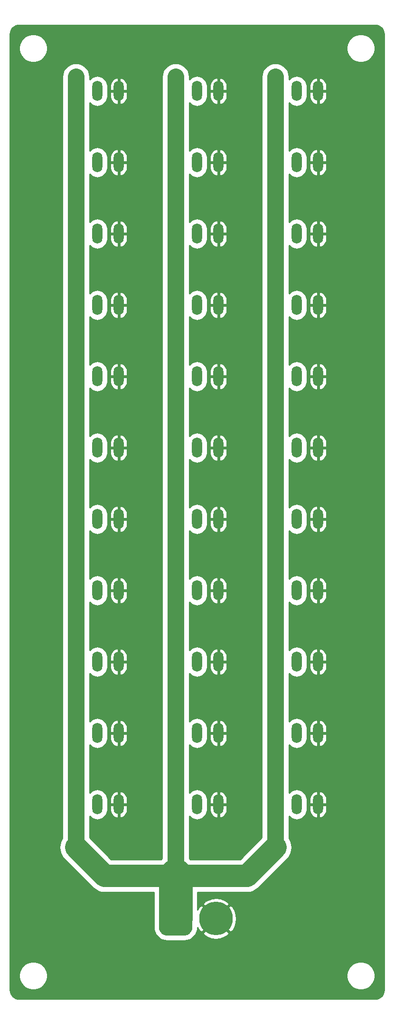
<source format=gbr>
G04 #@! TF.GenerationSoftware,KiCad,Pcbnew,(5.1.4)-1*
G04 #@! TF.CreationDate,2020-10-01T19:52:32+02:00*
G04 #@! TF.ProjectId,distrib,64697374-7269-4622-9e6b-696361645f70,rev?*
G04 #@! TF.SameCoordinates,Original*
G04 #@! TF.FileFunction,Copper,L2,Bot*
G04 #@! TF.FilePolarity,Positive*
%FSLAX46Y46*%
G04 Gerber Fmt 4.6, Leading zero omitted, Abs format (unit mm)*
G04 Created by KiCad (PCBNEW (5.1.4)-1) date 2020-10-01 19:52:32*
%MOMM*%
%LPD*%
G04 APERTURE LIST*
%ADD10R,1.800000X3.600000*%
%ADD11O,1.800000X3.600000*%
%ADD12C,0.100000*%
%ADD13C,6.000000*%
%ADD14C,4.000000*%
%ADD15C,3.000000*%
%ADD16C,6.000000*%
%ADD17C,0.254000*%
G04 APERTURE END LIST*
D10*
X30480000Y-121920000D03*
D11*
X34290000Y-121920000D03*
X38100000Y-121920000D03*
D10*
X30480000Y-160020000D03*
D11*
X34290000Y-160020000D03*
X38100000Y-160020000D03*
D10*
X48260000Y-160020000D03*
D11*
X52070000Y-160020000D03*
X55880000Y-160020000D03*
D10*
X48260000Y-147320000D03*
D11*
X52070000Y-147320000D03*
X55880000Y-147320000D03*
D10*
X30480000Y-147320000D03*
D11*
X34290000Y-147320000D03*
X38100000Y-147320000D03*
D10*
X66040000Y-71120000D03*
D11*
X69850000Y-71120000D03*
X73660000Y-71120000D03*
D10*
X48260000Y-71120000D03*
D11*
X52070000Y-71120000D03*
X55880000Y-71120000D03*
D10*
X30480000Y-71120000D03*
D11*
X34290000Y-71120000D03*
X38100000Y-71120000D03*
D10*
X66040000Y-83820000D03*
D11*
X69850000Y-83820000D03*
X73660000Y-83820000D03*
D10*
X48260000Y-83820000D03*
D11*
X52070000Y-83820000D03*
X55880000Y-83820000D03*
D10*
X30480000Y-83820000D03*
D11*
X34290000Y-83820000D03*
X38100000Y-83820000D03*
D10*
X66040000Y-96520000D03*
D11*
X69850000Y-96520000D03*
X73660000Y-96520000D03*
D10*
X48260000Y-96520000D03*
D11*
X52070000Y-96520000D03*
X55880000Y-96520000D03*
D10*
X30480000Y-96520000D03*
D11*
X34290000Y-96520000D03*
X38100000Y-96520000D03*
D10*
X66040000Y-109220000D03*
D11*
X69850000Y-109220000D03*
X73660000Y-109220000D03*
D10*
X48260000Y-109220000D03*
D11*
X52070000Y-109220000D03*
X55880000Y-109220000D03*
D10*
X30480000Y-109220000D03*
D11*
X34290000Y-109220000D03*
X38100000Y-109220000D03*
D10*
X66040000Y-121920000D03*
D11*
X69850000Y-121920000D03*
X73660000Y-121920000D03*
D10*
X48260000Y-121920000D03*
D11*
X52070000Y-121920000D03*
X55880000Y-121920000D03*
D10*
X66040000Y-134620000D03*
D11*
X69850000Y-134620000D03*
X73660000Y-134620000D03*
D10*
X48260000Y-134620000D03*
D11*
X52070000Y-134620000D03*
X55880000Y-134620000D03*
D10*
X30480000Y-134620000D03*
D11*
X34290000Y-134620000D03*
X38100000Y-134620000D03*
D10*
X66040000Y-147320000D03*
D11*
X69850000Y-147320000D03*
X73660000Y-147320000D03*
D10*
X66040000Y-160020000D03*
D11*
X69850000Y-160020000D03*
X73660000Y-160020000D03*
D10*
X66040000Y-172720000D03*
D11*
X69850000Y-172720000D03*
X73660000Y-172720000D03*
D10*
X48260000Y-172720000D03*
D11*
X52070000Y-172720000D03*
X55880000Y-172720000D03*
D10*
X30480000Y-172720000D03*
D11*
X34290000Y-172720000D03*
X38100000Y-172720000D03*
D10*
X66040000Y-185420000D03*
D11*
X69850000Y-185420000D03*
X73660000Y-185420000D03*
D10*
X48260000Y-185420000D03*
D11*
X52070000Y-185420000D03*
X55880000Y-185420000D03*
D10*
X30480000Y-185420000D03*
D11*
X34290000Y-185420000D03*
X38100000Y-185420000D03*
D10*
X48260000Y-58420000D03*
D11*
X52070000Y-58420000D03*
X55880000Y-58420000D03*
D10*
X30480000Y-58420000D03*
D11*
X34290000Y-58420000D03*
X38100000Y-58420000D03*
D10*
X66040000Y-58420000D03*
D11*
X69850000Y-58420000D03*
X73660000Y-58420000D03*
D12*
G36*
X49907026Y-202747223D02*
G01*
X50052635Y-202768822D01*
X50195427Y-202804589D01*
X50334025Y-202854181D01*
X50467095Y-202917118D01*
X50593355Y-202992796D01*
X50711590Y-203080484D01*
X50820660Y-203179340D01*
X50919516Y-203288410D01*
X51007204Y-203406645D01*
X51082882Y-203532905D01*
X51145819Y-203665975D01*
X51195411Y-203804573D01*
X51231178Y-203947365D01*
X51252777Y-204092974D01*
X51260000Y-204240000D01*
X51260000Y-207240000D01*
X51252777Y-207387026D01*
X51231178Y-207532635D01*
X51195411Y-207675427D01*
X51145819Y-207814025D01*
X51082882Y-207947095D01*
X51007204Y-208073355D01*
X50919516Y-208191590D01*
X50820660Y-208300660D01*
X50711590Y-208399516D01*
X50593355Y-208487204D01*
X50467095Y-208562882D01*
X50334025Y-208625819D01*
X50195427Y-208675411D01*
X50052635Y-208711178D01*
X49907026Y-208732777D01*
X49760000Y-208740000D01*
X46760000Y-208740000D01*
X46612974Y-208732777D01*
X46467365Y-208711178D01*
X46324573Y-208675411D01*
X46185975Y-208625819D01*
X46052905Y-208562882D01*
X45926645Y-208487204D01*
X45808410Y-208399516D01*
X45699340Y-208300660D01*
X45600484Y-208191590D01*
X45512796Y-208073355D01*
X45437118Y-207947095D01*
X45374181Y-207814025D01*
X45324589Y-207675427D01*
X45288822Y-207532635D01*
X45267223Y-207387026D01*
X45260000Y-207240000D01*
X45260000Y-204240000D01*
X45267223Y-204092974D01*
X45288822Y-203947365D01*
X45324589Y-203804573D01*
X45374181Y-203665975D01*
X45437118Y-203532905D01*
X45512796Y-203406645D01*
X45600484Y-203288410D01*
X45699340Y-203179340D01*
X45808410Y-203080484D01*
X45926645Y-202992796D01*
X46052905Y-202917118D01*
X46185975Y-202854181D01*
X46324573Y-202804589D01*
X46467365Y-202768822D01*
X46612974Y-202747223D01*
X46760000Y-202740000D01*
X49760000Y-202740000D01*
X49907026Y-202747223D01*
X49907026Y-202747223D01*
G37*
D13*
X48260000Y-205740000D03*
X55460000Y-205740000D03*
D14*
X60960000Y-198120000D02*
X66040000Y-193040000D01*
D15*
X30480000Y-185420000D02*
X30480000Y-193040000D01*
D14*
X30480000Y-193040000D02*
X35560000Y-198120000D01*
D15*
X48260000Y-185420000D02*
X48260000Y-198120000D01*
D14*
X35560000Y-198120000D02*
X48260000Y-198120000D01*
X48260000Y-198120000D02*
X60960000Y-198120000D01*
D16*
X48260000Y-205740000D02*
X48260000Y-198120000D01*
D15*
X66040000Y-193040000D02*
X66040000Y-55880000D01*
X48260000Y-198120000D02*
X48260000Y-55880000D01*
X30480000Y-193040000D02*
X30480000Y-55880000D01*
D17*
G36*
X84127556Y-46706721D02*
G01*
X84423399Y-46796041D01*
X84696260Y-46941124D01*
X84935742Y-47136440D01*
X85132726Y-47374554D01*
X85279710Y-47646394D01*
X85371093Y-47941607D01*
X85408000Y-48292751D01*
X85408001Y-218393434D01*
X85373279Y-218747556D01*
X85283958Y-219043402D01*
X85138877Y-219316260D01*
X84943560Y-219555742D01*
X84705445Y-219752727D01*
X84433606Y-219899710D01*
X84138395Y-219991093D01*
X83787249Y-220028000D01*
X20366556Y-220028000D01*
X20012444Y-219993279D01*
X19716598Y-219903958D01*
X19443740Y-219758877D01*
X19204258Y-219563560D01*
X19007273Y-219325445D01*
X18860290Y-219053606D01*
X18768907Y-218758395D01*
X18732000Y-218407249D01*
X18732000Y-215651112D01*
X20333000Y-215651112D01*
X20333000Y-216148888D01*
X20430111Y-216637099D01*
X20620602Y-217096983D01*
X20897151Y-217510869D01*
X21249131Y-217862849D01*
X21663017Y-218139398D01*
X22122901Y-218329889D01*
X22611112Y-218427000D01*
X23108888Y-218427000D01*
X23597099Y-218329889D01*
X24056983Y-218139398D01*
X24470869Y-217862849D01*
X24822849Y-217510869D01*
X25099398Y-217096983D01*
X25289889Y-216637099D01*
X25387000Y-216148888D01*
X25387000Y-215651112D01*
X78753000Y-215651112D01*
X78753000Y-216148888D01*
X78850111Y-216637099D01*
X79040602Y-217096983D01*
X79317151Y-217510869D01*
X79669131Y-217862849D01*
X80083017Y-218139398D01*
X80542901Y-218329889D01*
X81031112Y-218427000D01*
X81528888Y-218427000D01*
X82017099Y-218329889D01*
X82476983Y-218139398D01*
X82890869Y-217862849D01*
X83242849Y-217510869D01*
X83519398Y-217096983D01*
X83709889Y-216637099D01*
X83807000Y-216148888D01*
X83807000Y-215651112D01*
X83709889Y-215162901D01*
X83519398Y-214703017D01*
X83242849Y-214289131D01*
X82890869Y-213937151D01*
X82476983Y-213660602D01*
X82017099Y-213470111D01*
X81528888Y-213373000D01*
X81031112Y-213373000D01*
X80542901Y-213470111D01*
X80083017Y-213660602D01*
X79669131Y-213937151D01*
X79317151Y-214289131D01*
X79040602Y-214703017D01*
X78850111Y-215162901D01*
X78753000Y-215651112D01*
X25387000Y-215651112D01*
X25289889Y-215162901D01*
X25099398Y-214703017D01*
X24822849Y-214289131D01*
X24470869Y-213937151D01*
X24056983Y-213660602D01*
X23597099Y-213470111D01*
X23108888Y-213373000D01*
X22611112Y-213373000D01*
X22122901Y-213470111D01*
X21663017Y-213660602D01*
X21249131Y-213937151D01*
X20897151Y-214289131D01*
X20620602Y-214703017D01*
X20430111Y-215162901D01*
X20333000Y-215651112D01*
X18732000Y-215651112D01*
X18732000Y-193040000D01*
X27538838Y-193040000D01*
X27595352Y-193613792D01*
X27762721Y-194165533D01*
X28034514Y-194674021D01*
X28308625Y-195008028D01*
X33388625Y-200088029D01*
X33480284Y-200199716D01*
X33925978Y-200565487D01*
X34434466Y-200837279D01*
X34986207Y-201004648D01*
X35560000Y-201061162D01*
X35703788Y-201047000D01*
X44333001Y-201047000D01*
X44333000Y-204194461D01*
X44328515Y-204240000D01*
X44328515Y-207240000D01*
X44375235Y-207714359D01*
X44513601Y-208170489D01*
X44738294Y-208590861D01*
X45040680Y-208959320D01*
X45409139Y-209261706D01*
X45829511Y-209486399D01*
X46285641Y-209624765D01*
X46760000Y-209671485D01*
X48112616Y-209671485D01*
X48260000Y-209686001D01*
X48407384Y-209671485D01*
X49760000Y-209671485D01*
X50234359Y-209624765D01*
X50690489Y-209486399D01*
X51110861Y-209261706D01*
X51479320Y-208959320D01*
X51781706Y-208590861D01*
X51937876Y-208298686D01*
X53080919Y-208298686D01*
X53417106Y-208767868D01*
X54047068Y-209108237D01*
X54731327Y-209319166D01*
X55443589Y-209392550D01*
X56156482Y-209325569D01*
X56842609Y-209120796D01*
X57475603Y-208786102D01*
X57502894Y-208767868D01*
X57839081Y-208298686D01*
X55460000Y-205919605D01*
X53080919Y-208298686D01*
X51937876Y-208298686D01*
X52006399Y-208170489D01*
X52144765Y-207714359D01*
X52183601Y-207320051D01*
X52413898Y-207755603D01*
X52432132Y-207782894D01*
X52901314Y-208119081D01*
X55280395Y-205740000D01*
X55639605Y-205740000D01*
X58018686Y-208119081D01*
X58487868Y-207782894D01*
X58828237Y-207152932D01*
X59039166Y-206468673D01*
X59112550Y-205756411D01*
X59045569Y-205043518D01*
X58840796Y-204357391D01*
X58506102Y-203724397D01*
X58487868Y-203697106D01*
X58018686Y-203360919D01*
X55639605Y-205740000D01*
X55280395Y-205740000D01*
X52901314Y-203360919D01*
X52432132Y-203697106D01*
X52187000Y-204150801D01*
X52187000Y-203181314D01*
X53080919Y-203181314D01*
X55460000Y-205560395D01*
X57839081Y-203181314D01*
X57502894Y-202712132D01*
X56872932Y-202371763D01*
X56188673Y-202160834D01*
X55476411Y-202087450D01*
X54763518Y-202154431D01*
X54077391Y-202359204D01*
X53444397Y-202693898D01*
X53417106Y-202712132D01*
X53080919Y-203181314D01*
X52187000Y-203181314D01*
X52187000Y-201047000D01*
X60816212Y-201047000D01*
X60960000Y-201061162D01*
X61103788Y-201047000D01*
X61533792Y-201004648D01*
X62085534Y-200837279D01*
X62594022Y-200565487D01*
X63039716Y-200199716D01*
X63131379Y-200088024D01*
X68211375Y-195008029D01*
X68485486Y-194674022D01*
X68757279Y-194165534D01*
X68924648Y-193613793D01*
X68981162Y-193040000D01*
X68924648Y-192466208D01*
X68757279Y-191914467D01*
X68485486Y-191405978D01*
X68467000Y-191383453D01*
X68467000Y-187514725D01*
X68551866Y-187618135D01*
X68830063Y-187846445D01*
X69147455Y-188016095D01*
X69491846Y-188120565D01*
X69850000Y-188155840D01*
X70208155Y-188120565D01*
X70552546Y-188016095D01*
X70869938Y-187846445D01*
X71148135Y-187618135D01*
X71376445Y-187339938D01*
X71546095Y-187022546D01*
X71650565Y-186678155D01*
X71677000Y-186409755D01*
X71677000Y-185547000D01*
X72125000Y-185547000D01*
X72125000Y-186447000D01*
X72179271Y-186744023D01*
X72290446Y-187024751D01*
X72454252Y-187278396D01*
X72664394Y-187495210D01*
X72912796Y-187666862D01*
X73189913Y-187786755D01*
X73295260Y-187811036D01*
X73533000Y-187690378D01*
X73533000Y-185547000D01*
X73787000Y-185547000D01*
X73787000Y-187690378D01*
X74024740Y-187811036D01*
X74130087Y-187786755D01*
X74407204Y-187666862D01*
X74655606Y-187495210D01*
X74865748Y-187278396D01*
X75029554Y-187024751D01*
X75140729Y-186744023D01*
X75195000Y-186447000D01*
X75195000Y-185547000D01*
X73787000Y-185547000D01*
X73533000Y-185547000D01*
X72125000Y-185547000D01*
X71677000Y-185547000D01*
X71677000Y-184430245D01*
X71673332Y-184393000D01*
X72125000Y-184393000D01*
X72125000Y-185293000D01*
X73533000Y-185293000D01*
X73533000Y-183149622D01*
X73787000Y-183149622D01*
X73787000Y-185293000D01*
X75195000Y-185293000D01*
X75195000Y-184393000D01*
X75140729Y-184095977D01*
X75029554Y-183815249D01*
X74865748Y-183561604D01*
X74655606Y-183344790D01*
X74407204Y-183173138D01*
X74130087Y-183053245D01*
X74024740Y-183028964D01*
X73787000Y-183149622D01*
X73533000Y-183149622D01*
X73295260Y-183028964D01*
X73189913Y-183053245D01*
X72912796Y-183173138D01*
X72664394Y-183344790D01*
X72454252Y-183561604D01*
X72290446Y-183815249D01*
X72179271Y-184095977D01*
X72125000Y-184393000D01*
X71673332Y-184393000D01*
X71650565Y-184161845D01*
X71546095Y-183817454D01*
X71376445Y-183500062D01*
X71148135Y-183221865D01*
X70869937Y-182993555D01*
X70552545Y-182823905D01*
X70208154Y-182719435D01*
X69850000Y-182684160D01*
X69491845Y-182719435D01*
X69147454Y-182823905D01*
X68830062Y-182993555D01*
X68551865Y-183221865D01*
X68467000Y-183325274D01*
X68467000Y-174814725D01*
X68551866Y-174918135D01*
X68830063Y-175146445D01*
X69147455Y-175316095D01*
X69491846Y-175420565D01*
X69850000Y-175455840D01*
X70208155Y-175420565D01*
X70552546Y-175316095D01*
X70869938Y-175146445D01*
X71148135Y-174918135D01*
X71376445Y-174639938D01*
X71546095Y-174322546D01*
X71650565Y-173978155D01*
X71677000Y-173709755D01*
X71677000Y-172847000D01*
X72125000Y-172847000D01*
X72125000Y-173747000D01*
X72179271Y-174044023D01*
X72290446Y-174324751D01*
X72454252Y-174578396D01*
X72664394Y-174795210D01*
X72912796Y-174966862D01*
X73189913Y-175086755D01*
X73295260Y-175111036D01*
X73533000Y-174990378D01*
X73533000Y-172847000D01*
X73787000Y-172847000D01*
X73787000Y-174990378D01*
X74024740Y-175111036D01*
X74130087Y-175086755D01*
X74407204Y-174966862D01*
X74655606Y-174795210D01*
X74865748Y-174578396D01*
X75029554Y-174324751D01*
X75140729Y-174044023D01*
X75195000Y-173747000D01*
X75195000Y-172847000D01*
X73787000Y-172847000D01*
X73533000Y-172847000D01*
X72125000Y-172847000D01*
X71677000Y-172847000D01*
X71677000Y-171730245D01*
X71673332Y-171693000D01*
X72125000Y-171693000D01*
X72125000Y-172593000D01*
X73533000Y-172593000D01*
X73533000Y-170449622D01*
X73787000Y-170449622D01*
X73787000Y-172593000D01*
X75195000Y-172593000D01*
X75195000Y-171693000D01*
X75140729Y-171395977D01*
X75029554Y-171115249D01*
X74865748Y-170861604D01*
X74655606Y-170644790D01*
X74407204Y-170473138D01*
X74130087Y-170353245D01*
X74024740Y-170328964D01*
X73787000Y-170449622D01*
X73533000Y-170449622D01*
X73295260Y-170328964D01*
X73189913Y-170353245D01*
X72912796Y-170473138D01*
X72664394Y-170644790D01*
X72454252Y-170861604D01*
X72290446Y-171115249D01*
X72179271Y-171395977D01*
X72125000Y-171693000D01*
X71673332Y-171693000D01*
X71650565Y-171461845D01*
X71546095Y-171117454D01*
X71376445Y-170800062D01*
X71148135Y-170521865D01*
X70869937Y-170293555D01*
X70552545Y-170123905D01*
X70208154Y-170019435D01*
X69850000Y-169984160D01*
X69491845Y-170019435D01*
X69147454Y-170123905D01*
X68830062Y-170293555D01*
X68551865Y-170521865D01*
X68467000Y-170625274D01*
X68467000Y-162114725D01*
X68551866Y-162218135D01*
X68830063Y-162446445D01*
X69147455Y-162616095D01*
X69491846Y-162720565D01*
X69850000Y-162755840D01*
X70208155Y-162720565D01*
X70552546Y-162616095D01*
X70869938Y-162446445D01*
X71148135Y-162218135D01*
X71376445Y-161939938D01*
X71546095Y-161622546D01*
X71650565Y-161278155D01*
X71677000Y-161009755D01*
X71677000Y-160147000D01*
X72125000Y-160147000D01*
X72125000Y-161047000D01*
X72179271Y-161344023D01*
X72290446Y-161624751D01*
X72454252Y-161878396D01*
X72664394Y-162095210D01*
X72912796Y-162266862D01*
X73189913Y-162386755D01*
X73295260Y-162411036D01*
X73533000Y-162290378D01*
X73533000Y-160147000D01*
X73787000Y-160147000D01*
X73787000Y-162290378D01*
X74024740Y-162411036D01*
X74130087Y-162386755D01*
X74407204Y-162266862D01*
X74655606Y-162095210D01*
X74865748Y-161878396D01*
X75029554Y-161624751D01*
X75140729Y-161344023D01*
X75195000Y-161047000D01*
X75195000Y-160147000D01*
X73787000Y-160147000D01*
X73533000Y-160147000D01*
X72125000Y-160147000D01*
X71677000Y-160147000D01*
X71677000Y-159030245D01*
X71673332Y-158993000D01*
X72125000Y-158993000D01*
X72125000Y-159893000D01*
X73533000Y-159893000D01*
X73533000Y-157749622D01*
X73787000Y-157749622D01*
X73787000Y-159893000D01*
X75195000Y-159893000D01*
X75195000Y-158993000D01*
X75140729Y-158695977D01*
X75029554Y-158415249D01*
X74865748Y-158161604D01*
X74655606Y-157944790D01*
X74407204Y-157773138D01*
X74130087Y-157653245D01*
X74024740Y-157628964D01*
X73787000Y-157749622D01*
X73533000Y-157749622D01*
X73295260Y-157628964D01*
X73189913Y-157653245D01*
X72912796Y-157773138D01*
X72664394Y-157944790D01*
X72454252Y-158161604D01*
X72290446Y-158415249D01*
X72179271Y-158695977D01*
X72125000Y-158993000D01*
X71673332Y-158993000D01*
X71650565Y-158761845D01*
X71546095Y-158417454D01*
X71376445Y-158100062D01*
X71148135Y-157821865D01*
X70869937Y-157593555D01*
X70552545Y-157423905D01*
X70208154Y-157319435D01*
X69850000Y-157284160D01*
X69491845Y-157319435D01*
X69147454Y-157423905D01*
X68830062Y-157593555D01*
X68551865Y-157821865D01*
X68467000Y-157925274D01*
X68467000Y-149414725D01*
X68551866Y-149518135D01*
X68830063Y-149746445D01*
X69147455Y-149916095D01*
X69491846Y-150020565D01*
X69850000Y-150055840D01*
X70208155Y-150020565D01*
X70552546Y-149916095D01*
X70869938Y-149746445D01*
X71148135Y-149518135D01*
X71376445Y-149239938D01*
X71546095Y-148922546D01*
X71650565Y-148578155D01*
X71677000Y-148309755D01*
X71677000Y-147447000D01*
X72125000Y-147447000D01*
X72125000Y-148347000D01*
X72179271Y-148644023D01*
X72290446Y-148924751D01*
X72454252Y-149178396D01*
X72664394Y-149395210D01*
X72912796Y-149566862D01*
X73189913Y-149686755D01*
X73295260Y-149711036D01*
X73533000Y-149590378D01*
X73533000Y-147447000D01*
X73787000Y-147447000D01*
X73787000Y-149590378D01*
X74024740Y-149711036D01*
X74130087Y-149686755D01*
X74407204Y-149566862D01*
X74655606Y-149395210D01*
X74865748Y-149178396D01*
X75029554Y-148924751D01*
X75140729Y-148644023D01*
X75195000Y-148347000D01*
X75195000Y-147447000D01*
X73787000Y-147447000D01*
X73533000Y-147447000D01*
X72125000Y-147447000D01*
X71677000Y-147447000D01*
X71677000Y-146330245D01*
X71673332Y-146293000D01*
X72125000Y-146293000D01*
X72125000Y-147193000D01*
X73533000Y-147193000D01*
X73533000Y-145049622D01*
X73787000Y-145049622D01*
X73787000Y-147193000D01*
X75195000Y-147193000D01*
X75195000Y-146293000D01*
X75140729Y-145995977D01*
X75029554Y-145715249D01*
X74865748Y-145461604D01*
X74655606Y-145244790D01*
X74407204Y-145073138D01*
X74130087Y-144953245D01*
X74024740Y-144928964D01*
X73787000Y-145049622D01*
X73533000Y-145049622D01*
X73295260Y-144928964D01*
X73189913Y-144953245D01*
X72912796Y-145073138D01*
X72664394Y-145244790D01*
X72454252Y-145461604D01*
X72290446Y-145715249D01*
X72179271Y-145995977D01*
X72125000Y-146293000D01*
X71673332Y-146293000D01*
X71650565Y-146061845D01*
X71546095Y-145717454D01*
X71376445Y-145400062D01*
X71148135Y-145121865D01*
X70869937Y-144893555D01*
X70552545Y-144723905D01*
X70208154Y-144619435D01*
X69850000Y-144584160D01*
X69491845Y-144619435D01*
X69147454Y-144723905D01*
X68830062Y-144893555D01*
X68551865Y-145121865D01*
X68467000Y-145225274D01*
X68467000Y-136714725D01*
X68551866Y-136818135D01*
X68830063Y-137046445D01*
X69147455Y-137216095D01*
X69491846Y-137320565D01*
X69850000Y-137355840D01*
X70208155Y-137320565D01*
X70552546Y-137216095D01*
X70869938Y-137046445D01*
X71148135Y-136818135D01*
X71376445Y-136539938D01*
X71546095Y-136222546D01*
X71650565Y-135878155D01*
X71677000Y-135609755D01*
X71677000Y-134747000D01*
X72125000Y-134747000D01*
X72125000Y-135647000D01*
X72179271Y-135944023D01*
X72290446Y-136224751D01*
X72454252Y-136478396D01*
X72664394Y-136695210D01*
X72912796Y-136866862D01*
X73189913Y-136986755D01*
X73295260Y-137011036D01*
X73533000Y-136890378D01*
X73533000Y-134747000D01*
X73787000Y-134747000D01*
X73787000Y-136890378D01*
X74024740Y-137011036D01*
X74130087Y-136986755D01*
X74407204Y-136866862D01*
X74655606Y-136695210D01*
X74865748Y-136478396D01*
X75029554Y-136224751D01*
X75140729Y-135944023D01*
X75195000Y-135647000D01*
X75195000Y-134747000D01*
X73787000Y-134747000D01*
X73533000Y-134747000D01*
X72125000Y-134747000D01*
X71677000Y-134747000D01*
X71677000Y-133630245D01*
X71673332Y-133593000D01*
X72125000Y-133593000D01*
X72125000Y-134493000D01*
X73533000Y-134493000D01*
X73533000Y-132349622D01*
X73787000Y-132349622D01*
X73787000Y-134493000D01*
X75195000Y-134493000D01*
X75195000Y-133593000D01*
X75140729Y-133295977D01*
X75029554Y-133015249D01*
X74865748Y-132761604D01*
X74655606Y-132544790D01*
X74407204Y-132373138D01*
X74130087Y-132253245D01*
X74024740Y-132228964D01*
X73787000Y-132349622D01*
X73533000Y-132349622D01*
X73295260Y-132228964D01*
X73189913Y-132253245D01*
X72912796Y-132373138D01*
X72664394Y-132544790D01*
X72454252Y-132761604D01*
X72290446Y-133015249D01*
X72179271Y-133295977D01*
X72125000Y-133593000D01*
X71673332Y-133593000D01*
X71650565Y-133361845D01*
X71546095Y-133017454D01*
X71376445Y-132700062D01*
X71148135Y-132421865D01*
X70869937Y-132193555D01*
X70552545Y-132023905D01*
X70208154Y-131919435D01*
X69850000Y-131884160D01*
X69491845Y-131919435D01*
X69147454Y-132023905D01*
X68830062Y-132193555D01*
X68551865Y-132421865D01*
X68467000Y-132525274D01*
X68467000Y-124014725D01*
X68551866Y-124118135D01*
X68830063Y-124346445D01*
X69147455Y-124516095D01*
X69491846Y-124620565D01*
X69850000Y-124655840D01*
X70208155Y-124620565D01*
X70552546Y-124516095D01*
X70869938Y-124346445D01*
X71148135Y-124118135D01*
X71376445Y-123839938D01*
X71546095Y-123522546D01*
X71650565Y-123178155D01*
X71677000Y-122909755D01*
X71677000Y-122047000D01*
X72125000Y-122047000D01*
X72125000Y-122947000D01*
X72179271Y-123244023D01*
X72290446Y-123524751D01*
X72454252Y-123778396D01*
X72664394Y-123995210D01*
X72912796Y-124166862D01*
X73189913Y-124286755D01*
X73295260Y-124311036D01*
X73533000Y-124190378D01*
X73533000Y-122047000D01*
X73787000Y-122047000D01*
X73787000Y-124190378D01*
X74024740Y-124311036D01*
X74130087Y-124286755D01*
X74407204Y-124166862D01*
X74655606Y-123995210D01*
X74865748Y-123778396D01*
X75029554Y-123524751D01*
X75140729Y-123244023D01*
X75195000Y-122947000D01*
X75195000Y-122047000D01*
X73787000Y-122047000D01*
X73533000Y-122047000D01*
X72125000Y-122047000D01*
X71677000Y-122047000D01*
X71677000Y-120930245D01*
X71673332Y-120893000D01*
X72125000Y-120893000D01*
X72125000Y-121793000D01*
X73533000Y-121793000D01*
X73533000Y-119649622D01*
X73787000Y-119649622D01*
X73787000Y-121793000D01*
X75195000Y-121793000D01*
X75195000Y-120893000D01*
X75140729Y-120595977D01*
X75029554Y-120315249D01*
X74865748Y-120061604D01*
X74655606Y-119844790D01*
X74407204Y-119673138D01*
X74130087Y-119553245D01*
X74024740Y-119528964D01*
X73787000Y-119649622D01*
X73533000Y-119649622D01*
X73295260Y-119528964D01*
X73189913Y-119553245D01*
X72912796Y-119673138D01*
X72664394Y-119844790D01*
X72454252Y-120061604D01*
X72290446Y-120315249D01*
X72179271Y-120595977D01*
X72125000Y-120893000D01*
X71673332Y-120893000D01*
X71650565Y-120661845D01*
X71546095Y-120317454D01*
X71376445Y-120000062D01*
X71148135Y-119721865D01*
X70869937Y-119493555D01*
X70552545Y-119323905D01*
X70208154Y-119219435D01*
X69850000Y-119184160D01*
X69491845Y-119219435D01*
X69147454Y-119323905D01*
X68830062Y-119493555D01*
X68551865Y-119721865D01*
X68467000Y-119825274D01*
X68467000Y-111314725D01*
X68551866Y-111418135D01*
X68830063Y-111646445D01*
X69147455Y-111816095D01*
X69491846Y-111920565D01*
X69850000Y-111955840D01*
X70208155Y-111920565D01*
X70552546Y-111816095D01*
X70869938Y-111646445D01*
X71148135Y-111418135D01*
X71376445Y-111139938D01*
X71546095Y-110822546D01*
X71650565Y-110478155D01*
X71677000Y-110209755D01*
X71677000Y-109347000D01*
X72125000Y-109347000D01*
X72125000Y-110247000D01*
X72179271Y-110544023D01*
X72290446Y-110824751D01*
X72454252Y-111078396D01*
X72664394Y-111295210D01*
X72912796Y-111466862D01*
X73189913Y-111586755D01*
X73295260Y-111611036D01*
X73533000Y-111490378D01*
X73533000Y-109347000D01*
X73787000Y-109347000D01*
X73787000Y-111490378D01*
X74024740Y-111611036D01*
X74130087Y-111586755D01*
X74407204Y-111466862D01*
X74655606Y-111295210D01*
X74865748Y-111078396D01*
X75029554Y-110824751D01*
X75140729Y-110544023D01*
X75195000Y-110247000D01*
X75195000Y-109347000D01*
X73787000Y-109347000D01*
X73533000Y-109347000D01*
X72125000Y-109347000D01*
X71677000Y-109347000D01*
X71677000Y-108230245D01*
X71673332Y-108193000D01*
X72125000Y-108193000D01*
X72125000Y-109093000D01*
X73533000Y-109093000D01*
X73533000Y-106949622D01*
X73787000Y-106949622D01*
X73787000Y-109093000D01*
X75195000Y-109093000D01*
X75195000Y-108193000D01*
X75140729Y-107895977D01*
X75029554Y-107615249D01*
X74865748Y-107361604D01*
X74655606Y-107144790D01*
X74407204Y-106973138D01*
X74130087Y-106853245D01*
X74024740Y-106828964D01*
X73787000Y-106949622D01*
X73533000Y-106949622D01*
X73295260Y-106828964D01*
X73189913Y-106853245D01*
X72912796Y-106973138D01*
X72664394Y-107144790D01*
X72454252Y-107361604D01*
X72290446Y-107615249D01*
X72179271Y-107895977D01*
X72125000Y-108193000D01*
X71673332Y-108193000D01*
X71650565Y-107961845D01*
X71546095Y-107617454D01*
X71376445Y-107300062D01*
X71148135Y-107021865D01*
X70869937Y-106793555D01*
X70552545Y-106623905D01*
X70208154Y-106519435D01*
X69850000Y-106484160D01*
X69491845Y-106519435D01*
X69147454Y-106623905D01*
X68830062Y-106793555D01*
X68551865Y-107021865D01*
X68467000Y-107125274D01*
X68467000Y-98614725D01*
X68551866Y-98718135D01*
X68830063Y-98946445D01*
X69147455Y-99116095D01*
X69491846Y-99220565D01*
X69850000Y-99255840D01*
X70208155Y-99220565D01*
X70552546Y-99116095D01*
X70869938Y-98946445D01*
X71148135Y-98718135D01*
X71376445Y-98439938D01*
X71546095Y-98122546D01*
X71650565Y-97778155D01*
X71677000Y-97509755D01*
X71677000Y-96647000D01*
X72125000Y-96647000D01*
X72125000Y-97547000D01*
X72179271Y-97844023D01*
X72290446Y-98124751D01*
X72454252Y-98378396D01*
X72664394Y-98595210D01*
X72912796Y-98766862D01*
X73189913Y-98886755D01*
X73295260Y-98911036D01*
X73533000Y-98790378D01*
X73533000Y-96647000D01*
X73787000Y-96647000D01*
X73787000Y-98790378D01*
X74024740Y-98911036D01*
X74130087Y-98886755D01*
X74407204Y-98766862D01*
X74655606Y-98595210D01*
X74865748Y-98378396D01*
X75029554Y-98124751D01*
X75140729Y-97844023D01*
X75195000Y-97547000D01*
X75195000Y-96647000D01*
X73787000Y-96647000D01*
X73533000Y-96647000D01*
X72125000Y-96647000D01*
X71677000Y-96647000D01*
X71677000Y-95530245D01*
X71673332Y-95493000D01*
X72125000Y-95493000D01*
X72125000Y-96393000D01*
X73533000Y-96393000D01*
X73533000Y-94249622D01*
X73787000Y-94249622D01*
X73787000Y-96393000D01*
X75195000Y-96393000D01*
X75195000Y-95493000D01*
X75140729Y-95195977D01*
X75029554Y-94915249D01*
X74865748Y-94661604D01*
X74655606Y-94444790D01*
X74407204Y-94273138D01*
X74130087Y-94153245D01*
X74024740Y-94128964D01*
X73787000Y-94249622D01*
X73533000Y-94249622D01*
X73295260Y-94128964D01*
X73189913Y-94153245D01*
X72912796Y-94273138D01*
X72664394Y-94444790D01*
X72454252Y-94661604D01*
X72290446Y-94915249D01*
X72179271Y-95195977D01*
X72125000Y-95493000D01*
X71673332Y-95493000D01*
X71650565Y-95261845D01*
X71546095Y-94917454D01*
X71376445Y-94600062D01*
X71148135Y-94321865D01*
X70869937Y-94093555D01*
X70552545Y-93923905D01*
X70208154Y-93819435D01*
X69850000Y-93784160D01*
X69491845Y-93819435D01*
X69147454Y-93923905D01*
X68830062Y-94093555D01*
X68551865Y-94321865D01*
X68467000Y-94425274D01*
X68467000Y-85914725D01*
X68551866Y-86018135D01*
X68830063Y-86246445D01*
X69147455Y-86416095D01*
X69491846Y-86520565D01*
X69850000Y-86555840D01*
X70208155Y-86520565D01*
X70552546Y-86416095D01*
X70869938Y-86246445D01*
X71148135Y-86018135D01*
X71376445Y-85739938D01*
X71546095Y-85422546D01*
X71650565Y-85078155D01*
X71677000Y-84809755D01*
X71677000Y-83947000D01*
X72125000Y-83947000D01*
X72125000Y-84847000D01*
X72179271Y-85144023D01*
X72290446Y-85424751D01*
X72454252Y-85678396D01*
X72664394Y-85895210D01*
X72912796Y-86066862D01*
X73189913Y-86186755D01*
X73295260Y-86211036D01*
X73533000Y-86090378D01*
X73533000Y-83947000D01*
X73787000Y-83947000D01*
X73787000Y-86090378D01*
X74024740Y-86211036D01*
X74130087Y-86186755D01*
X74407204Y-86066862D01*
X74655606Y-85895210D01*
X74865748Y-85678396D01*
X75029554Y-85424751D01*
X75140729Y-85144023D01*
X75195000Y-84847000D01*
X75195000Y-83947000D01*
X73787000Y-83947000D01*
X73533000Y-83947000D01*
X72125000Y-83947000D01*
X71677000Y-83947000D01*
X71677000Y-82830245D01*
X71673332Y-82793000D01*
X72125000Y-82793000D01*
X72125000Y-83693000D01*
X73533000Y-83693000D01*
X73533000Y-81549622D01*
X73787000Y-81549622D01*
X73787000Y-83693000D01*
X75195000Y-83693000D01*
X75195000Y-82793000D01*
X75140729Y-82495977D01*
X75029554Y-82215249D01*
X74865748Y-81961604D01*
X74655606Y-81744790D01*
X74407204Y-81573138D01*
X74130087Y-81453245D01*
X74024740Y-81428964D01*
X73787000Y-81549622D01*
X73533000Y-81549622D01*
X73295260Y-81428964D01*
X73189913Y-81453245D01*
X72912796Y-81573138D01*
X72664394Y-81744790D01*
X72454252Y-81961604D01*
X72290446Y-82215249D01*
X72179271Y-82495977D01*
X72125000Y-82793000D01*
X71673332Y-82793000D01*
X71650565Y-82561845D01*
X71546095Y-82217454D01*
X71376445Y-81900062D01*
X71148135Y-81621865D01*
X70869937Y-81393555D01*
X70552545Y-81223905D01*
X70208154Y-81119435D01*
X69850000Y-81084160D01*
X69491845Y-81119435D01*
X69147454Y-81223905D01*
X68830062Y-81393555D01*
X68551865Y-81621865D01*
X68467000Y-81725274D01*
X68467000Y-73214725D01*
X68551866Y-73318135D01*
X68830063Y-73546445D01*
X69147455Y-73716095D01*
X69491846Y-73820565D01*
X69850000Y-73855840D01*
X70208155Y-73820565D01*
X70552546Y-73716095D01*
X70869938Y-73546445D01*
X71148135Y-73318135D01*
X71376445Y-73039938D01*
X71546095Y-72722546D01*
X71650565Y-72378155D01*
X71677000Y-72109755D01*
X71677000Y-71247000D01*
X72125000Y-71247000D01*
X72125000Y-72147000D01*
X72179271Y-72444023D01*
X72290446Y-72724751D01*
X72454252Y-72978396D01*
X72664394Y-73195210D01*
X72912796Y-73366862D01*
X73189913Y-73486755D01*
X73295260Y-73511036D01*
X73533000Y-73390378D01*
X73533000Y-71247000D01*
X73787000Y-71247000D01*
X73787000Y-73390378D01*
X74024740Y-73511036D01*
X74130087Y-73486755D01*
X74407204Y-73366862D01*
X74655606Y-73195210D01*
X74865748Y-72978396D01*
X75029554Y-72724751D01*
X75140729Y-72444023D01*
X75195000Y-72147000D01*
X75195000Y-71247000D01*
X73787000Y-71247000D01*
X73533000Y-71247000D01*
X72125000Y-71247000D01*
X71677000Y-71247000D01*
X71677000Y-70130245D01*
X71673332Y-70093000D01*
X72125000Y-70093000D01*
X72125000Y-70993000D01*
X73533000Y-70993000D01*
X73533000Y-68849622D01*
X73787000Y-68849622D01*
X73787000Y-70993000D01*
X75195000Y-70993000D01*
X75195000Y-70093000D01*
X75140729Y-69795977D01*
X75029554Y-69515249D01*
X74865748Y-69261604D01*
X74655606Y-69044790D01*
X74407204Y-68873138D01*
X74130087Y-68753245D01*
X74024740Y-68728964D01*
X73787000Y-68849622D01*
X73533000Y-68849622D01*
X73295260Y-68728964D01*
X73189913Y-68753245D01*
X72912796Y-68873138D01*
X72664394Y-69044790D01*
X72454252Y-69261604D01*
X72290446Y-69515249D01*
X72179271Y-69795977D01*
X72125000Y-70093000D01*
X71673332Y-70093000D01*
X71650565Y-69861845D01*
X71546095Y-69517454D01*
X71376445Y-69200062D01*
X71148135Y-68921865D01*
X70869937Y-68693555D01*
X70552545Y-68523905D01*
X70208154Y-68419435D01*
X69850000Y-68384160D01*
X69491845Y-68419435D01*
X69147454Y-68523905D01*
X68830062Y-68693555D01*
X68551865Y-68921865D01*
X68467000Y-69025274D01*
X68467000Y-60514725D01*
X68551866Y-60618135D01*
X68830063Y-60846445D01*
X69147455Y-61016095D01*
X69491846Y-61120565D01*
X69850000Y-61155840D01*
X70208155Y-61120565D01*
X70552546Y-61016095D01*
X70869938Y-60846445D01*
X71148135Y-60618135D01*
X71376445Y-60339938D01*
X71546095Y-60022546D01*
X71650565Y-59678155D01*
X71677000Y-59409755D01*
X71677000Y-58547000D01*
X72125000Y-58547000D01*
X72125000Y-59447000D01*
X72179271Y-59744023D01*
X72290446Y-60024751D01*
X72454252Y-60278396D01*
X72664394Y-60495210D01*
X72912796Y-60666862D01*
X73189913Y-60786755D01*
X73295260Y-60811036D01*
X73533000Y-60690378D01*
X73533000Y-58547000D01*
X73787000Y-58547000D01*
X73787000Y-60690378D01*
X74024740Y-60811036D01*
X74130087Y-60786755D01*
X74407204Y-60666862D01*
X74655606Y-60495210D01*
X74865748Y-60278396D01*
X75029554Y-60024751D01*
X75140729Y-59744023D01*
X75195000Y-59447000D01*
X75195000Y-58547000D01*
X73787000Y-58547000D01*
X73533000Y-58547000D01*
X72125000Y-58547000D01*
X71677000Y-58547000D01*
X71677000Y-57430245D01*
X71673332Y-57393000D01*
X72125000Y-57393000D01*
X72125000Y-58293000D01*
X73533000Y-58293000D01*
X73533000Y-56149622D01*
X73787000Y-56149622D01*
X73787000Y-58293000D01*
X75195000Y-58293000D01*
X75195000Y-57393000D01*
X75140729Y-57095977D01*
X75029554Y-56815249D01*
X74865748Y-56561604D01*
X74655606Y-56344790D01*
X74407204Y-56173138D01*
X74130087Y-56053245D01*
X74024740Y-56028964D01*
X73787000Y-56149622D01*
X73533000Y-56149622D01*
X73295260Y-56028964D01*
X73189913Y-56053245D01*
X72912796Y-56173138D01*
X72664394Y-56344790D01*
X72454252Y-56561604D01*
X72290446Y-56815249D01*
X72179271Y-57095977D01*
X72125000Y-57393000D01*
X71673332Y-57393000D01*
X71650565Y-57161845D01*
X71546095Y-56817454D01*
X71376445Y-56500062D01*
X71148135Y-56221865D01*
X70869937Y-55993555D01*
X70552545Y-55823905D01*
X70208154Y-55719435D01*
X69850000Y-55684160D01*
X69491845Y-55719435D01*
X69147454Y-55823905D01*
X68830062Y-55993555D01*
X68551865Y-56221865D01*
X68467000Y-56325274D01*
X68467000Y-55760772D01*
X68431883Y-55404225D01*
X68293105Y-54946733D01*
X68067741Y-54525107D01*
X67764452Y-54155548D01*
X67394893Y-53852259D01*
X66973267Y-53626895D01*
X66515775Y-53488117D01*
X66040000Y-53441257D01*
X65564226Y-53488117D01*
X65106734Y-53626895D01*
X64685108Y-53852259D01*
X64315549Y-54155548D01*
X64012260Y-54525107D01*
X63786896Y-54946733D01*
X63648118Y-55404225D01*
X63613001Y-55760772D01*
X63613000Y-191327596D01*
X59747597Y-195193000D01*
X50883606Y-195193000D01*
X50687000Y-195031649D01*
X50687000Y-187514725D01*
X50771866Y-187618135D01*
X51050063Y-187846445D01*
X51367455Y-188016095D01*
X51711846Y-188120565D01*
X52070000Y-188155840D01*
X52428155Y-188120565D01*
X52772546Y-188016095D01*
X53089938Y-187846445D01*
X53368135Y-187618135D01*
X53596445Y-187339938D01*
X53766095Y-187022546D01*
X53870565Y-186678155D01*
X53897000Y-186409755D01*
X53897000Y-185547000D01*
X54345000Y-185547000D01*
X54345000Y-186447000D01*
X54399271Y-186744023D01*
X54510446Y-187024751D01*
X54674252Y-187278396D01*
X54884394Y-187495210D01*
X55132796Y-187666862D01*
X55409913Y-187786755D01*
X55515260Y-187811036D01*
X55753000Y-187690378D01*
X55753000Y-185547000D01*
X56007000Y-185547000D01*
X56007000Y-187690378D01*
X56244740Y-187811036D01*
X56350087Y-187786755D01*
X56627204Y-187666862D01*
X56875606Y-187495210D01*
X57085748Y-187278396D01*
X57249554Y-187024751D01*
X57360729Y-186744023D01*
X57415000Y-186447000D01*
X57415000Y-185547000D01*
X56007000Y-185547000D01*
X55753000Y-185547000D01*
X54345000Y-185547000D01*
X53897000Y-185547000D01*
X53897000Y-184430245D01*
X53893332Y-184393000D01*
X54345000Y-184393000D01*
X54345000Y-185293000D01*
X55753000Y-185293000D01*
X55753000Y-183149622D01*
X56007000Y-183149622D01*
X56007000Y-185293000D01*
X57415000Y-185293000D01*
X57415000Y-184393000D01*
X57360729Y-184095977D01*
X57249554Y-183815249D01*
X57085748Y-183561604D01*
X56875606Y-183344790D01*
X56627204Y-183173138D01*
X56350087Y-183053245D01*
X56244740Y-183028964D01*
X56007000Y-183149622D01*
X55753000Y-183149622D01*
X55515260Y-183028964D01*
X55409913Y-183053245D01*
X55132796Y-183173138D01*
X54884394Y-183344790D01*
X54674252Y-183561604D01*
X54510446Y-183815249D01*
X54399271Y-184095977D01*
X54345000Y-184393000D01*
X53893332Y-184393000D01*
X53870565Y-184161845D01*
X53766095Y-183817454D01*
X53596445Y-183500062D01*
X53368135Y-183221865D01*
X53089937Y-182993555D01*
X52772545Y-182823905D01*
X52428154Y-182719435D01*
X52070000Y-182684160D01*
X51711845Y-182719435D01*
X51367454Y-182823905D01*
X51050062Y-182993555D01*
X50771865Y-183221865D01*
X50687000Y-183325274D01*
X50687000Y-174814725D01*
X50771866Y-174918135D01*
X51050063Y-175146445D01*
X51367455Y-175316095D01*
X51711846Y-175420565D01*
X52070000Y-175455840D01*
X52428155Y-175420565D01*
X52772546Y-175316095D01*
X53089938Y-175146445D01*
X53368135Y-174918135D01*
X53596445Y-174639938D01*
X53766095Y-174322546D01*
X53870565Y-173978155D01*
X53897000Y-173709755D01*
X53897000Y-172847000D01*
X54345000Y-172847000D01*
X54345000Y-173747000D01*
X54399271Y-174044023D01*
X54510446Y-174324751D01*
X54674252Y-174578396D01*
X54884394Y-174795210D01*
X55132796Y-174966862D01*
X55409913Y-175086755D01*
X55515260Y-175111036D01*
X55753000Y-174990378D01*
X55753000Y-172847000D01*
X56007000Y-172847000D01*
X56007000Y-174990378D01*
X56244740Y-175111036D01*
X56350087Y-175086755D01*
X56627204Y-174966862D01*
X56875606Y-174795210D01*
X57085748Y-174578396D01*
X57249554Y-174324751D01*
X57360729Y-174044023D01*
X57415000Y-173747000D01*
X57415000Y-172847000D01*
X56007000Y-172847000D01*
X55753000Y-172847000D01*
X54345000Y-172847000D01*
X53897000Y-172847000D01*
X53897000Y-171730245D01*
X53893332Y-171693000D01*
X54345000Y-171693000D01*
X54345000Y-172593000D01*
X55753000Y-172593000D01*
X55753000Y-170449622D01*
X56007000Y-170449622D01*
X56007000Y-172593000D01*
X57415000Y-172593000D01*
X57415000Y-171693000D01*
X57360729Y-171395977D01*
X57249554Y-171115249D01*
X57085748Y-170861604D01*
X56875606Y-170644790D01*
X56627204Y-170473138D01*
X56350087Y-170353245D01*
X56244740Y-170328964D01*
X56007000Y-170449622D01*
X55753000Y-170449622D01*
X55515260Y-170328964D01*
X55409913Y-170353245D01*
X55132796Y-170473138D01*
X54884394Y-170644790D01*
X54674252Y-170861604D01*
X54510446Y-171115249D01*
X54399271Y-171395977D01*
X54345000Y-171693000D01*
X53893332Y-171693000D01*
X53870565Y-171461845D01*
X53766095Y-171117454D01*
X53596445Y-170800062D01*
X53368135Y-170521865D01*
X53089937Y-170293555D01*
X52772545Y-170123905D01*
X52428154Y-170019435D01*
X52070000Y-169984160D01*
X51711845Y-170019435D01*
X51367454Y-170123905D01*
X51050062Y-170293555D01*
X50771865Y-170521865D01*
X50687000Y-170625274D01*
X50687000Y-162114725D01*
X50771866Y-162218135D01*
X51050063Y-162446445D01*
X51367455Y-162616095D01*
X51711846Y-162720565D01*
X52070000Y-162755840D01*
X52428155Y-162720565D01*
X52772546Y-162616095D01*
X53089938Y-162446445D01*
X53368135Y-162218135D01*
X53596445Y-161939938D01*
X53766095Y-161622546D01*
X53870565Y-161278155D01*
X53897000Y-161009755D01*
X53897000Y-160147000D01*
X54345000Y-160147000D01*
X54345000Y-161047000D01*
X54399271Y-161344023D01*
X54510446Y-161624751D01*
X54674252Y-161878396D01*
X54884394Y-162095210D01*
X55132796Y-162266862D01*
X55409913Y-162386755D01*
X55515260Y-162411036D01*
X55753000Y-162290378D01*
X55753000Y-160147000D01*
X56007000Y-160147000D01*
X56007000Y-162290378D01*
X56244740Y-162411036D01*
X56350087Y-162386755D01*
X56627204Y-162266862D01*
X56875606Y-162095210D01*
X57085748Y-161878396D01*
X57249554Y-161624751D01*
X57360729Y-161344023D01*
X57415000Y-161047000D01*
X57415000Y-160147000D01*
X56007000Y-160147000D01*
X55753000Y-160147000D01*
X54345000Y-160147000D01*
X53897000Y-160147000D01*
X53897000Y-159030245D01*
X53893332Y-158993000D01*
X54345000Y-158993000D01*
X54345000Y-159893000D01*
X55753000Y-159893000D01*
X55753000Y-157749622D01*
X56007000Y-157749622D01*
X56007000Y-159893000D01*
X57415000Y-159893000D01*
X57415000Y-158993000D01*
X57360729Y-158695977D01*
X57249554Y-158415249D01*
X57085748Y-158161604D01*
X56875606Y-157944790D01*
X56627204Y-157773138D01*
X56350087Y-157653245D01*
X56244740Y-157628964D01*
X56007000Y-157749622D01*
X55753000Y-157749622D01*
X55515260Y-157628964D01*
X55409913Y-157653245D01*
X55132796Y-157773138D01*
X54884394Y-157944790D01*
X54674252Y-158161604D01*
X54510446Y-158415249D01*
X54399271Y-158695977D01*
X54345000Y-158993000D01*
X53893332Y-158993000D01*
X53870565Y-158761845D01*
X53766095Y-158417454D01*
X53596445Y-158100062D01*
X53368135Y-157821865D01*
X53089937Y-157593555D01*
X52772545Y-157423905D01*
X52428154Y-157319435D01*
X52070000Y-157284160D01*
X51711845Y-157319435D01*
X51367454Y-157423905D01*
X51050062Y-157593555D01*
X50771865Y-157821865D01*
X50687000Y-157925274D01*
X50687000Y-149414725D01*
X50771866Y-149518135D01*
X51050063Y-149746445D01*
X51367455Y-149916095D01*
X51711846Y-150020565D01*
X52070000Y-150055840D01*
X52428155Y-150020565D01*
X52772546Y-149916095D01*
X53089938Y-149746445D01*
X53368135Y-149518135D01*
X53596445Y-149239938D01*
X53766095Y-148922546D01*
X53870565Y-148578155D01*
X53897000Y-148309755D01*
X53897000Y-147447000D01*
X54345000Y-147447000D01*
X54345000Y-148347000D01*
X54399271Y-148644023D01*
X54510446Y-148924751D01*
X54674252Y-149178396D01*
X54884394Y-149395210D01*
X55132796Y-149566862D01*
X55409913Y-149686755D01*
X55515260Y-149711036D01*
X55753000Y-149590378D01*
X55753000Y-147447000D01*
X56007000Y-147447000D01*
X56007000Y-149590378D01*
X56244740Y-149711036D01*
X56350087Y-149686755D01*
X56627204Y-149566862D01*
X56875606Y-149395210D01*
X57085748Y-149178396D01*
X57249554Y-148924751D01*
X57360729Y-148644023D01*
X57415000Y-148347000D01*
X57415000Y-147447000D01*
X56007000Y-147447000D01*
X55753000Y-147447000D01*
X54345000Y-147447000D01*
X53897000Y-147447000D01*
X53897000Y-146330245D01*
X53893332Y-146293000D01*
X54345000Y-146293000D01*
X54345000Y-147193000D01*
X55753000Y-147193000D01*
X55753000Y-145049622D01*
X56007000Y-145049622D01*
X56007000Y-147193000D01*
X57415000Y-147193000D01*
X57415000Y-146293000D01*
X57360729Y-145995977D01*
X57249554Y-145715249D01*
X57085748Y-145461604D01*
X56875606Y-145244790D01*
X56627204Y-145073138D01*
X56350087Y-144953245D01*
X56244740Y-144928964D01*
X56007000Y-145049622D01*
X55753000Y-145049622D01*
X55515260Y-144928964D01*
X55409913Y-144953245D01*
X55132796Y-145073138D01*
X54884394Y-145244790D01*
X54674252Y-145461604D01*
X54510446Y-145715249D01*
X54399271Y-145995977D01*
X54345000Y-146293000D01*
X53893332Y-146293000D01*
X53870565Y-146061845D01*
X53766095Y-145717454D01*
X53596445Y-145400062D01*
X53368135Y-145121865D01*
X53089937Y-144893555D01*
X52772545Y-144723905D01*
X52428154Y-144619435D01*
X52070000Y-144584160D01*
X51711845Y-144619435D01*
X51367454Y-144723905D01*
X51050062Y-144893555D01*
X50771865Y-145121865D01*
X50687000Y-145225274D01*
X50687000Y-136714725D01*
X50771866Y-136818135D01*
X51050063Y-137046445D01*
X51367455Y-137216095D01*
X51711846Y-137320565D01*
X52070000Y-137355840D01*
X52428155Y-137320565D01*
X52772546Y-137216095D01*
X53089938Y-137046445D01*
X53368135Y-136818135D01*
X53596445Y-136539938D01*
X53766095Y-136222546D01*
X53870565Y-135878155D01*
X53897000Y-135609755D01*
X53897000Y-134747000D01*
X54345000Y-134747000D01*
X54345000Y-135647000D01*
X54399271Y-135944023D01*
X54510446Y-136224751D01*
X54674252Y-136478396D01*
X54884394Y-136695210D01*
X55132796Y-136866862D01*
X55409913Y-136986755D01*
X55515260Y-137011036D01*
X55753000Y-136890378D01*
X55753000Y-134747000D01*
X56007000Y-134747000D01*
X56007000Y-136890378D01*
X56244740Y-137011036D01*
X56350087Y-136986755D01*
X56627204Y-136866862D01*
X56875606Y-136695210D01*
X57085748Y-136478396D01*
X57249554Y-136224751D01*
X57360729Y-135944023D01*
X57415000Y-135647000D01*
X57415000Y-134747000D01*
X56007000Y-134747000D01*
X55753000Y-134747000D01*
X54345000Y-134747000D01*
X53897000Y-134747000D01*
X53897000Y-133630245D01*
X53893332Y-133593000D01*
X54345000Y-133593000D01*
X54345000Y-134493000D01*
X55753000Y-134493000D01*
X55753000Y-132349622D01*
X56007000Y-132349622D01*
X56007000Y-134493000D01*
X57415000Y-134493000D01*
X57415000Y-133593000D01*
X57360729Y-133295977D01*
X57249554Y-133015249D01*
X57085748Y-132761604D01*
X56875606Y-132544790D01*
X56627204Y-132373138D01*
X56350087Y-132253245D01*
X56244740Y-132228964D01*
X56007000Y-132349622D01*
X55753000Y-132349622D01*
X55515260Y-132228964D01*
X55409913Y-132253245D01*
X55132796Y-132373138D01*
X54884394Y-132544790D01*
X54674252Y-132761604D01*
X54510446Y-133015249D01*
X54399271Y-133295977D01*
X54345000Y-133593000D01*
X53893332Y-133593000D01*
X53870565Y-133361845D01*
X53766095Y-133017454D01*
X53596445Y-132700062D01*
X53368135Y-132421865D01*
X53089937Y-132193555D01*
X52772545Y-132023905D01*
X52428154Y-131919435D01*
X52070000Y-131884160D01*
X51711845Y-131919435D01*
X51367454Y-132023905D01*
X51050062Y-132193555D01*
X50771865Y-132421865D01*
X50687000Y-132525274D01*
X50687000Y-124014725D01*
X50771866Y-124118135D01*
X51050063Y-124346445D01*
X51367455Y-124516095D01*
X51711846Y-124620565D01*
X52070000Y-124655840D01*
X52428155Y-124620565D01*
X52772546Y-124516095D01*
X53089938Y-124346445D01*
X53368135Y-124118135D01*
X53596445Y-123839938D01*
X53766095Y-123522546D01*
X53870565Y-123178155D01*
X53897000Y-122909755D01*
X53897000Y-122047000D01*
X54345000Y-122047000D01*
X54345000Y-122947000D01*
X54399271Y-123244023D01*
X54510446Y-123524751D01*
X54674252Y-123778396D01*
X54884394Y-123995210D01*
X55132796Y-124166862D01*
X55409913Y-124286755D01*
X55515260Y-124311036D01*
X55753000Y-124190378D01*
X55753000Y-122047000D01*
X56007000Y-122047000D01*
X56007000Y-124190378D01*
X56244740Y-124311036D01*
X56350087Y-124286755D01*
X56627204Y-124166862D01*
X56875606Y-123995210D01*
X57085748Y-123778396D01*
X57249554Y-123524751D01*
X57360729Y-123244023D01*
X57415000Y-122947000D01*
X57415000Y-122047000D01*
X56007000Y-122047000D01*
X55753000Y-122047000D01*
X54345000Y-122047000D01*
X53897000Y-122047000D01*
X53897000Y-120930245D01*
X53893332Y-120893000D01*
X54345000Y-120893000D01*
X54345000Y-121793000D01*
X55753000Y-121793000D01*
X55753000Y-119649622D01*
X56007000Y-119649622D01*
X56007000Y-121793000D01*
X57415000Y-121793000D01*
X57415000Y-120893000D01*
X57360729Y-120595977D01*
X57249554Y-120315249D01*
X57085748Y-120061604D01*
X56875606Y-119844790D01*
X56627204Y-119673138D01*
X56350087Y-119553245D01*
X56244740Y-119528964D01*
X56007000Y-119649622D01*
X55753000Y-119649622D01*
X55515260Y-119528964D01*
X55409913Y-119553245D01*
X55132796Y-119673138D01*
X54884394Y-119844790D01*
X54674252Y-120061604D01*
X54510446Y-120315249D01*
X54399271Y-120595977D01*
X54345000Y-120893000D01*
X53893332Y-120893000D01*
X53870565Y-120661845D01*
X53766095Y-120317454D01*
X53596445Y-120000062D01*
X53368135Y-119721865D01*
X53089937Y-119493555D01*
X52772545Y-119323905D01*
X52428154Y-119219435D01*
X52070000Y-119184160D01*
X51711845Y-119219435D01*
X51367454Y-119323905D01*
X51050062Y-119493555D01*
X50771865Y-119721865D01*
X50687000Y-119825274D01*
X50687000Y-111314725D01*
X50771866Y-111418135D01*
X51050063Y-111646445D01*
X51367455Y-111816095D01*
X51711846Y-111920565D01*
X52070000Y-111955840D01*
X52428155Y-111920565D01*
X52772546Y-111816095D01*
X53089938Y-111646445D01*
X53368135Y-111418135D01*
X53596445Y-111139938D01*
X53766095Y-110822546D01*
X53870565Y-110478155D01*
X53897000Y-110209755D01*
X53897000Y-109347000D01*
X54345000Y-109347000D01*
X54345000Y-110247000D01*
X54399271Y-110544023D01*
X54510446Y-110824751D01*
X54674252Y-111078396D01*
X54884394Y-111295210D01*
X55132796Y-111466862D01*
X55409913Y-111586755D01*
X55515260Y-111611036D01*
X55753000Y-111490378D01*
X55753000Y-109347000D01*
X56007000Y-109347000D01*
X56007000Y-111490378D01*
X56244740Y-111611036D01*
X56350087Y-111586755D01*
X56627204Y-111466862D01*
X56875606Y-111295210D01*
X57085748Y-111078396D01*
X57249554Y-110824751D01*
X57360729Y-110544023D01*
X57415000Y-110247000D01*
X57415000Y-109347000D01*
X56007000Y-109347000D01*
X55753000Y-109347000D01*
X54345000Y-109347000D01*
X53897000Y-109347000D01*
X53897000Y-108230245D01*
X53893332Y-108193000D01*
X54345000Y-108193000D01*
X54345000Y-109093000D01*
X55753000Y-109093000D01*
X55753000Y-106949622D01*
X56007000Y-106949622D01*
X56007000Y-109093000D01*
X57415000Y-109093000D01*
X57415000Y-108193000D01*
X57360729Y-107895977D01*
X57249554Y-107615249D01*
X57085748Y-107361604D01*
X56875606Y-107144790D01*
X56627204Y-106973138D01*
X56350087Y-106853245D01*
X56244740Y-106828964D01*
X56007000Y-106949622D01*
X55753000Y-106949622D01*
X55515260Y-106828964D01*
X55409913Y-106853245D01*
X55132796Y-106973138D01*
X54884394Y-107144790D01*
X54674252Y-107361604D01*
X54510446Y-107615249D01*
X54399271Y-107895977D01*
X54345000Y-108193000D01*
X53893332Y-108193000D01*
X53870565Y-107961845D01*
X53766095Y-107617454D01*
X53596445Y-107300062D01*
X53368135Y-107021865D01*
X53089937Y-106793555D01*
X52772545Y-106623905D01*
X52428154Y-106519435D01*
X52070000Y-106484160D01*
X51711845Y-106519435D01*
X51367454Y-106623905D01*
X51050062Y-106793555D01*
X50771865Y-107021865D01*
X50687000Y-107125274D01*
X50687000Y-98614725D01*
X50771866Y-98718135D01*
X51050063Y-98946445D01*
X51367455Y-99116095D01*
X51711846Y-99220565D01*
X52070000Y-99255840D01*
X52428155Y-99220565D01*
X52772546Y-99116095D01*
X53089938Y-98946445D01*
X53368135Y-98718135D01*
X53596445Y-98439938D01*
X53766095Y-98122546D01*
X53870565Y-97778155D01*
X53897000Y-97509755D01*
X53897000Y-96647000D01*
X54345000Y-96647000D01*
X54345000Y-97547000D01*
X54399271Y-97844023D01*
X54510446Y-98124751D01*
X54674252Y-98378396D01*
X54884394Y-98595210D01*
X55132796Y-98766862D01*
X55409913Y-98886755D01*
X55515260Y-98911036D01*
X55753000Y-98790378D01*
X55753000Y-96647000D01*
X56007000Y-96647000D01*
X56007000Y-98790378D01*
X56244740Y-98911036D01*
X56350087Y-98886755D01*
X56627204Y-98766862D01*
X56875606Y-98595210D01*
X57085748Y-98378396D01*
X57249554Y-98124751D01*
X57360729Y-97844023D01*
X57415000Y-97547000D01*
X57415000Y-96647000D01*
X56007000Y-96647000D01*
X55753000Y-96647000D01*
X54345000Y-96647000D01*
X53897000Y-96647000D01*
X53897000Y-95530245D01*
X53893332Y-95493000D01*
X54345000Y-95493000D01*
X54345000Y-96393000D01*
X55753000Y-96393000D01*
X55753000Y-94249622D01*
X56007000Y-94249622D01*
X56007000Y-96393000D01*
X57415000Y-96393000D01*
X57415000Y-95493000D01*
X57360729Y-95195977D01*
X57249554Y-94915249D01*
X57085748Y-94661604D01*
X56875606Y-94444790D01*
X56627204Y-94273138D01*
X56350087Y-94153245D01*
X56244740Y-94128964D01*
X56007000Y-94249622D01*
X55753000Y-94249622D01*
X55515260Y-94128964D01*
X55409913Y-94153245D01*
X55132796Y-94273138D01*
X54884394Y-94444790D01*
X54674252Y-94661604D01*
X54510446Y-94915249D01*
X54399271Y-95195977D01*
X54345000Y-95493000D01*
X53893332Y-95493000D01*
X53870565Y-95261845D01*
X53766095Y-94917454D01*
X53596445Y-94600062D01*
X53368135Y-94321865D01*
X53089937Y-94093555D01*
X52772545Y-93923905D01*
X52428154Y-93819435D01*
X52070000Y-93784160D01*
X51711845Y-93819435D01*
X51367454Y-93923905D01*
X51050062Y-94093555D01*
X50771865Y-94321865D01*
X50687000Y-94425274D01*
X50687000Y-85914725D01*
X50771866Y-86018135D01*
X51050063Y-86246445D01*
X51367455Y-86416095D01*
X51711846Y-86520565D01*
X52070000Y-86555840D01*
X52428155Y-86520565D01*
X52772546Y-86416095D01*
X53089938Y-86246445D01*
X53368135Y-86018135D01*
X53596445Y-85739938D01*
X53766095Y-85422546D01*
X53870565Y-85078155D01*
X53897000Y-84809755D01*
X53897000Y-83947000D01*
X54345000Y-83947000D01*
X54345000Y-84847000D01*
X54399271Y-85144023D01*
X54510446Y-85424751D01*
X54674252Y-85678396D01*
X54884394Y-85895210D01*
X55132796Y-86066862D01*
X55409913Y-86186755D01*
X55515260Y-86211036D01*
X55753000Y-86090378D01*
X55753000Y-83947000D01*
X56007000Y-83947000D01*
X56007000Y-86090378D01*
X56244740Y-86211036D01*
X56350087Y-86186755D01*
X56627204Y-86066862D01*
X56875606Y-85895210D01*
X57085748Y-85678396D01*
X57249554Y-85424751D01*
X57360729Y-85144023D01*
X57415000Y-84847000D01*
X57415000Y-83947000D01*
X56007000Y-83947000D01*
X55753000Y-83947000D01*
X54345000Y-83947000D01*
X53897000Y-83947000D01*
X53897000Y-82830245D01*
X53893332Y-82793000D01*
X54345000Y-82793000D01*
X54345000Y-83693000D01*
X55753000Y-83693000D01*
X55753000Y-81549622D01*
X56007000Y-81549622D01*
X56007000Y-83693000D01*
X57415000Y-83693000D01*
X57415000Y-82793000D01*
X57360729Y-82495977D01*
X57249554Y-82215249D01*
X57085748Y-81961604D01*
X56875606Y-81744790D01*
X56627204Y-81573138D01*
X56350087Y-81453245D01*
X56244740Y-81428964D01*
X56007000Y-81549622D01*
X55753000Y-81549622D01*
X55515260Y-81428964D01*
X55409913Y-81453245D01*
X55132796Y-81573138D01*
X54884394Y-81744790D01*
X54674252Y-81961604D01*
X54510446Y-82215249D01*
X54399271Y-82495977D01*
X54345000Y-82793000D01*
X53893332Y-82793000D01*
X53870565Y-82561845D01*
X53766095Y-82217454D01*
X53596445Y-81900062D01*
X53368135Y-81621865D01*
X53089937Y-81393555D01*
X52772545Y-81223905D01*
X52428154Y-81119435D01*
X52070000Y-81084160D01*
X51711845Y-81119435D01*
X51367454Y-81223905D01*
X51050062Y-81393555D01*
X50771865Y-81621865D01*
X50687000Y-81725274D01*
X50687000Y-73214725D01*
X50771866Y-73318135D01*
X51050063Y-73546445D01*
X51367455Y-73716095D01*
X51711846Y-73820565D01*
X52070000Y-73855840D01*
X52428155Y-73820565D01*
X52772546Y-73716095D01*
X53089938Y-73546445D01*
X53368135Y-73318135D01*
X53596445Y-73039938D01*
X53766095Y-72722546D01*
X53870565Y-72378155D01*
X53897000Y-72109755D01*
X53897000Y-71247000D01*
X54345000Y-71247000D01*
X54345000Y-72147000D01*
X54399271Y-72444023D01*
X54510446Y-72724751D01*
X54674252Y-72978396D01*
X54884394Y-73195210D01*
X55132796Y-73366862D01*
X55409913Y-73486755D01*
X55515260Y-73511036D01*
X55753000Y-73390378D01*
X55753000Y-71247000D01*
X56007000Y-71247000D01*
X56007000Y-73390378D01*
X56244740Y-73511036D01*
X56350087Y-73486755D01*
X56627204Y-73366862D01*
X56875606Y-73195210D01*
X57085748Y-72978396D01*
X57249554Y-72724751D01*
X57360729Y-72444023D01*
X57415000Y-72147000D01*
X57415000Y-71247000D01*
X56007000Y-71247000D01*
X55753000Y-71247000D01*
X54345000Y-71247000D01*
X53897000Y-71247000D01*
X53897000Y-70130245D01*
X53893332Y-70093000D01*
X54345000Y-70093000D01*
X54345000Y-70993000D01*
X55753000Y-70993000D01*
X55753000Y-68849622D01*
X56007000Y-68849622D01*
X56007000Y-70993000D01*
X57415000Y-70993000D01*
X57415000Y-70093000D01*
X57360729Y-69795977D01*
X57249554Y-69515249D01*
X57085748Y-69261604D01*
X56875606Y-69044790D01*
X56627204Y-68873138D01*
X56350087Y-68753245D01*
X56244740Y-68728964D01*
X56007000Y-68849622D01*
X55753000Y-68849622D01*
X55515260Y-68728964D01*
X55409913Y-68753245D01*
X55132796Y-68873138D01*
X54884394Y-69044790D01*
X54674252Y-69261604D01*
X54510446Y-69515249D01*
X54399271Y-69795977D01*
X54345000Y-70093000D01*
X53893332Y-70093000D01*
X53870565Y-69861845D01*
X53766095Y-69517454D01*
X53596445Y-69200062D01*
X53368135Y-68921865D01*
X53089937Y-68693555D01*
X52772545Y-68523905D01*
X52428154Y-68419435D01*
X52070000Y-68384160D01*
X51711845Y-68419435D01*
X51367454Y-68523905D01*
X51050062Y-68693555D01*
X50771865Y-68921865D01*
X50687000Y-69025274D01*
X50687000Y-60514725D01*
X50771866Y-60618135D01*
X51050063Y-60846445D01*
X51367455Y-61016095D01*
X51711846Y-61120565D01*
X52070000Y-61155840D01*
X52428155Y-61120565D01*
X52772546Y-61016095D01*
X53089938Y-60846445D01*
X53368135Y-60618135D01*
X53596445Y-60339938D01*
X53766095Y-60022546D01*
X53870565Y-59678155D01*
X53897000Y-59409755D01*
X53897000Y-58547000D01*
X54345000Y-58547000D01*
X54345000Y-59447000D01*
X54399271Y-59744023D01*
X54510446Y-60024751D01*
X54674252Y-60278396D01*
X54884394Y-60495210D01*
X55132796Y-60666862D01*
X55409913Y-60786755D01*
X55515260Y-60811036D01*
X55753000Y-60690378D01*
X55753000Y-58547000D01*
X56007000Y-58547000D01*
X56007000Y-60690378D01*
X56244740Y-60811036D01*
X56350087Y-60786755D01*
X56627204Y-60666862D01*
X56875606Y-60495210D01*
X57085748Y-60278396D01*
X57249554Y-60024751D01*
X57360729Y-59744023D01*
X57415000Y-59447000D01*
X57415000Y-58547000D01*
X56007000Y-58547000D01*
X55753000Y-58547000D01*
X54345000Y-58547000D01*
X53897000Y-58547000D01*
X53897000Y-57430245D01*
X53893332Y-57393000D01*
X54345000Y-57393000D01*
X54345000Y-58293000D01*
X55753000Y-58293000D01*
X55753000Y-56149622D01*
X56007000Y-56149622D01*
X56007000Y-58293000D01*
X57415000Y-58293000D01*
X57415000Y-57393000D01*
X57360729Y-57095977D01*
X57249554Y-56815249D01*
X57085748Y-56561604D01*
X56875606Y-56344790D01*
X56627204Y-56173138D01*
X56350087Y-56053245D01*
X56244740Y-56028964D01*
X56007000Y-56149622D01*
X55753000Y-56149622D01*
X55515260Y-56028964D01*
X55409913Y-56053245D01*
X55132796Y-56173138D01*
X54884394Y-56344790D01*
X54674252Y-56561604D01*
X54510446Y-56815249D01*
X54399271Y-57095977D01*
X54345000Y-57393000D01*
X53893332Y-57393000D01*
X53870565Y-57161845D01*
X53766095Y-56817454D01*
X53596445Y-56500062D01*
X53368135Y-56221865D01*
X53089937Y-55993555D01*
X52772545Y-55823905D01*
X52428154Y-55719435D01*
X52070000Y-55684160D01*
X51711845Y-55719435D01*
X51367454Y-55823905D01*
X51050062Y-55993555D01*
X50771865Y-56221865D01*
X50687000Y-56325274D01*
X50687000Y-55760772D01*
X50651883Y-55404225D01*
X50513105Y-54946733D01*
X50287741Y-54525107D01*
X49984452Y-54155548D01*
X49614893Y-53852259D01*
X49193267Y-53626895D01*
X48735775Y-53488117D01*
X48260000Y-53441257D01*
X47784226Y-53488117D01*
X47326734Y-53626895D01*
X46905108Y-53852259D01*
X46535549Y-54155548D01*
X46232260Y-54525107D01*
X46006896Y-54946733D01*
X45868118Y-55404225D01*
X45833001Y-55760772D01*
X45833000Y-195031650D01*
X45636395Y-195193000D01*
X36772404Y-195193000D01*
X32907000Y-191327597D01*
X32907000Y-187514725D01*
X32991866Y-187618135D01*
X33270063Y-187846445D01*
X33587455Y-188016095D01*
X33931846Y-188120565D01*
X34290000Y-188155840D01*
X34648155Y-188120565D01*
X34992546Y-188016095D01*
X35309938Y-187846445D01*
X35588135Y-187618135D01*
X35816445Y-187339938D01*
X35986095Y-187022546D01*
X36090565Y-186678155D01*
X36117000Y-186409755D01*
X36117000Y-185547000D01*
X36565000Y-185547000D01*
X36565000Y-186447000D01*
X36619271Y-186744023D01*
X36730446Y-187024751D01*
X36894252Y-187278396D01*
X37104394Y-187495210D01*
X37352796Y-187666862D01*
X37629913Y-187786755D01*
X37735260Y-187811036D01*
X37973000Y-187690378D01*
X37973000Y-185547000D01*
X38227000Y-185547000D01*
X38227000Y-187690378D01*
X38464740Y-187811036D01*
X38570087Y-187786755D01*
X38847204Y-187666862D01*
X39095606Y-187495210D01*
X39305748Y-187278396D01*
X39469554Y-187024751D01*
X39580729Y-186744023D01*
X39635000Y-186447000D01*
X39635000Y-185547000D01*
X38227000Y-185547000D01*
X37973000Y-185547000D01*
X36565000Y-185547000D01*
X36117000Y-185547000D01*
X36117000Y-184430245D01*
X36113332Y-184393000D01*
X36565000Y-184393000D01*
X36565000Y-185293000D01*
X37973000Y-185293000D01*
X37973000Y-183149622D01*
X38227000Y-183149622D01*
X38227000Y-185293000D01*
X39635000Y-185293000D01*
X39635000Y-184393000D01*
X39580729Y-184095977D01*
X39469554Y-183815249D01*
X39305748Y-183561604D01*
X39095606Y-183344790D01*
X38847204Y-183173138D01*
X38570087Y-183053245D01*
X38464740Y-183028964D01*
X38227000Y-183149622D01*
X37973000Y-183149622D01*
X37735260Y-183028964D01*
X37629913Y-183053245D01*
X37352796Y-183173138D01*
X37104394Y-183344790D01*
X36894252Y-183561604D01*
X36730446Y-183815249D01*
X36619271Y-184095977D01*
X36565000Y-184393000D01*
X36113332Y-184393000D01*
X36090565Y-184161845D01*
X35986095Y-183817454D01*
X35816445Y-183500062D01*
X35588135Y-183221865D01*
X35309937Y-182993555D01*
X34992545Y-182823905D01*
X34648154Y-182719435D01*
X34290000Y-182684160D01*
X33931845Y-182719435D01*
X33587454Y-182823905D01*
X33270062Y-182993555D01*
X32991865Y-183221865D01*
X32907000Y-183325274D01*
X32907000Y-174814725D01*
X32991866Y-174918135D01*
X33270063Y-175146445D01*
X33587455Y-175316095D01*
X33931846Y-175420565D01*
X34290000Y-175455840D01*
X34648155Y-175420565D01*
X34992546Y-175316095D01*
X35309938Y-175146445D01*
X35588135Y-174918135D01*
X35816445Y-174639938D01*
X35986095Y-174322546D01*
X36090565Y-173978155D01*
X36117000Y-173709755D01*
X36117000Y-172847000D01*
X36565000Y-172847000D01*
X36565000Y-173747000D01*
X36619271Y-174044023D01*
X36730446Y-174324751D01*
X36894252Y-174578396D01*
X37104394Y-174795210D01*
X37352796Y-174966862D01*
X37629913Y-175086755D01*
X37735260Y-175111036D01*
X37973000Y-174990378D01*
X37973000Y-172847000D01*
X38227000Y-172847000D01*
X38227000Y-174990378D01*
X38464740Y-175111036D01*
X38570087Y-175086755D01*
X38847204Y-174966862D01*
X39095606Y-174795210D01*
X39305748Y-174578396D01*
X39469554Y-174324751D01*
X39580729Y-174044023D01*
X39635000Y-173747000D01*
X39635000Y-172847000D01*
X38227000Y-172847000D01*
X37973000Y-172847000D01*
X36565000Y-172847000D01*
X36117000Y-172847000D01*
X36117000Y-171730245D01*
X36113332Y-171693000D01*
X36565000Y-171693000D01*
X36565000Y-172593000D01*
X37973000Y-172593000D01*
X37973000Y-170449622D01*
X38227000Y-170449622D01*
X38227000Y-172593000D01*
X39635000Y-172593000D01*
X39635000Y-171693000D01*
X39580729Y-171395977D01*
X39469554Y-171115249D01*
X39305748Y-170861604D01*
X39095606Y-170644790D01*
X38847204Y-170473138D01*
X38570087Y-170353245D01*
X38464740Y-170328964D01*
X38227000Y-170449622D01*
X37973000Y-170449622D01*
X37735260Y-170328964D01*
X37629913Y-170353245D01*
X37352796Y-170473138D01*
X37104394Y-170644790D01*
X36894252Y-170861604D01*
X36730446Y-171115249D01*
X36619271Y-171395977D01*
X36565000Y-171693000D01*
X36113332Y-171693000D01*
X36090565Y-171461845D01*
X35986095Y-171117454D01*
X35816445Y-170800062D01*
X35588135Y-170521865D01*
X35309937Y-170293555D01*
X34992545Y-170123905D01*
X34648154Y-170019435D01*
X34290000Y-169984160D01*
X33931845Y-170019435D01*
X33587454Y-170123905D01*
X33270062Y-170293555D01*
X32991865Y-170521865D01*
X32907000Y-170625274D01*
X32907000Y-162114725D01*
X32991866Y-162218135D01*
X33270063Y-162446445D01*
X33587455Y-162616095D01*
X33931846Y-162720565D01*
X34290000Y-162755840D01*
X34648155Y-162720565D01*
X34992546Y-162616095D01*
X35309938Y-162446445D01*
X35588135Y-162218135D01*
X35816445Y-161939938D01*
X35986095Y-161622546D01*
X36090565Y-161278155D01*
X36117000Y-161009755D01*
X36117000Y-160147000D01*
X36565000Y-160147000D01*
X36565000Y-161047000D01*
X36619271Y-161344023D01*
X36730446Y-161624751D01*
X36894252Y-161878396D01*
X37104394Y-162095210D01*
X37352796Y-162266862D01*
X37629913Y-162386755D01*
X37735260Y-162411036D01*
X37973000Y-162290378D01*
X37973000Y-160147000D01*
X38227000Y-160147000D01*
X38227000Y-162290378D01*
X38464740Y-162411036D01*
X38570087Y-162386755D01*
X38847204Y-162266862D01*
X39095606Y-162095210D01*
X39305748Y-161878396D01*
X39469554Y-161624751D01*
X39580729Y-161344023D01*
X39635000Y-161047000D01*
X39635000Y-160147000D01*
X38227000Y-160147000D01*
X37973000Y-160147000D01*
X36565000Y-160147000D01*
X36117000Y-160147000D01*
X36117000Y-159030245D01*
X36113332Y-158993000D01*
X36565000Y-158993000D01*
X36565000Y-159893000D01*
X37973000Y-159893000D01*
X37973000Y-157749622D01*
X38227000Y-157749622D01*
X38227000Y-159893000D01*
X39635000Y-159893000D01*
X39635000Y-158993000D01*
X39580729Y-158695977D01*
X39469554Y-158415249D01*
X39305748Y-158161604D01*
X39095606Y-157944790D01*
X38847204Y-157773138D01*
X38570087Y-157653245D01*
X38464740Y-157628964D01*
X38227000Y-157749622D01*
X37973000Y-157749622D01*
X37735260Y-157628964D01*
X37629913Y-157653245D01*
X37352796Y-157773138D01*
X37104394Y-157944790D01*
X36894252Y-158161604D01*
X36730446Y-158415249D01*
X36619271Y-158695977D01*
X36565000Y-158993000D01*
X36113332Y-158993000D01*
X36090565Y-158761845D01*
X35986095Y-158417454D01*
X35816445Y-158100062D01*
X35588135Y-157821865D01*
X35309937Y-157593555D01*
X34992545Y-157423905D01*
X34648154Y-157319435D01*
X34290000Y-157284160D01*
X33931845Y-157319435D01*
X33587454Y-157423905D01*
X33270062Y-157593555D01*
X32991865Y-157821865D01*
X32907000Y-157925274D01*
X32907000Y-149414725D01*
X32991866Y-149518135D01*
X33270063Y-149746445D01*
X33587455Y-149916095D01*
X33931846Y-150020565D01*
X34290000Y-150055840D01*
X34648155Y-150020565D01*
X34992546Y-149916095D01*
X35309938Y-149746445D01*
X35588135Y-149518135D01*
X35816445Y-149239938D01*
X35986095Y-148922546D01*
X36090565Y-148578155D01*
X36117000Y-148309755D01*
X36117000Y-147447000D01*
X36565000Y-147447000D01*
X36565000Y-148347000D01*
X36619271Y-148644023D01*
X36730446Y-148924751D01*
X36894252Y-149178396D01*
X37104394Y-149395210D01*
X37352796Y-149566862D01*
X37629913Y-149686755D01*
X37735260Y-149711036D01*
X37973000Y-149590378D01*
X37973000Y-147447000D01*
X38227000Y-147447000D01*
X38227000Y-149590378D01*
X38464740Y-149711036D01*
X38570087Y-149686755D01*
X38847204Y-149566862D01*
X39095606Y-149395210D01*
X39305748Y-149178396D01*
X39469554Y-148924751D01*
X39580729Y-148644023D01*
X39635000Y-148347000D01*
X39635000Y-147447000D01*
X38227000Y-147447000D01*
X37973000Y-147447000D01*
X36565000Y-147447000D01*
X36117000Y-147447000D01*
X36117000Y-146330245D01*
X36113332Y-146293000D01*
X36565000Y-146293000D01*
X36565000Y-147193000D01*
X37973000Y-147193000D01*
X37973000Y-145049622D01*
X38227000Y-145049622D01*
X38227000Y-147193000D01*
X39635000Y-147193000D01*
X39635000Y-146293000D01*
X39580729Y-145995977D01*
X39469554Y-145715249D01*
X39305748Y-145461604D01*
X39095606Y-145244790D01*
X38847204Y-145073138D01*
X38570087Y-144953245D01*
X38464740Y-144928964D01*
X38227000Y-145049622D01*
X37973000Y-145049622D01*
X37735260Y-144928964D01*
X37629913Y-144953245D01*
X37352796Y-145073138D01*
X37104394Y-145244790D01*
X36894252Y-145461604D01*
X36730446Y-145715249D01*
X36619271Y-145995977D01*
X36565000Y-146293000D01*
X36113332Y-146293000D01*
X36090565Y-146061845D01*
X35986095Y-145717454D01*
X35816445Y-145400062D01*
X35588135Y-145121865D01*
X35309937Y-144893555D01*
X34992545Y-144723905D01*
X34648154Y-144619435D01*
X34290000Y-144584160D01*
X33931845Y-144619435D01*
X33587454Y-144723905D01*
X33270062Y-144893555D01*
X32991865Y-145121865D01*
X32907000Y-145225274D01*
X32907000Y-136714725D01*
X32991866Y-136818135D01*
X33270063Y-137046445D01*
X33587455Y-137216095D01*
X33931846Y-137320565D01*
X34290000Y-137355840D01*
X34648155Y-137320565D01*
X34992546Y-137216095D01*
X35309938Y-137046445D01*
X35588135Y-136818135D01*
X35816445Y-136539938D01*
X35986095Y-136222546D01*
X36090565Y-135878155D01*
X36117000Y-135609755D01*
X36117000Y-134747000D01*
X36565000Y-134747000D01*
X36565000Y-135647000D01*
X36619271Y-135944023D01*
X36730446Y-136224751D01*
X36894252Y-136478396D01*
X37104394Y-136695210D01*
X37352796Y-136866862D01*
X37629913Y-136986755D01*
X37735260Y-137011036D01*
X37973000Y-136890378D01*
X37973000Y-134747000D01*
X38227000Y-134747000D01*
X38227000Y-136890378D01*
X38464740Y-137011036D01*
X38570087Y-136986755D01*
X38847204Y-136866862D01*
X39095606Y-136695210D01*
X39305748Y-136478396D01*
X39469554Y-136224751D01*
X39580729Y-135944023D01*
X39635000Y-135647000D01*
X39635000Y-134747000D01*
X38227000Y-134747000D01*
X37973000Y-134747000D01*
X36565000Y-134747000D01*
X36117000Y-134747000D01*
X36117000Y-133630245D01*
X36113332Y-133593000D01*
X36565000Y-133593000D01*
X36565000Y-134493000D01*
X37973000Y-134493000D01*
X37973000Y-132349622D01*
X38227000Y-132349622D01*
X38227000Y-134493000D01*
X39635000Y-134493000D01*
X39635000Y-133593000D01*
X39580729Y-133295977D01*
X39469554Y-133015249D01*
X39305748Y-132761604D01*
X39095606Y-132544790D01*
X38847204Y-132373138D01*
X38570087Y-132253245D01*
X38464740Y-132228964D01*
X38227000Y-132349622D01*
X37973000Y-132349622D01*
X37735260Y-132228964D01*
X37629913Y-132253245D01*
X37352796Y-132373138D01*
X37104394Y-132544790D01*
X36894252Y-132761604D01*
X36730446Y-133015249D01*
X36619271Y-133295977D01*
X36565000Y-133593000D01*
X36113332Y-133593000D01*
X36090565Y-133361845D01*
X35986095Y-133017454D01*
X35816445Y-132700062D01*
X35588135Y-132421865D01*
X35309937Y-132193555D01*
X34992545Y-132023905D01*
X34648154Y-131919435D01*
X34290000Y-131884160D01*
X33931845Y-131919435D01*
X33587454Y-132023905D01*
X33270062Y-132193555D01*
X32991865Y-132421865D01*
X32907000Y-132525274D01*
X32907000Y-124014725D01*
X32991866Y-124118135D01*
X33270063Y-124346445D01*
X33587455Y-124516095D01*
X33931846Y-124620565D01*
X34290000Y-124655840D01*
X34648155Y-124620565D01*
X34992546Y-124516095D01*
X35309938Y-124346445D01*
X35588135Y-124118135D01*
X35816445Y-123839938D01*
X35986095Y-123522546D01*
X36090565Y-123178155D01*
X36117000Y-122909755D01*
X36117000Y-122047000D01*
X36565000Y-122047000D01*
X36565000Y-122947000D01*
X36619271Y-123244023D01*
X36730446Y-123524751D01*
X36894252Y-123778396D01*
X37104394Y-123995210D01*
X37352796Y-124166862D01*
X37629913Y-124286755D01*
X37735260Y-124311036D01*
X37973000Y-124190378D01*
X37973000Y-122047000D01*
X38227000Y-122047000D01*
X38227000Y-124190378D01*
X38464740Y-124311036D01*
X38570087Y-124286755D01*
X38847204Y-124166862D01*
X39095606Y-123995210D01*
X39305748Y-123778396D01*
X39469554Y-123524751D01*
X39580729Y-123244023D01*
X39635000Y-122947000D01*
X39635000Y-122047000D01*
X38227000Y-122047000D01*
X37973000Y-122047000D01*
X36565000Y-122047000D01*
X36117000Y-122047000D01*
X36117000Y-120930245D01*
X36113332Y-120893000D01*
X36565000Y-120893000D01*
X36565000Y-121793000D01*
X37973000Y-121793000D01*
X37973000Y-119649622D01*
X38227000Y-119649622D01*
X38227000Y-121793000D01*
X39635000Y-121793000D01*
X39635000Y-120893000D01*
X39580729Y-120595977D01*
X39469554Y-120315249D01*
X39305748Y-120061604D01*
X39095606Y-119844790D01*
X38847204Y-119673138D01*
X38570087Y-119553245D01*
X38464740Y-119528964D01*
X38227000Y-119649622D01*
X37973000Y-119649622D01*
X37735260Y-119528964D01*
X37629913Y-119553245D01*
X37352796Y-119673138D01*
X37104394Y-119844790D01*
X36894252Y-120061604D01*
X36730446Y-120315249D01*
X36619271Y-120595977D01*
X36565000Y-120893000D01*
X36113332Y-120893000D01*
X36090565Y-120661845D01*
X35986095Y-120317454D01*
X35816445Y-120000062D01*
X35588135Y-119721865D01*
X35309937Y-119493555D01*
X34992545Y-119323905D01*
X34648154Y-119219435D01*
X34290000Y-119184160D01*
X33931845Y-119219435D01*
X33587454Y-119323905D01*
X33270062Y-119493555D01*
X32991865Y-119721865D01*
X32907000Y-119825274D01*
X32907000Y-111314725D01*
X32991866Y-111418135D01*
X33270063Y-111646445D01*
X33587455Y-111816095D01*
X33931846Y-111920565D01*
X34290000Y-111955840D01*
X34648155Y-111920565D01*
X34992546Y-111816095D01*
X35309938Y-111646445D01*
X35588135Y-111418135D01*
X35816445Y-111139938D01*
X35986095Y-110822546D01*
X36090565Y-110478155D01*
X36117000Y-110209755D01*
X36117000Y-109347000D01*
X36565000Y-109347000D01*
X36565000Y-110247000D01*
X36619271Y-110544023D01*
X36730446Y-110824751D01*
X36894252Y-111078396D01*
X37104394Y-111295210D01*
X37352796Y-111466862D01*
X37629913Y-111586755D01*
X37735260Y-111611036D01*
X37973000Y-111490378D01*
X37973000Y-109347000D01*
X38227000Y-109347000D01*
X38227000Y-111490378D01*
X38464740Y-111611036D01*
X38570087Y-111586755D01*
X38847204Y-111466862D01*
X39095606Y-111295210D01*
X39305748Y-111078396D01*
X39469554Y-110824751D01*
X39580729Y-110544023D01*
X39635000Y-110247000D01*
X39635000Y-109347000D01*
X38227000Y-109347000D01*
X37973000Y-109347000D01*
X36565000Y-109347000D01*
X36117000Y-109347000D01*
X36117000Y-108230245D01*
X36113332Y-108193000D01*
X36565000Y-108193000D01*
X36565000Y-109093000D01*
X37973000Y-109093000D01*
X37973000Y-106949622D01*
X38227000Y-106949622D01*
X38227000Y-109093000D01*
X39635000Y-109093000D01*
X39635000Y-108193000D01*
X39580729Y-107895977D01*
X39469554Y-107615249D01*
X39305748Y-107361604D01*
X39095606Y-107144790D01*
X38847204Y-106973138D01*
X38570087Y-106853245D01*
X38464740Y-106828964D01*
X38227000Y-106949622D01*
X37973000Y-106949622D01*
X37735260Y-106828964D01*
X37629913Y-106853245D01*
X37352796Y-106973138D01*
X37104394Y-107144790D01*
X36894252Y-107361604D01*
X36730446Y-107615249D01*
X36619271Y-107895977D01*
X36565000Y-108193000D01*
X36113332Y-108193000D01*
X36090565Y-107961845D01*
X35986095Y-107617454D01*
X35816445Y-107300062D01*
X35588135Y-107021865D01*
X35309937Y-106793555D01*
X34992545Y-106623905D01*
X34648154Y-106519435D01*
X34290000Y-106484160D01*
X33931845Y-106519435D01*
X33587454Y-106623905D01*
X33270062Y-106793555D01*
X32991865Y-107021865D01*
X32907000Y-107125274D01*
X32907000Y-98614725D01*
X32991866Y-98718135D01*
X33270063Y-98946445D01*
X33587455Y-99116095D01*
X33931846Y-99220565D01*
X34290000Y-99255840D01*
X34648155Y-99220565D01*
X34992546Y-99116095D01*
X35309938Y-98946445D01*
X35588135Y-98718135D01*
X35816445Y-98439938D01*
X35986095Y-98122546D01*
X36090565Y-97778155D01*
X36117000Y-97509755D01*
X36117000Y-96647000D01*
X36565000Y-96647000D01*
X36565000Y-97547000D01*
X36619271Y-97844023D01*
X36730446Y-98124751D01*
X36894252Y-98378396D01*
X37104394Y-98595210D01*
X37352796Y-98766862D01*
X37629913Y-98886755D01*
X37735260Y-98911036D01*
X37973000Y-98790378D01*
X37973000Y-96647000D01*
X38227000Y-96647000D01*
X38227000Y-98790378D01*
X38464740Y-98911036D01*
X38570087Y-98886755D01*
X38847204Y-98766862D01*
X39095606Y-98595210D01*
X39305748Y-98378396D01*
X39469554Y-98124751D01*
X39580729Y-97844023D01*
X39635000Y-97547000D01*
X39635000Y-96647000D01*
X38227000Y-96647000D01*
X37973000Y-96647000D01*
X36565000Y-96647000D01*
X36117000Y-96647000D01*
X36117000Y-95530245D01*
X36113332Y-95493000D01*
X36565000Y-95493000D01*
X36565000Y-96393000D01*
X37973000Y-96393000D01*
X37973000Y-94249622D01*
X38227000Y-94249622D01*
X38227000Y-96393000D01*
X39635000Y-96393000D01*
X39635000Y-95493000D01*
X39580729Y-95195977D01*
X39469554Y-94915249D01*
X39305748Y-94661604D01*
X39095606Y-94444790D01*
X38847204Y-94273138D01*
X38570087Y-94153245D01*
X38464740Y-94128964D01*
X38227000Y-94249622D01*
X37973000Y-94249622D01*
X37735260Y-94128964D01*
X37629913Y-94153245D01*
X37352796Y-94273138D01*
X37104394Y-94444790D01*
X36894252Y-94661604D01*
X36730446Y-94915249D01*
X36619271Y-95195977D01*
X36565000Y-95493000D01*
X36113332Y-95493000D01*
X36090565Y-95261845D01*
X35986095Y-94917454D01*
X35816445Y-94600062D01*
X35588135Y-94321865D01*
X35309937Y-94093555D01*
X34992545Y-93923905D01*
X34648154Y-93819435D01*
X34290000Y-93784160D01*
X33931845Y-93819435D01*
X33587454Y-93923905D01*
X33270062Y-94093555D01*
X32991865Y-94321865D01*
X32907000Y-94425274D01*
X32907000Y-85914725D01*
X32991866Y-86018135D01*
X33270063Y-86246445D01*
X33587455Y-86416095D01*
X33931846Y-86520565D01*
X34290000Y-86555840D01*
X34648155Y-86520565D01*
X34992546Y-86416095D01*
X35309938Y-86246445D01*
X35588135Y-86018135D01*
X35816445Y-85739938D01*
X35986095Y-85422546D01*
X36090565Y-85078155D01*
X36117000Y-84809755D01*
X36117000Y-83947000D01*
X36565000Y-83947000D01*
X36565000Y-84847000D01*
X36619271Y-85144023D01*
X36730446Y-85424751D01*
X36894252Y-85678396D01*
X37104394Y-85895210D01*
X37352796Y-86066862D01*
X37629913Y-86186755D01*
X37735260Y-86211036D01*
X37973000Y-86090378D01*
X37973000Y-83947000D01*
X38227000Y-83947000D01*
X38227000Y-86090378D01*
X38464740Y-86211036D01*
X38570087Y-86186755D01*
X38847204Y-86066862D01*
X39095606Y-85895210D01*
X39305748Y-85678396D01*
X39469554Y-85424751D01*
X39580729Y-85144023D01*
X39635000Y-84847000D01*
X39635000Y-83947000D01*
X38227000Y-83947000D01*
X37973000Y-83947000D01*
X36565000Y-83947000D01*
X36117000Y-83947000D01*
X36117000Y-82830245D01*
X36113332Y-82793000D01*
X36565000Y-82793000D01*
X36565000Y-83693000D01*
X37973000Y-83693000D01*
X37973000Y-81549622D01*
X38227000Y-81549622D01*
X38227000Y-83693000D01*
X39635000Y-83693000D01*
X39635000Y-82793000D01*
X39580729Y-82495977D01*
X39469554Y-82215249D01*
X39305748Y-81961604D01*
X39095606Y-81744790D01*
X38847204Y-81573138D01*
X38570087Y-81453245D01*
X38464740Y-81428964D01*
X38227000Y-81549622D01*
X37973000Y-81549622D01*
X37735260Y-81428964D01*
X37629913Y-81453245D01*
X37352796Y-81573138D01*
X37104394Y-81744790D01*
X36894252Y-81961604D01*
X36730446Y-82215249D01*
X36619271Y-82495977D01*
X36565000Y-82793000D01*
X36113332Y-82793000D01*
X36090565Y-82561845D01*
X35986095Y-82217454D01*
X35816445Y-81900062D01*
X35588135Y-81621865D01*
X35309937Y-81393555D01*
X34992545Y-81223905D01*
X34648154Y-81119435D01*
X34290000Y-81084160D01*
X33931845Y-81119435D01*
X33587454Y-81223905D01*
X33270062Y-81393555D01*
X32991865Y-81621865D01*
X32907000Y-81725274D01*
X32907000Y-73214725D01*
X32991866Y-73318135D01*
X33270063Y-73546445D01*
X33587455Y-73716095D01*
X33931846Y-73820565D01*
X34290000Y-73855840D01*
X34648155Y-73820565D01*
X34992546Y-73716095D01*
X35309938Y-73546445D01*
X35588135Y-73318135D01*
X35816445Y-73039938D01*
X35986095Y-72722546D01*
X36090565Y-72378155D01*
X36117000Y-72109755D01*
X36117000Y-71247000D01*
X36565000Y-71247000D01*
X36565000Y-72147000D01*
X36619271Y-72444023D01*
X36730446Y-72724751D01*
X36894252Y-72978396D01*
X37104394Y-73195210D01*
X37352796Y-73366862D01*
X37629913Y-73486755D01*
X37735260Y-73511036D01*
X37973000Y-73390378D01*
X37973000Y-71247000D01*
X38227000Y-71247000D01*
X38227000Y-73390378D01*
X38464740Y-73511036D01*
X38570087Y-73486755D01*
X38847204Y-73366862D01*
X39095606Y-73195210D01*
X39305748Y-72978396D01*
X39469554Y-72724751D01*
X39580729Y-72444023D01*
X39635000Y-72147000D01*
X39635000Y-71247000D01*
X38227000Y-71247000D01*
X37973000Y-71247000D01*
X36565000Y-71247000D01*
X36117000Y-71247000D01*
X36117000Y-70130245D01*
X36113332Y-70093000D01*
X36565000Y-70093000D01*
X36565000Y-70993000D01*
X37973000Y-70993000D01*
X37973000Y-68849622D01*
X38227000Y-68849622D01*
X38227000Y-70993000D01*
X39635000Y-70993000D01*
X39635000Y-70093000D01*
X39580729Y-69795977D01*
X39469554Y-69515249D01*
X39305748Y-69261604D01*
X39095606Y-69044790D01*
X38847204Y-68873138D01*
X38570087Y-68753245D01*
X38464740Y-68728964D01*
X38227000Y-68849622D01*
X37973000Y-68849622D01*
X37735260Y-68728964D01*
X37629913Y-68753245D01*
X37352796Y-68873138D01*
X37104394Y-69044790D01*
X36894252Y-69261604D01*
X36730446Y-69515249D01*
X36619271Y-69795977D01*
X36565000Y-70093000D01*
X36113332Y-70093000D01*
X36090565Y-69861845D01*
X35986095Y-69517454D01*
X35816445Y-69200062D01*
X35588135Y-68921865D01*
X35309937Y-68693555D01*
X34992545Y-68523905D01*
X34648154Y-68419435D01*
X34290000Y-68384160D01*
X33931845Y-68419435D01*
X33587454Y-68523905D01*
X33270062Y-68693555D01*
X32991865Y-68921865D01*
X32907000Y-69025274D01*
X32907000Y-60514725D01*
X32991866Y-60618135D01*
X33270063Y-60846445D01*
X33587455Y-61016095D01*
X33931846Y-61120565D01*
X34290000Y-61155840D01*
X34648155Y-61120565D01*
X34992546Y-61016095D01*
X35309938Y-60846445D01*
X35588135Y-60618135D01*
X35816445Y-60339938D01*
X35986095Y-60022546D01*
X36090565Y-59678155D01*
X36117000Y-59409755D01*
X36117000Y-58547000D01*
X36565000Y-58547000D01*
X36565000Y-59447000D01*
X36619271Y-59744023D01*
X36730446Y-60024751D01*
X36894252Y-60278396D01*
X37104394Y-60495210D01*
X37352796Y-60666862D01*
X37629913Y-60786755D01*
X37735260Y-60811036D01*
X37973000Y-60690378D01*
X37973000Y-58547000D01*
X38227000Y-58547000D01*
X38227000Y-60690378D01*
X38464740Y-60811036D01*
X38570087Y-60786755D01*
X38847204Y-60666862D01*
X39095606Y-60495210D01*
X39305748Y-60278396D01*
X39469554Y-60024751D01*
X39580729Y-59744023D01*
X39635000Y-59447000D01*
X39635000Y-58547000D01*
X38227000Y-58547000D01*
X37973000Y-58547000D01*
X36565000Y-58547000D01*
X36117000Y-58547000D01*
X36117000Y-57430245D01*
X36113332Y-57393000D01*
X36565000Y-57393000D01*
X36565000Y-58293000D01*
X37973000Y-58293000D01*
X37973000Y-56149622D01*
X38227000Y-56149622D01*
X38227000Y-58293000D01*
X39635000Y-58293000D01*
X39635000Y-57393000D01*
X39580729Y-57095977D01*
X39469554Y-56815249D01*
X39305748Y-56561604D01*
X39095606Y-56344790D01*
X38847204Y-56173138D01*
X38570087Y-56053245D01*
X38464740Y-56028964D01*
X38227000Y-56149622D01*
X37973000Y-56149622D01*
X37735260Y-56028964D01*
X37629913Y-56053245D01*
X37352796Y-56173138D01*
X37104394Y-56344790D01*
X36894252Y-56561604D01*
X36730446Y-56815249D01*
X36619271Y-57095977D01*
X36565000Y-57393000D01*
X36113332Y-57393000D01*
X36090565Y-57161845D01*
X35986095Y-56817454D01*
X35816445Y-56500062D01*
X35588135Y-56221865D01*
X35309937Y-55993555D01*
X34992545Y-55823905D01*
X34648154Y-55719435D01*
X34290000Y-55684160D01*
X33931845Y-55719435D01*
X33587454Y-55823905D01*
X33270062Y-55993555D01*
X32991865Y-56221865D01*
X32907000Y-56325274D01*
X32907000Y-55760772D01*
X32871883Y-55404225D01*
X32733105Y-54946733D01*
X32507741Y-54525107D01*
X32204452Y-54155548D01*
X31834893Y-53852259D01*
X31413267Y-53626895D01*
X30955775Y-53488117D01*
X30480000Y-53441257D01*
X30004226Y-53488117D01*
X29546734Y-53626895D01*
X29125108Y-53852259D01*
X28755549Y-54155548D01*
X28452260Y-54525107D01*
X28226896Y-54946733D01*
X28088118Y-55404225D01*
X28053001Y-55760772D01*
X28053000Y-191383454D01*
X28034514Y-191405979D01*
X27762721Y-191914467D01*
X27595352Y-192466208D01*
X27538838Y-193040000D01*
X18732000Y-193040000D01*
X18732000Y-50551112D01*
X20333000Y-50551112D01*
X20333000Y-51048888D01*
X20430111Y-51537099D01*
X20620602Y-51996983D01*
X20897151Y-52410869D01*
X21249131Y-52762849D01*
X21663017Y-53039398D01*
X22122901Y-53229889D01*
X22611112Y-53327000D01*
X23108888Y-53327000D01*
X23597099Y-53229889D01*
X24056983Y-53039398D01*
X24470869Y-52762849D01*
X24822849Y-52410869D01*
X25099398Y-51996983D01*
X25289889Y-51537099D01*
X25387000Y-51048888D01*
X25387000Y-50551112D01*
X78753000Y-50551112D01*
X78753000Y-51048888D01*
X78850111Y-51537099D01*
X79040602Y-51996983D01*
X79317151Y-52410869D01*
X79669131Y-52762849D01*
X80083017Y-53039398D01*
X80542901Y-53229889D01*
X81031112Y-53327000D01*
X81528888Y-53327000D01*
X82017099Y-53229889D01*
X82476983Y-53039398D01*
X82890869Y-52762849D01*
X83242849Y-52410869D01*
X83519398Y-51996983D01*
X83709889Y-51537099D01*
X83807000Y-51048888D01*
X83807000Y-50551112D01*
X83709889Y-50062901D01*
X83519398Y-49603017D01*
X83242849Y-49189131D01*
X82890869Y-48837151D01*
X82476983Y-48560602D01*
X82017099Y-48370111D01*
X81528888Y-48273000D01*
X81031112Y-48273000D01*
X80542901Y-48370111D01*
X80083017Y-48560602D01*
X79669131Y-48837151D01*
X79317151Y-49189131D01*
X79040602Y-49603017D01*
X78850111Y-50062901D01*
X78753000Y-50551112D01*
X25387000Y-50551112D01*
X25289889Y-50062901D01*
X25099398Y-49603017D01*
X24822849Y-49189131D01*
X24470869Y-48837151D01*
X24056983Y-48560602D01*
X23597099Y-48370111D01*
X23108888Y-48273000D01*
X22611112Y-48273000D01*
X22122901Y-48370111D01*
X21663017Y-48560602D01*
X21249131Y-48837151D01*
X20897151Y-49189131D01*
X20620602Y-49603017D01*
X20430111Y-50062901D01*
X20333000Y-50551112D01*
X18732000Y-50551112D01*
X18732000Y-48306556D01*
X18766721Y-47952444D01*
X18856041Y-47656601D01*
X19001124Y-47383740D01*
X19196440Y-47144258D01*
X19434554Y-46947274D01*
X19706394Y-46800290D01*
X20001607Y-46708907D01*
X20352751Y-46672000D01*
X83773444Y-46672000D01*
X84127556Y-46706721D01*
X84127556Y-46706721D01*
G37*
X84127556Y-46706721D02*
X84423399Y-46796041D01*
X84696260Y-46941124D01*
X84935742Y-47136440D01*
X85132726Y-47374554D01*
X85279710Y-47646394D01*
X85371093Y-47941607D01*
X85408000Y-48292751D01*
X85408001Y-218393434D01*
X85373279Y-218747556D01*
X85283958Y-219043402D01*
X85138877Y-219316260D01*
X84943560Y-219555742D01*
X84705445Y-219752727D01*
X84433606Y-219899710D01*
X84138395Y-219991093D01*
X83787249Y-220028000D01*
X20366556Y-220028000D01*
X20012444Y-219993279D01*
X19716598Y-219903958D01*
X19443740Y-219758877D01*
X19204258Y-219563560D01*
X19007273Y-219325445D01*
X18860290Y-219053606D01*
X18768907Y-218758395D01*
X18732000Y-218407249D01*
X18732000Y-215651112D01*
X20333000Y-215651112D01*
X20333000Y-216148888D01*
X20430111Y-216637099D01*
X20620602Y-217096983D01*
X20897151Y-217510869D01*
X21249131Y-217862849D01*
X21663017Y-218139398D01*
X22122901Y-218329889D01*
X22611112Y-218427000D01*
X23108888Y-218427000D01*
X23597099Y-218329889D01*
X24056983Y-218139398D01*
X24470869Y-217862849D01*
X24822849Y-217510869D01*
X25099398Y-217096983D01*
X25289889Y-216637099D01*
X25387000Y-216148888D01*
X25387000Y-215651112D01*
X78753000Y-215651112D01*
X78753000Y-216148888D01*
X78850111Y-216637099D01*
X79040602Y-217096983D01*
X79317151Y-217510869D01*
X79669131Y-217862849D01*
X80083017Y-218139398D01*
X80542901Y-218329889D01*
X81031112Y-218427000D01*
X81528888Y-218427000D01*
X82017099Y-218329889D01*
X82476983Y-218139398D01*
X82890869Y-217862849D01*
X83242849Y-217510869D01*
X83519398Y-217096983D01*
X83709889Y-216637099D01*
X83807000Y-216148888D01*
X83807000Y-215651112D01*
X83709889Y-215162901D01*
X83519398Y-214703017D01*
X83242849Y-214289131D01*
X82890869Y-213937151D01*
X82476983Y-213660602D01*
X82017099Y-213470111D01*
X81528888Y-213373000D01*
X81031112Y-213373000D01*
X80542901Y-213470111D01*
X80083017Y-213660602D01*
X79669131Y-213937151D01*
X79317151Y-214289131D01*
X79040602Y-214703017D01*
X78850111Y-215162901D01*
X78753000Y-215651112D01*
X25387000Y-215651112D01*
X25289889Y-215162901D01*
X25099398Y-214703017D01*
X24822849Y-214289131D01*
X24470869Y-213937151D01*
X24056983Y-213660602D01*
X23597099Y-213470111D01*
X23108888Y-213373000D01*
X22611112Y-213373000D01*
X22122901Y-213470111D01*
X21663017Y-213660602D01*
X21249131Y-213937151D01*
X20897151Y-214289131D01*
X20620602Y-214703017D01*
X20430111Y-215162901D01*
X20333000Y-215651112D01*
X18732000Y-215651112D01*
X18732000Y-193040000D01*
X27538838Y-193040000D01*
X27595352Y-193613792D01*
X27762721Y-194165533D01*
X28034514Y-194674021D01*
X28308625Y-195008028D01*
X33388625Y-200088029D01*
X33480284Y-200199716D01*
X33925978Y-200565487D01*
X34434466Y-200837279D01*
X34986207Y-201004648D01*
X35560000Y-201061162D01*
X35703788Y-201047000D01*
X44333001Y-201047000D01*
X44333000Y-204194461D01*
X44328515Y-204240000D01*
X44328515Y-207240000D01*
X44375235Y-207714359D01*
X44513601Y-208170489D01*
X44738294Y-208590861D01*
X45040680Y-208959320D01*
X45409139Y-209261706D01*
X45829511Y-209486399D01*
X46285641Y-209624765D01*
X46760000Y-209671485D01*
X48112616Y-209671485D01*
X48260000Y-209686001D01*
X48407384Y-209671485D01*
X49760000Y-209671485D01*
X50234359Y-209624765D01*
X50690489Y-209486399D01*
X51110861Y-209261706D01*
X51479320Y-208959320D01*
X51781706Y-208590861D01*
X51937876Y-208298686D01*
X53080919Y-208298686D01*
X53417106Y-208767868D01*
X54047068Y-209108237D01*
X54731327Y-209319166D01*
X55443589Y-209392550D01*
X56156482Y-209325569D01*
X56842609Y-209120796D01*
X57475603Y-208786102D01*
X57502894Y-208767868D01*
X57839081Y-208298686D01*
X55460000Y-205919605D01*
X53080919Y-208298686D01*
X51937876Y-208298686D01*
X52006399Y-208170489D01*
X52144765Y-207714359D01*
X52183601Y-207320051D01*
X52413898Y-207755603D01*
X52432132Y-207782894D01*
X52901314Y-208119081D01*
X55280395Y-205740000D01*
X55639605Y-205740000D01*
X58018686Y-208119081D01*
X58487868Y-207782894D01*
X58828237Y-207152932D01*
X59039166Y-206468673D01*
X59112550Y-205756411D01*
X59045569Y-205043518D01*
X58840796Y-204357391D01*
X58506102Y-203724397D01*
X58487868Y-203697106D01*
X58018686Y-203360919D01*
X55639605Y-205740000D01*
X55280395Y-205740000D01*
X52901314Y-203360919D01*
X52432132Y-203697106D01*
X52187000Y-204150801D01*
X52187000Y-203181314D01*
X53080919Y-203181314D01*
X55460000Y-205560395D01*
X57839081Y-203181314D01*
X57502894Y-202712132D01*
X56872932Y-202371763D01*
X56188673Y-202160834D01*
X55476411Y-202087450D01*
X54763518Y-202154431D01*
X54077391Y-202359204D01*
X53444397Y-202693898D01*
X53417106Y-202712132D01*
X53080919Y-203181314D01*
X52187000Y-203181314D01*
X52187000Y-201047000D01*
X60816212Y-201047000D01*
X60960000Y-201061162D01*
X61103788Y-201047000D01*
X61533792Y-201004648D01*
X62085534Y-200837279D01*
X62594022Y-200565487D01*
X63039716Y-200199716D01*
X63131379Y-200088024D01*
X68211375Y-195008029D01*
X68485486Y-194674022D01*
X68757279Y-194165534D01*
X68924648Y-193613793D01*
X68981162Y-193040000D01*
X68924648Y-192466208D01*
X68757279Y-191914467D01*
X68485486Y-191405978D01*
X68467000Y-191383453D01*
X68467000Y-187514725D01*
X68551866Y-187618135D01*
X68830063Y-187846445D01*
X69147455Y-188016095D01*
X69491846Y-188120565D01*
X69850000Y-188155840D01*
X70208155Y-188120565D01*
X70552546Y-188016095D01*
X70869938Y-187846445D01*
X71148135Y-187618135D01*
X71376445Y-187339938D01*
X71546095Y-187022546D01*
X71650565Y-186678155D01*
X71677000Y-186409755D01*
X71677000Y-185547000D01*
X72125000Y-185547000D01*
X72125000Y-186447000D01*
X72179271Y-186744023D01*
X72290446Y-187024751D01*
X72454252Y-187278396D01*
X72664394Y-187495210D01*
X72912796Y-187666862D01*
X73189913Y-187786755D01*
X73295260Y-187811036D01*
X73533000Y-187690378D01*
X73533000Y-185547000D01*
X73787000Y-185547000D01*
X73787000Y-187690378D01*
X74024740Y-187811036D01*
X74130087Y-187786755D01*
X74407204Y-187666862D01*
X74655606Y-187495210D01*
X74865748Y-187278396D01*
X75029554Y-187024751D01*
X75140729Y-186744023D01*
X75195000Y-186447000D01*
X75195000Y-185547000D01*
X73787000Y-185547000D01*
X73533000Y-185547000D01*
X72125000Y-185547000D01*
X71677000Y-185547000D01*
X71677000Y-184430245D01*
X71673332Y-184393000D01*
X72125000Y-184393000D01*
X72125000Y-185293000D01*
X73533000Y-185293000D01*
X73533000Y-183149622D01*
X73787000Y-183149622D01*
X73787000Y-185293000D01*
X75195000Y-185293000D01*
X75195000Y-184393000D01*
X75140729Y-184095977D01*
X75029554Y-183815249D01*
X74865748Y-183561604D01*
X74655606Y-183344790D01*
X74407204Y-183173138D01*
X74130087Y-183053245D01*
X74024740Y-183028964D01*
X73787000Y-183149622D01*
X73533000Y-183149622D01*
X73295260Y-183028964D01*
X73189913Y-183053245D01*
X72912796Y-183173138D01*
X72664394Y-183344790D01*
X72454252Y-183561604D01*
X72290446Y-183815249D01*
X72179271Y-184095977D01*
X72125000Y-184393000D01*
X71673332Y-184393000D01*
X71650565Y-184161845D01*
X71546095Y-183817454D01*
X71376445Y-183500062D01*
X71148135Y-183221865D01*
X70869937Y-182993555D01*
X70552545Y-182823905D01*
X70208154Y-182719435D01*
X69850000Y-182684160D01*
X69491845Y-182719435D01*
X69147454Y-182823905D01*
X68830062Y-182993555D01*
X68551865Y-183221865D01*
X68467000Y-183325274D01*
X68467000Y-174814725D01*
X68551866Y-174918135D01*
X68830063Y-175146445D01*
X69147455Y-175316095D01*
X69491846Y-175420565D01*
X69850000Y-175455840D01*
X70208155Y-175420565D01*
X70552546Y-175316095D01*
X70869938Y-175146445D01*
X71148135Y-174918135D01*
X71376445Y-174639938D01*
X71546095Y-174322546D01*
X71650565Y-173978155D01*
X71677000Y-173709755D01*
X71677000Y-172847000D01*
X72125000Y-172847000D01*
X72125000Y-173747000D01*
X72179271Y-174044023D01*
X72290446Y-174324751D01*
X72454252Y-174578396D01*
X72664394Y-174795210D01*
X72912796Y-174966862D01*
X73189913Y-175086755D01*
X73295260Y-175111036D01*
X73533000Y-174990378D01*
X73533000Y-172847000D01*
X73787000Y-172847000D01*
X73787000Y-174990378D01*
X74024740Y-175111036D01*
X74130087Y-175086755D01*
X74407204Y-174966862D01*
X74655606Y-174795210D01*
X74865748Y-174578396D01*
X75029554Y-174324751D01*
X75140729Y-174044023D01*
X75195000Y-173747000D01*
X75195000Y-172847000D01*
X73787000Y-172847000D01*
X73533000Y-172847000D01*
X72125000Y-172847000D01*
X71677000Y-172847000D01*
X71677000Y-171730245D01*
X71673332Y-171693000D01*
X72125000Y-171693000D01*
X72125000Y-172593000D01*
X73533000Y-172593000D01*
X73533000Y-170449622D01*
X73787000Y-170449622D01*
X73787000Y-172593000D01*
X75195000Y-172593000D01*
X75195000Y-171693000D01*
X75140729Y-171395977D01*
X75029554Y-171115249D01*
X74865748Y-170861604D01*
X74655606Y-170644790D01*
X74407204Y-170473138D01*
X74130087Y-170353245D01*
X74024740Y-170328964D01*
X73787000Y-170449622D01*
X73533000Y-170449622D01*
X73295260Y-170328964D01*
X73189913Y-170353245D01*
X72912796Y-170473138D01*
X72664394Y-170644790D01*
X72454252Y-170861604D01*
X72290446Y-171115249D01*
X72179271Y-171395977D01*
X72125000Y-171693000D01*
X71673332Y-171693000D01*
X71650565Y-171461845D01*
X71546095Y-171117454D01*
X71376445Y-170800062D01*
X71148135Y-170521865D01*
X70869937Y-170293555D01*
X70552545Y-170123905D01*
X70208154Y-170019435D01*
X69850000Y-169984160D01*
X69491845Y-170019435D01*
X69147454Y-170123905D01*
X68830062Y-170293555D01*
X68551865Y-170521865D01*
X68467000Y-170625274D01*
X68467000Y-162114725D01*
X68551866Y-162218135D01*
X68830063Y-162446445D01*
X69147455Y-162616095D01*
X69491846Y-162720565D01*
X69850000Y-162755840D01*
X70208155Y-162720565D01*
X70552546Y-162616095D01*
X70869938Y-162446445D01*
X71148135Y-162218135D01*
X71376445Y-161939938D01*
X71546095Y-161622546D01*
X71650565Y-161278155D01*
X71677000Y-161009755D01*
X71677000Y-160147000D01*
X72125000Y-160147000D01*
X72125000Y-161047000D01*
X72179271Y-161344023D01*
X72290446Y-161624751D01*
X72454252Y-161878396D01*
X72664394Y-162095210D01*
X72912796Y-162266862D01*
X73189913Y-162386755D01*
X73295260Y-162411036D01*
X73533000Y-162290378D01*
X73533000Y-160147000D01*
X73787000Y-160147000D01*
X73787000Y-162290378D01*
X74024740Y-162411036D01*
X74130087Y-162386755D01*
X74407204Y-162266862D01*
X74655606Y-162095210D01*
X74865748Y-161878396D01*
X75029554Y-161624751D01*
X75140729Y-161344023D01*
X75195000Y-161047000D01*
X75195000Y-160147000D01*
X73787000Y-160147000D01*
X73533000Y-160147000D01*
X72125000Y-160147000D01*
X71677000Y-160147000D01*
X71677000Y-159030245D01*
X71673332Y-158993000D01*
X72125000Y-158993000D01*
X72125000Y-159893000D01*
X73533000Y-159893000D01*
X73533000Y-157749622D01*
X73787000Y-157749622D01*
X73787000Y-159893000D01*
X75195000Y-159893000D01*
X75195000Y-158993000D01*
X75140729Y-158695977D01*
X75029554Y-158415249D01*
X74865748Y-158161604D01*
X74655606Y-157944790D01*
X74407204Y-157773138D01*
X74130087Y-157653245D01*
X74024740Y-157628964D01*
X73787000Y-157749622D01*
X73533000Y-157749622D01*
X73295260Y-157628964D01*
X73189913Y-157653245D01*
X72912796Y-157773138D01*
X72664394Y-157944790D01*
X72454252Y-158161604D01*
X72290446Y-158415249D01*
X72179271Y-158695977D01*
X72125000Y-158993000D01*
X71673332Y-158993000D01*
X71650565Y-158761845D01*
X71546095Y-158417454D01*
X71376445Y-158100062D01*
X71148135Y-157821865D01*
X70869937Y-157593555D01*
X70552545Y-157423905D01*
X70208154Y-157319435D01*
X69850000Y-157284160D01*
X69491845Y-157319435D01*
X69147454Y-157423905D01*
X68830062Y-157593555D01*
X68551865Y-157821865D01*
X68467000Y-157925274D01*
X68467000Y-149414725D01*
X68551866Y-149518135D01*
X68830063Y-149746445D01*
X69147455Y-149916095D01*
X69491846Y-150020565D01*
X69850000Y-150055840D01*
X70208155Y-150020565D01*
X70552546Y-149916095D01*
X70869938Y-149746445D01*
X71148135Y-149518135D01*
X71376445Y-149239938D01*
X71546095Y-148922546D01*
X71650565Y-148578155D01*
X71677000Y-148309755D01*
X71677000Y-147447000D01*
X72125000Y-147447000D01*
X72125000Y-148347000D01*
X72179271Y-148644023D01*
X72290446Y-148924751D01*
X72454252Y-149178396D01*
X72664394Y-149395210D01*
X72912796Y-149566862D01*
X73189913Y-149686755D01*
X73295260Y-149711036D01*
X73533000Y-149590378D01*
X73533000Y-147447000D01*
X73787000Y-147447000D01*
X73787000Y-149590378D01*
X74024740Y-149711036D01*
X74130087Y-149686755D01*
X74407204Y-149566862D01*
X74655606Y-149395210D01*
X74865748Y-149178396D01*
X75029554Y-148924751D01*
X75140729Y-148644023D01*
X75195000Y-148347000D01*
X75195000Y-147447000D01*
X73787000Y-147447000D01*
X73533000Y-147447000D01*
X72125000Y-147447000D01*
X71677000Y-147447000D01*
X71677000Y-146330245D01*
X71673332Y-146293000D01*
X72125000Y-146293000D01*
X72125000Y-147193000D01*
X73533000Y-147193000D01*
X73533000Y-145049622D01*
X73787000Y-145049622D01*
X73787000Y-147193000D01*
X75195000Y-147193000D01*
X75195000Y-146293000D01*
X75140729Y-145995977D01*
X75029554Y-145715249D01*
X74865748Y-145461604D01*
X74655606Y-145244790D01*
X74407204Y-145073138D01*
X74130087Y-144953245D01*
X74024740Y-144928964D01*
X73787000Y-145049622D01*
X73533000Y-145049622D01*
X73295260Y-144928964D01*
X73189913Y-144953245D01*
X72912796Y-145073138D01*
X72664394Y-145244790D01*
X72454252Y-145461604D01*
X72290446Y-145715249D01*
X72179271Y-145995977D01*
X72125000Y-146293000D01*
X71673332Y-146293000D01*
X71650565Y-146061845D01*
X71546095Y-145717454D01*
X71376445Y-145400062D01*
X71148135Y-145121865D01*
X70869937Y-144893555D01*
X70552545Y-144723905D01*
X70208154Y-144619435D01*
X69850000Y-144584160D01*
X69491845Y-144619435D01*
X69147454Y-144723905D01*
X68830062Y-144893555D01*
X68551865Y-145121865D01*
X68467000Y-145225274D01*
X68467000Y-136714725D01*
X68551866Y-136818135D01*
X68830063Y-137046445D01*
X69147455Y-137216095D01*
X69491846Y-137320565D01*
X69850000Y-137355840D01*
X70208155Y-137320565D01*
X70552546Y-137216095D01*
X70869938Y-137046445D01*
X71148135Y-136818135D01*
X71376445Y-136539938D01*
X71546095Y-136222546D01*
X71650565Y-135878155D01*
X71677000Y-135609755D01*
X71677000Y-134747000D01*
X72125000Y-134747000D01*
X72125000Y-135647000D01*
X72179271Y-135944023D01*
X72290446Y-136224751D01*
X72454252Y-136478396D01*
X72664394Y-136695210D01*
X72912796Y-136866862D01*
X73189913Y-136986755D01*
X73295260Y-137011036D01*
X73533000Y-136890378D01*
X73533000Y-134747000D01*
X73787000Y-134747000D01*
X73787000Y-136890378D01*
X74024740Y-137011036D01*
X74130087Y-136986755D01*
X74407204Y-136866862D01*
X74655606Y-136695210D01*
X74865748Y-136478396D01*
X75029554Y-136224751D01*
X75140729Y-135944023D01*
X75195000Y-135647000D01*
X75195000Y-134747000D01*
X73787000Y-134747000D01*
X73533000Y-134747000D01*
X72125000Y-134747000D01*
X71677000Y-134747000D01*
X71677000Y-133630245D01*
X71673332Y-133593000D01*
X72125000Y-133593000D01*
X72125000Y-134493000D01*
X73533000Y-134493000D01*
X73533000Y-132349622D01*
X73787000Y-132349622D01*
X73787000Y-134493000D01*
X75195000Y-134493000D01*
X75195000Y-133593000D01*
X75140729Y-133295977D01*
X75029554Y-133015249D01*
X74865748Y-132761604D01*
X74655606Y-132544790D01*
X74407204Y-132373138D01*
X74130087Y-132253245D01*
X74024740Y-132228964D01*
X73787000Y-132349622D01*
X73533000Y-132349622D01*
X73295260Y-132228964D01*
X73189913Y-132253245D01*
X72912796Y-132373138D01*
X72664394Y-132544790D01*
X72454252Y-132761604D01*
X72290446Y-133015249D01*
X72179271Y-133295977D01*
X72125000Y-133593000D01*
X71673332Y-133593000D01*
X71650565Y-133361845D01*
X71546095Y-133017454D01*
X71376445Y-132700062D01*
X71148135Y-132421865D01*
X70869937Y-132193555D01*
X70552545Y-132023905D01*
X70208154Y-131919435D01*
X69850000Y-131884160D01*
X69491845Y-131919435D01*
X69147454Y-132023905D01*
X68830062Y-132193555D01*
X68551865Y-132421865D01*
X68467000Y-132525274D01*
X68467000Y-124014725D01*
X68551866Y-124118135D01*
X68830063Y-124346445D01*
X69147455Y-124516095D01*
X69491846Y-124620565D01*
X69850000Y-124655840D01*
X70208155Y-124620565D01*
X70552546Y-124516095D01*
X70869938Y-124346445D01*
X71148135Y-124118135D01*
X71376445Y-123839938D01*
X71546095Y-123522546D01*
X71650565Y-123178155D01*
X71677000Y-122909755D01*
X71677000Y-122047000D01*
X72125000Y-122047000D01*
X72125000Y-122947000D01*
X72179271Y-123244023D01*
X72290446Y-123524751D01*
X72454252Y-123778396D01*
X72664394Y-123995210D01*
X72912796Y-124166862D01*
X73189913Y-124286755D01*
X73295260Y-124311036D01*
X73533000Y-124190378D01*
X73533000Y-122047000D01*
X73787000Y-122047000D01*
X73787000Y-124190378D01*
X74024740Y-124311036D01*
X74130087Y-124286755D01*
X74407204Y-124166862D01*
X74655606Y-123995210D01*
X74865748Y-123778396D01*
X75029554Y-123524751D01*
X75140729Y-123244023D01*
X75195000Y-122947000D01*
X75195000Y-122047000D01*
X73787000Y-122047000D01*
X73533000Y-122047000D01*
X72125000Y-122047000D01*
X71677000Y-122047000D01*
X71677000Y-120930245D01*
X71673332Y-120893000D01*
X72125000Y-120893000D01*
X72125000Y-121793000D01*
X73533000Y-121793000D01*
X73533000Y-119649622D01*
X73787000Y-119649622D01*
X73787000Y-121793000D01*
X75195000Y-121793000D01*
X75195000Y-120893000D01*
X75140729Y-120595977D01*
X75029554Y-120315249D01*
X74865748Y-120061604D01*
X74655606Y-119844790D01*
X74407204Y-119673138D01*
X74130087Y-119553245D01*
X74024740Y-119528964D01*
X73787000Y-119649622D01*
X73533000Y-119649622D01*
X73295260Y-119528964D01*
X73189913Y-119553245D01*
X72912796Y-119673138D01*
X72664394Y-119844790D01*
X72454252Y-120061604D01*
X72290446Y-120315249D01*
X72179271Y-120595977D01*
X72125000Y-120893000D01*
X71673332Y-120893000D01*
X71650565Y-120661845D01*
X71546095Y-120317454D01*
X71376445Y-120000062D01*
X71148135Y-119721865D01*
X70869937Y-119493555D01*
X70552545Y-119323905D01*
X70208154Y-119219435D01*
X69850000Y-119184160D01*
X69491845Y-119219435D01*
X69147454Y-119323905D01*
X68830062Y-119493555D01*
X68551865Y-119721865D01*
X68467000Y-119825274D01*
X68467000Y-111314725D01*
X68551866Y-111418135D01*
X68830063Y-111646445D01*
X69147455Y-111816095D01*
X69491846Y-111920565D01*
X69850000Y-111955840D01*
X70208155Y-111920565D01*
X70552546Y-111816095D01*
X70869938Y-111646445D01*
X71148135Y-111418135D01*
X71376445Y-111139938D01*
X71546095Y-110822546D01*
X71650565Y-110478155D01*
X71677000Y-110209755D01*
X71677000Y-109347000D01*
X72125000Y-109347000D01*
X72125000Y-110247000D01*
X72179271Y-110544023D01*
X72290446Y-110824751D01*
X72454252Y-111078396D01*
X72664394Y-111295210D01*
X72912796Y-111466862D01*
X73189913Y-111586755D01*
X73295260Y-111611036D01*
X73533000Y-111490378D01*
X73533000Y-109347000D01*
X73787000Y-109347000D01*
X73787000Y-111490378D01*
X74024740Y-111611036D01*
X74130087Y-111586755D01*
X74407204Y-111466862D01*
X74655606Y-111295210D01*
X74865748Y-111078396D01*
X75029554Y-110824751D01*
X75140729Y-110544023D01*
X75195000Y-110247000D01*
X75195000Y-109347000D01*
X73787000Y-109347000D01*
X73533000Y-109347000D01*
X72125000Y-109347000D01*
X71677000Y-109347000D01*
X71677000Y-108230245D01*
X71673332Y-108193000D01*
X72125000Y-108193000D01*
X72125000Y-109093000D01*
X73533000Y-109093000D01*
X73533000Y-106949622D01*
X73787000Y-106949622D01*
X73787000Y-109093000D01*
X75195000Y-109093000D01*
X75195000Y-108193000D01*
X75140729Y-107895977D01*
X75029554Y-107615249D01*
X74865748Y-107361604D01*
X74655606Y-107144790D01*
X74407204Y-106973138D01*
X74130087Y-106853245D01*
X74024740Y-106828964D01*
X73787000Y-106949622D01*
X73533000Y-106949622D01*
X73295260Y-106828964D01*
X73189913Y-106853245D01*
X72912796Y-106973138D01*
X72664394Y-107144790D01*
X72454252Y-107361604D01*
X72290446Y-107615249D01*
X72179271Y-107895977D01*
X72125000Y-108193000D01*
X71673332Y-108193000D01*
X71650565Y-107961845D01*
X71546095Y-107617454D01*
X71376445Y-107300062D01*
X71148135Y-107021865D01*
X70869937Y-106793555D01*
X70552545Y-106623905D01*
X70208154Y-106519435D01*
X69850000Y-106484160D01*
X69491845Y-106519435D01*
X69147454Y-106623905D01*
X68830062Y-106793555D01*
X68551865Y-107021865D01*
X68467000Y-107125274D01*
X68467000Y-98614725D01*
X68551866Y-98718135D01*
X68830063Y-98946445D01*
X69147455Y-99116095D01*
X69491846Y-99220565D01*
X69850000Y-99255840D01*
X70208155Y-99220565D01*
X70552546Y-99116095D01*
X70869938Y-98946445D01*
X71148135Y-98718135D01*
X71376445Y-98439938D01*
X71546095Y-98122546D01*
X71650565Y-97778155D01*
X71677000Y-97509755D01*
X71677000Y-96647000D01*
X72125000Y-96647000D01*
X72125000Y-97547000D01*
X72179271Y-97844023D01*
X72290446Y-98124751D01*
X72454252Y-98378396D01*
X72664394Y-98595210D01*
X72912796Y-98766862D01*
X73189913Y-98886755D01*
X73295260Y-98911036D01*
X73533000Y-98790378D01*
X73533000Y-96647000D01*
X73787000Y-96647000D01*
X73787000Y-98790378D01*
X74024740Y-98911036D01*
X74130087Y-98886755D01*
X74407204Y-98766862D01*
X74655606Y-98595210D01*
X74865748Y-98378396D01*
X75029554Y-98124751D01*
X75140729Y-97844023D01*
X75195000Y-97547000D01*
X75195000Y-96647000D01*
X73787000Y-96647000D01*
X73533000Y-96647000D01*
X72125000Y-96647000D01*
X71677000Y-96647000D01*
X71677000Y-95530245D01*
X71673332Y-95493000D01*
X72125000Y-95493000D01*
X72125000Y-96393000D01*
X73533000Y-96393000D01*
X73533000Y-94249622D01*
X73787000Y-94249622D01*
X73787000Y-96393000D01*
X75195000Y-96393000D01*
X75195000Y-95493000D01*
X75140729Y-95195977D01*
X75029554Y-94915249D01*
X74865748Y-94661604D01*
X74655606Y-94444790D01*
X74407204Y-94273138D01*
X74130087Y-94153245D01*
X74024740Y-94128964D01*
X73787000Y-94249622D01*
X73533000Y-94249622D01*
X73295260Y-94128964D01*
X73189913Y-94153245D01*
X72912796Y-94273138D01*
X72664394Y-94444790D01*
X72454252Y-94661604D01*
X72290446Y-94915249D01*
X72179271Y-95195977D01*
X72125000Y-95493000D01*
X71673332Y-95493000D01*
X71650565Y-95261845D01*
X71546095Y-94917454D01*
X71376445Y-94600062D01*
X71148135Y-94321865D01*
X70869937Y-94093555D01*
X70552545Y-93923905D01*
X70208154Y-93819435D01*
X69850000Y-93784160D01*
X69491845Y-93819435D01*
X69147454Y-93923905D01*
X68830062Y-94093555D01*
X68551865Y-94321865D01*
X68467000Y-94425274D01*
X68467000Y-85914725D01*
X68551866Y-86018135D01*
X68830063Y-86246445D01*
X69147455Y-86416095D01*
X69491846Y-86520565D01*
X69850000Y-86555840D01*
X70208155Y-86520565D01*
X70552546Y-86416095D01*
X70869938Y-86246445D01*
X71148135Y-86018135D01*
X71376445Y-85739938D01*
X71546095Y-85422546D01*
X71650565Y-85078155D01*
X71677000Y-84809755D01*
X71677000Y-83947000D01*
X72125000Y-83947000D01*
X72125000Y-84847000D01*
X72179271Y-85144023D01*
X72290446Y-85424751D01*
X72454252Y-85678396D01*
X72664394Y-85895210D01*
X72912796Y-86066862D01*
X73189913Y-86186755D01*
X73295260Y-86211036D01*
X73533000Y-86090378D01*
X73533000Y-83947000D01*
X73787000Y-83947000D01*
X73787000Y-86090378D01*
X74024740Y-86211036D01*
X74130087Y-86186755D01*
X74407204Y-86066862D01*
X74655606Y-85895210D01*
X74865748Y-85678396D01*
X75029554Y-85424751D01*
X75140729Y-85144023D01*
X75195000Y-84847000D01*
X75195000Y-83947000D01*
X73787000Y-83947000D01*
X73533000Y-83947000D01*
X72125000Y-83947000D01*
X71677000Y-83947000D01*
X71677000Y-82830245D01*
X71673332Y-82793000D01*
X72125000Y-82793000D01*
X72125000Y-83693000D01*
X73533000Y-83693000D01*
X73533000Y-81549622D01*
X73787000Y-81549622D01*
X73787000Y-83693000D01*
X75195000Y-83693000D01*
X75195000Y-82793000D01*
X75140729Y-82495977D01*
X75029554Y-82215249D01*
X74865748Y-81961604D01*
X74655606Y-81744790D01*
X74407204Y-81573138D01*
X74130087Y-81453245D01*
X74024740Y-81428964D01*
X73787000Y-81549622D01*
X73533000Y-81549622D01*
X73295260Y-81428964D01*
X73189913Y-81453245D01*
X72912796Y-81573138D01*
X72664394Y-81744790D01*
X72454252Y-81961604D01*
X72290446Y-82215249D01*
X72179271Y-82495977D01*
X72125000Y-82793000D01*
X71673332Y-82793000D01*
X71650565Y-82561845D01*
X71546095Y-82217454D01*
X71376445Y-81900062D01*
X71148135Y-81621865D01*
X70869937Y-81393555D01*
X70552545Y-81223905D01*
X70208154Y-81119435D01*
X69850000Y-81084160D01*
X69491845Y-81119435D01*
X69147454Y-81223905D01*
X68830062Y-81393555D01*
X68551865Y-81621865D01*
X68467000Y-81725274D01*
X68467000Y-73214725D01*
X68551866Y-73318135D01*
X68830063Y-73546445D01*
X69147455Y-73716095D01*
X69491846Y-73820565D01*
X69850000Y-73855840D01*
X70208155Y-73820565D01*
X70552546Y-73716095D01*
X70869938Y-73546445D01*
X71148135Y-73318135D01*
X71376445Y-73039938D01*
X71546095Y-72722546D01*
X71650565Y-72378155D01*
X71677000Y-72109755D01*
X71677000Y-71247000D01*
X72125000Y-71247000D01*
X72125000Y-72147000D01*
X72179271Y-72444023D01*
X72290446Y-72724751D01*
X72454252Y-72978396D01*
X72664394Y-73195210D01*
X72912796Y-73366862D01*
X73189913Y-73486755D01*
X73295260Y-73511036D01*
X73533000Y-73390378D01*
X73533000Y-71247000D01*
X73787000Y-71247000D01*
X73787000Y-73390378D01*
X74024740Y-73511036D01*
X74130087Y-73486755D01*
X74407204Y-73366862D01*
X74655606Y-73195210D01*
X74865748Y-72978396D01*
X75029554Y-72724751D01*
X75140729Y-72444023D01*
X75195000Y-72147000D01*
X75195000Y-71247000D01*
X73787000Y-71247000D01*
X73533000Y-71247000D01*
X72125000Y-71247000D01*
X71677000Y-71247000D01*
X71677000Y-70130245D01*
X71673332Y-70093000D01*
X72125000Y-70093000D01*
X72125000Y-70993000D01*
X73533000Y-70993000D01*
X73533000Y-68849622D01*
X73787000Y-68849622D01*
X73787000Y-70993000D01*
X75195000Y-70993000D01*
X75195000Y-70093000D01*
X75140729Y-69795977D01*
X75029554Y-69515249D01*
X74865748Y-69261604D01*
X74655606Y-69044790D01*
X74407204Y-68873138D01*
X74130087Y-68753245D01*
X74024740Y-68728964D01*
X73787000Y-68849622D01*
X73533000Y-68849622D01*
X73295260Y-68728964D01*
X73189913Y-68753245D01*
X72912796Y-68873138D01*
X72664394Y-69044790D01*
X72454252Y-69261604D01*
X72290446Y-69515249D01*
X72179271Y-69795977D01*
X72125000Y-70093000D01*
X71673332Y-70093000D01*
X71650565Y-69861845D01*
X71546095Y-69517454D01*
X71376445Y-69200062D01*
X71148135Y-68921865D01*
X70869937Y-68693555D01*
X70552545Y-68523905D01*
X70208154Y-68419435D01*
X69850000Y-68384160D01*
X69491845Y-68419435D01*
X69147454Y-68523905D01*
X68830062Y-68693555D01*
X68551865Y-68921865D01*
X68467000Y-69025274D01*
X68467000Y-60514725D01*
X68551866Y-60618135D01*
X68830063Y-60846445D01*
X69147455Y-61016095D01*
X69491846Y-61120565D01*
X69850000Y-61155840D01*
X70208155Y-61120565D01*
X70552546Y-61016095D01*
X70869938Y-60846445D01*
X71148135Y-60618135D01*
X71376445Y-60339938D01*
X71546095Y-60022546D01*
X71650565Y-59678155D01*
X71677000Y-59409755D01*
X71677000Y-58547000D01*
X72125000Y-58547000D01*
X72125000Y-59447000D01*
X72179271Y-59744023D01*
X72290446Y-60024751D01*
X72454252Y-60278396D01*
X72664394Y-60495210D01*
X72912796Y-60666862D01*
X73189913Y-60786755D01*
X73295260Y-60811036D01*
X73533000Y-60690378D01*
X73533000Y-58547000D01*
X73787000Y-58547000D01*
X73787000Y-60690378D01*
X74024740Y-60811036D01*
X74130087Y-60786755D01*
X74407204Y-60666862D01*
X74655606Y-60495210D01*
X74865748Y-60278396D01*
X75029554Y-60024751D01*
X75140729Y-59744023D01*
X75195000Y-59447000D01*
X75195000Y-58547000D01*
X73787000Y-58547000D01*
X73533000Y-58547000D01*
X72125000Y-58547000D01*
X71677000Y-58547000D01*
X71677000Y-57430245D01*
X71673332Y-57393000D01*
X72125000Y-57393000D01*
X72125000Y-58293000D01*
X73533000Y-58293000D01*
X73533000Y-56149622D01*
X73787000Y-56149622D01*
X73787000Y-58293000D01*
X75195000Y-58293000D01*
X75195000Y-57393000D01*
X75140729Y-57095977D01*
X75029554Y-56815249D01*
X74865748Y-56561604D01*
X74655606Y-56344790D01*
X74407204Y-56173138D01*
X74130087Y-56053245D01*
X74024740Y-56028964D01*
X73787000Y-56149622D01*
X73533000Y-56149622D01*
X73295260Y-56028964D01*
X73189913Y-56053245D01*
X72912796Y-56173138D01*
X72664394Y-56344790D01*
X72454252Y-56561604D01*
X72290446Y-56815249D01*
X72179271Y-57095977D01*
X72125000Y-57393000D01*
X71673332Y-57393000D01*
X71650565Y-57161845D01*
X71546095Y-56817454D01*
X71376445Y-56500062D01*
X71148135Y-56221865D01*
X70869937Y-55993555D01*
X70552545Y-55823905D01*
X70208154Y-55719435D01*
X69850000Y-55684160D01*
X69491845Y-55719435D01*
X69147454Y-55823905D01*
X68830062Y-55993555D01*
X68551865Y-56221865D01*
X68467000Y-56325274D01*
X68467000Y-55760772D01*
X68431883Y-55404225D01*
X68293105Y-54946733D01*
X68067741Y-54525107D01*
X67764452Y-54155548D01*
X67394893Y-53852259D01*
X66973267Y-53626895D01*
X66515775Y-53488117D01*
X66040000Y-53441257D01*
X65564226Y-53488117D01*
X65106734Y-53626895D01*
X64685108Y-53852259D01*
X64315549Y-54155548D01*
X64012260Y-54525107D01*
X63786896Y-54946733D01*
X63648118Y-55404225D01*
X63613001Y-55760772D01*
X63613000Y-191327596D01*
X59747597Y-195193000D01*
X50883606Y-195193000D01*
X50687000Y-195031649D01*
X50687000Y-187514725D01*
X50771866Y-187618135D01*
X51050063Y-187846445D01*
X51367455Y-188016095D01*
X51711846Y-188120565D01*
X52070000Y-188155840D01*
X52428155Y-188120565D01*
X52772546Y-188016095D01*
X53089938Y-187846445D01*
X53368135Y-187618135D01*
X53596445Y-187339938D01*
X53766095Y-187022546D01*
X53870565Y-186678155D01*
X53897000Y-186409755D01*
X53897000Y-185547000D01*
X54345000Y-185547000D01*
X54345000Y-186447000D01*
X54399271Y-186744023D01*
X54510446Y-187024751D01*
X54674252Y-187278396D01*
X54884394Y-187495210D01*
X55132796Y-187666862D01*
X55409913Y-187786755D01*
X55515260Y-187811036D01*
X55753000Y-187690378D01*
X55753000Y-185547000D01*
X56007000Y-185547000D01*
X56007000Y-187690378D01*
X56244740Y-187811036D01*
X56350087Y-187786755D01*
X56627204Y-187666862D01*
X56875606Y-187495210D01*
X57085748Y-187278396D01*
X57249554Y-187024751D01*
X57360729Y-186744023D01*
X57415000Y-186447000D01*
X57415000Y-185547000D01*
X56007000Y-185547000D01*
X55753000Y-185547000D01*
X54345000Y-185547000D01*
X53897000Y-185547000D01*
X53897000Y-184430245D01*
X53893332Y-184393000D01*
X54345000Y-184393000D01*
X54345000Y-185293000D01*
X55753000Y-185293000D01*
X55753000Y-183149622D01*
X56007000Y-183149622D01*
X56007000Y-185293000D01*
X57415000Y-185293000D01*
X57415000Y-184393000D01*
X57360729Y-184095977D01*
X57249554Y-183815249D01*
X57085748Y-183561604D01*
X56875606Y-183344790D01*
X56627204Y-183173138D01*
X56350087Y-183053245D01*
X56244740Y-183028964D01*
X56007000Y-183149622D01*
X55753000Y-183149622D01*
X55515260Y-183028964D01*
X55409913Y-183053245D01*
X55132796Y-183173138D01*
X54884394Y-183344790D01*
X54674252Y-183561604D01*
X54510446Y-183815249D01*
X54399271Y-184095977D01*
X54345000Y-184393000D01*
X53893332Y-184393000D01*
X53870565Y-184161845D01*
X53766095Y-183817454D01*
X53596445Y-183500062D01*
X53368135Y-183221865D01*
X53089937Y-182993555D01*
X52772545Y-182823905D01*
X52428154Y-182719435D01*
X52070000Y-182684160D01*
X51711845Y-182719435D01*
X51367454Y-182823905D01*
X51050062Y-182993555D01*
X50771865Y-183221865D01*
X50687000Y-183325274D01*
X50687000Y-174814725D01*
X50771866Y-174918135D01*
X51050063Y-175146445D01*
X51367455Y-175316095D01*
X51711846Y-175420565D01*
X52070000Y-175455840D01*
X52428155Y-175420565D01*
X52772546Y-175316095D01*
X53089938Y-175146445D01*
X53368135Y-174918135D01*
X53596445Y-174639938D01*
X53766095Y-174322546D01*
X53870565Y-173978155D01*
X53897000Y-173709755D01*
X53897000Y-172847000D01*
X54345000Y-172847000D01*
X54345000Y-173747000D01*
X54399271Y-174044023D01*
X54510446Y-174324751D01*
X54674252Y-174578396D01*
X54884394Y-174795210D01*
X55132796Y-174966862D01*
X55409913Y-175086755D01*
X55515260Y-175111036D01*
X55753000Y-174990378D01*
X55753000Y-172847000D01*
X56007000Y-172847000D01*
X56007000Y-174990378D01*
X56244740Y-175111036D01*
X56350087Y-175086755D01*
X56627204Y-174966862D01*
X56875606Y-174795210D01*
X57085748Y-174578396D01*
X57249554Y-174324751D01*
X57360729Y-174044023D01*
X57415000Y-173747000D01*
X57415000Y-172847000D01*
X56007000Y-172847000D01*
X55753000Y-172847000D01*
X54345000Y-172847000D01*
X53897000Y-172847000D01*
X53897000Y-171730245D01*
X53893332Y-171693000D01*
X54345000Y-171693000D01*
X54345000Y-172593000D01*
X55753000Y-172593000D01*
X55753000Y-170449622D01*
X56007000Y-170449622D01*
X56007000Y-172593000D01*
X57415000Y-172593000D01*
X57415000Y-171693000D01*
X57360729Y-171395977D01*
X57249554Y-171115249D01*
X57085748Y-170861604D01*
X56875606Y-170644790D01*
X56627204Y-170473138D01*
X56350087Y-170353245D01*
X56244740Y-170328964D01*
X56007000Y-170449622D01*
X55753000Y-170449622D01*
X55515260Y-170328964D01*
X55409913Y-170353245D01*
X55132796Y-170473138D01*
X54884394Y-170644790D01*
X54674252Y-170861604D01*
X54510446Y-171115249D01*
X54399271Y-171395977D01*
X54345000Y-171693000D01*
X53893332Y-171693000D01*
X53870565Y-171461845D01*
X53766095Y-171117454D01*
X53596445Y-170800062D01*
X53368135Y-170521865D01*
X53089937Y-170293555D01*
X52772545Y-170123905D01*
X52428154Y-170019435D01*
X52070000Y-169984160D01*
X51711845Y-170019435D01*
X51367454Y-170123905D01*
X51050062Y-170293555D01*
X50771865Y-170521865D01*
X50687000Y-170625274D01*
X50687000Y-162114725D01*
X50771866Y-162218135D01*
X51050063Y-162446445D01*
X51367455Y-162616095D01*
X51711846Y-162720565D01*
X52070000Y-162755840D01*
X52428155Y-162720565D01*
X52772546Y-162616095D01*
X53089938Y-162446445D01*
X53368135Y-162218135D01*
X53596445Y-161939938D01*
X53766095Y-161622546D01*
X53870565Y-161278155D01*
X53897000Y-161009755D01*
X53897000Y-160147000D01*
X54345000Y-160147000D01*
X54345000Y-161047000D01*
X54399271Y-161344023D01*
X54510446Y-161624751D01*
X54674252Y-161878396D01*
X54884394Y-162095210D01*
X55132796Y-162266862D01*
X55409913Y-162386755D01*
X55515260Y-162411036D01*
X55753000Y-162290378D01*
X55753000Y-160147000D01*
X56007000Y-160147000D01*
X56007000Y-162290378D01*
X56244740Y-162411036D01*
X56350087Y-162386755D01*
X56627204Y-162266862D01*
X56875606Y-162095210D01*
X57085748Y-161878396D01*
X57249554Y-161624751D01*
X57360729Y-161344023D01*
X57415000Y-161047000D01*
X57415000Y-160147000D01*
X56007000Y-160147000D01*
X55753000Y-160147000D01*
X54345000Y-160147000D01*
X53897000Y-160147000D01*
X53897000Y-159030245D01*
X53893332Y-158993000D01*
X54345000Y-158993000D01*
X54345000Y-159893000D01*
X55753000Y-159893000D01*
X55753000Y-157749622D01*
X56007000Y-157749622D01*
X56007000Y-159893000D01*
X57415000Y-159893000D01*
X57415000Y-158993000D01*
X57360729Y-158695977D01*
X57249554Y-158415249D01*
X57085748Y-158161604D01*
X56875606Y-157944790D01*
X56627204Y-157773138D01*
X56350087Y-157653245D01*
X56244740Y-157628964D01*
X56007000Y-157749622D01*
X55753000Y-157749622D01*
X55515260Y-157628964D01*
X55409913Y-157653245D01*
X55132796Y-157773138D01*
X54884394Y-157944790D01*
X54674252Y-158161604D01*
X54510446Y-158415249D01*
X54399271Y-158695977D01*
X54345000Y-158993000D01*
X53893332Y-158993000D01*
X53870565Y-158761845D01*
X53766095Y-158417454D01*
X53596445Y-158100062D01*
X53368135Y-157821865D01*
X53089937Y-157593555D01*
X52772545Y-157423905D01*
X52428154Y-157319435D01*
X52070000Y-157284160D01*
X51711845Y-157319435D01*
X51367454Y-157423905D01*
X51050062Y-157593555D01*
X50771865Y-157821865D01*
X50687000Y-157925274D01*
X50687000Y-149414725D01*
X50771866Y-149518135D01*
X51050063Y-149746445D01*
X51367455Y-149916095D01*
X51711846Y-150020565D01*
X52070000Y-150055840D01*
X52428155Y-150020565D01*
X52772546Y-149916095D01*
X53089938Y-149746445D01*
X53368135Y-149518135D01*
X53596445Y-149239938D01*
X53766095Y-148922546D01*
X53870565Y-148578155D01*
X53897000Y-148309755D01*
X53897000Y-147447000D01*
X54345000Y-147447000D01*
X54345000Y-148347000D01*
X54399271Y-148644023D01*
X54510446Y-148924751D01*
X54674252Y-149178396D01*
X54884394Y-149395210D01*
X55132796Y-149566862D01*
X55409913Y-149686755D01*
X55515260Y-149711036D01*
X55753000Y-149590378D01*
X55753000Y-147447000D01*
X56007000Y-147447000D01*
X56007000Y-149590378D01*
X56244740Y-149711036D01*
X56350087Y-149686755D01*
X56627204Y-149566862D01*
X56875606Y-149395210D01*
X57085748Y-149178396D01*
X57249554Y-148924751D01*
X57360729Y-148644023D01*
X57415000Y-148347000D01*
X57415000Y-147447000D01*
X56007000Y-147447000D01*
X55753000Y-147447000D01*
X54345000Y-147447000D01*
X53897000Y-147447000D01*
X53897000Y-146330245D01*
X53893332Y-146293000D01*
X54345000Y-146293000D01*
X54345000Y-147193000D01*
X55753000Y-147193000D01*
X55753000Y-145049622D01*
X56007000Y-145049622D01*
X56007000Y-147193000D01*
X57415000Y-147193000D01*
X57415000Y-146293000D01*
X57360729Y-145995977D01*
X57249554Y-145715249D01*
X57085748Y-145461604D01*
X56875606Y-145244790D01*
X56627204Y-145073138D01*
X56350087Y-144953245D01*
X56244740Y-144928964D01*
X56007000Y-145049622D01*
X55753000Y-145049622D01*
X55515260Y-144928964D01*
X55409913Y-144953245D01*
X55132796Y-145073138D01*
X54884394Y-145244790D01*
X54674252Y-145461604D01*
X54510446Y-145715249D01*
X54399271Y-145995977D01*
X54345000Y-146293000D01*
X53893332Y-146293000D01*
X53870565Y-146061845D01*
X53766095Y-145717454D01*
X53596445Y-145400062D01*
X53368135Y-145121865D01*
X53089937Y-144893555D01*
X52772545Y-144723905D01*
X52428154Y-144619435D01*
X52070000Y-144584160D01*
X51711845Y-144619435D01*
X51367454Y-144723905D01*
X51050062Y-144893555D01*
X50771865Y-145121865D01*
X50687000Y-145225274D01*
X50687000Y-136714725D01*
X50771866Y-136818135D01*
X51050063Y-137046445D01*
X51367455Y-137216095D01*
X51711846Y-137320565D01*
X52070000Y-137355840D01*
X52428155Y-137320565D01*
X52772546Y-137216095D01*
X53089938Y-137046445D01*
X53368135Y-136818135D01*
X53596445Y-136539938D01*
X53766095Y-136222546D01*
X53870565Y-135878155D01*
X53897000Y-135609755D01*
X53897000Y-134747000D01*
X54345000Y-134747000D01*
X54345000Y-135647000D01*
X54399271Y-135944023D01*
X54510446Y-136224751D01*
X54674252Y-136478396D01*
X54884394Y-136695210D01*
X55132796Y-136866862D01*
X55409913Y-136986755D01*
X55515260Y-137011036D01*
X55753000Y-136890378D01*
X55753000Y-134747000D01*
X56007000Y-134747000D01*
X56007000Y-136890378D01*
X56244740Y-137011036D01*
X56350087Y-136986755D01*
X56627204Y-136866862D01*
X56875606Y-136695210D01*
X57085748Y-136478396D01*
X57249554Y-136224751D01*
X57360729Y-135944023D01*
X57415000Y-135647000D01*
X57415000Y-134747000D01*
X56007000Y-134747000D01*
X55753000Y-134747000D01*
X54345000Y-134747000D01*
X53897000Y-134747000D01*
X53897000Y-133630245D01*
X53893332Y-133593000D01*
X54345000Y-133593000D01*
X54345000Y-134493000D01*
X55753000Y-134493000D01*
X55753000Y-132349622D01*
X56007000Y-132349622D01*
X56007000Y-134493000D01*
X57415000Y-134493000D01*
X57415000Y-133593000D01*
X57360729Y-133295977D01*
X57249554Y-133015249D01*
X57085748Y-132761604D01*
X56875606Y-132544790D01*
X56627204Y-132373138D01*
X56350087Y-132253245D01*
X56244740Y-132228964D01*
X56007000Y-132349622D01*
X55753000Y-132349622D01*
X55515260Y-132228964D01*
X55409913Y-132253245D01*
X55132796Y-132373138D01*
X54884394Y-132544790D01*
X54674252Y-132761604D01*
X54510446Y-133015249D01*
X54399271Y-133295977D01*
X54345000Y-133593000D01*
X53893332Y-133593000D01*
X53870565Y-133361845D01*
X53766095Y-133017454D01*
X53596445Y-132700062D01*
X53368135Y-132421865D01*
X53089937Y-132193555D01*
X52772545Y-132023905D01*
X52428154Y-131919435D01*
X52070000Y-131884160D01*
X51711845Y-131919435D01*
X51367454Y-132023905D01*
X51050062Y-132193555D01*
X50771865Y-132421865D01*
X50687000Y-132525274D01*
X50687000Y-124014725D01*
X50771866Y-124118135D01*
X51050063Y-124346445D01*
X51367455Y-124516095D01*
X51711846Y-124620565D01*
X52070000Y-124655840D01*
X52428155Y-124620565D01*
X52772546Y-124516095D01*
X53089938Y-124346445D01*
X53368135Y-124118135D01*
X53596445Y-123839938D01*
X53766095Y-123522546D01*
X53870565Y-123178155D01*
X53897000Y-122909755D01*
X53897000Y-122047000D01*
X54345000Y-122047000D01*
X54345000Y-122947000D01*
X54399271Y-123244023D01*
X54510446Y-123524751D01*
X54674252Y-123778396D01*
X54884394Y-123995210D01*
X55132796Y-124166862D01*
X55409913Y-124286755D01*
X55515260Y-124311036D01*
X55753000Y-124190378D01*
X55753000Y-122047000D01*
X56007000Y-122047000D01*
X56007000Y-124190378D01*
X56244740Y-124311036D01*
X56350087Y-124286755D01*
X56627204Y-124166862D01*
X56875606Y-123995210D01*
X57085748Y-123778396D01*
X57249554Y-123524751D01*
X57360729Y-123244023D01*
X57415000Y-122947000D01*
X57415000Y-122047000D01*
X56007000Y-122047000D01*
X55753000Y-122047000D01*
X54345000Y-122047000D01*
X53897000Y-122047000D01*
X53897000Y-120930245D01*
X53893332Y-120893000D01*
X54345000Y-120893000D01*
X54345000Y-121793000D01*
X55753000Y-121793000D01*
X55753000Y-119649622D01*
X56007000Y-119649622D01*
X56007000Y-121793000D01*
X57415000Y-121793000D01*
X57415000Y-120893000D01*
X57360729Y-120595977D01*
X57249554Y-120315249D01*
X57085748Y-120061604D01*
X56875606Y-119844790D01*
X56627204Y-119673138D01*
X56350087Y-119553245D01*
X56244740Y-119528964D01*
X56007000Y-119649622D01*
X55753000Y-119649622D01*
X55515260Y-119528964D01*
X55409913Y-119553245D01*
X55132796Y-119673138D01*
X54884394Y-119844790D01*
X54674252Y-120061604D01*
X54510446Y-120315249D01*
X54399271Y-120595977D01*
X54345000Y-120893000D01*
X53893332Y-120893000D01*
X53870565Y-120661845D01*
X53766095Y-120317454D01*
X53596445Y-120000062D01*
X53368135Y-119721865D01*
X53089937Y-119493555D01*
X52772545Y-119323905D01*
X52428154Y-119219435D01*
X52070000Y-119184160D01*
X51711845Y-119219435D01*
X51367454Y-119323905D01*
X51050062Y-119493555D01*
X50771865Y-119721865D01*
X50687000Y-119825274D01*
X50687000Y-111314725D01*
X50771866Y-111418135D01*
X51050063Y-111646445D01*
X51367455Y-111816095D01*
X51711846Y-111920565D01*
X52070000Y-111955840D01*
X52428155Y-111920565D01*
X52772546Y-111816095D01*
X53089938Y-111646445D01*
X53368135Y-111418135D01*
X53596445Y-111139938D01*
X53766095Y-110822546D01*
X53870565Y-110478155D01*
X53897000Y-110209755D01*
X53897000Y-109347000D01*
X54345000Y-109347000D01*
X54345000Y-110247000D01*
X54399271Y-110544023D01*
X54510446Y-110824751D01*
X54674252Y-111078396D01*
X54884394Y-111295210D01*
X55132796Y-111466862D01*
X55409913Y-111586755D01*
X55515260Y-111611036D01*
X55753000Y-111490378D01*
X55753000Y-109347000D01*
X56007000Y-109347000D01*
X56007000Y-111490378D01*
X56244740Y-111611036D01*
X56350087Y-111586755D01*
X56627204Y-111466862D01*
X56875606Y-111295210D01*
X57085748Y-111078396D01*
X57249554Y-110824751D01*
X57360729Y-110544023D01*
X57415000Y-110247000D01*
X57415000Y-109347000D01*
X56007000Y-109347000D01*
X55753000Y-109347000D01*
X54345000Y-109347000D01*
X53897000Y-109347000D01*
X53897000Y-108230245D01*
X53893332Y-108193000D01*
X54345000Y-108193000D01*
X54345000Y-109093000D01*
X55753000Y-109093000D01*
X55753000Y-106949622D01*
X56007000Y-106949622D01*
X56007000Y-109093000D01*
X57415000Y-109093000D01*
X57415000Y-108193000D01*
X57360729Y-107895977D01*
X57249554Y-107615249D01*
X57085748Y-107361604D01*
X56875606Y-107144790D01*
X56627204Y-106973138D01*
X56350087Y-106853245D01*
X56244740Y-106828964D01*
X56007000Y-106949622D01*
X55753000Y-106949622D01*
X55515260Y-106828964D01*
X55409913Y-106853245D01*
X55132796Y-106973138D01*
X54884394Y-107144790D01*
X54674252Y-107361604D01*
X54510446Y-107615249D01*
X54399271Y-107895977D01*
X54345000Y-108193000D01*
X53893332Y-108193000D01*
X53870565Y-107961845D01*
X53766095Y-107617454D01*
X53596445Y-107300062D01*
X53368135Y-107021865D01*
X53089937Y-106793555D01*
X52772545Y-106623905D01*
X52428154Y-106519435D01*
X52070000Y-106484160D01*
X51711845Y-106519435D01*
X51367454Y-106623905D01*
X51050062Y-106793555D01*
X50771865Y-107021865D01*
X50687000Y-107125274D01*
X50687000Y-98614725D01*
X50771866Y-98718135D01*
X51050063Y-98946445D01*
X51367455Y-99116095D01*
X51711846Y-99220565D01*
X52070000Y-99255840D01*
X52428155Y-99220565D01*
X52772546Y-99116095D01*
X53089938Y-98946445D01*
X53368135Y-98718135D01*
X53596445Y-98439938D01*
X53766095Y-98122546D01*
X53870565Y-97778155D01*
X53897000Y-97509755D01*
X53897000Y-96647000D01*
X54345000Y-96647000D01*
X54345000Y-97547000D01*
X54399271Y-97844023D01*
X54510446Y-98124751D01*
X54674252Y-98378396D01*
X54884394Y-98595210D01*
X55132796Y-98766862D01*
X55409913Y-98886755D01*
X55515260Y-98911036D01*
X55753000Y-98790378D01*
X55753000Y-96647000D01*
X56007000Y-96647000D01*
X56007000Y-98790378D01*
X56244740Y-98911036D01*
X56350087Y-98886755D01*
X56627204Y-98766862D01*
X56875606Y-98595210D01*
X57085748Y-98378396D01*
X57249554Y-98124751D01*
X57360729Y-97844023D01*
X57415000Y-97547000D01*
X57415000Y-96647000D01*
X56007000Y-96647000D01*
X55753000Y-96647000D01*
X54345000Y-96647000D01*
X53897000Y-96647000D01*
X53897000Y-95530245D01*
X53893332Y-95493000D01*
X54345000Y-95493000D01*
X54345000Y-96393000D01*
X55753000Y-96393000D01*
X55753000Y-94249622D01*
X56007000Y-94249622D01*
X56007000Y-96393000D01*
X57415000Y-96393000D01*
X57415000Y-95493000D01*
X57360729Y-95195977D01*
X57249554Y-94915249D01*
X57085748Y-94661604D01*
X56875606Y-94444790D01*
X56627204Y-94273138D01*
X56350087Y-94153245D01*
X56244740Y-94128964D01*
X56007000Y-94249622D01*
X55753000Y-94249622D01*
X55515260Y-94128964D01*
X55409913Y-94153245D01*
X55132796Y-94273138D01*
X54884394Y-94444790D01*
X54674252Y-94661604D01*
X54510446Y-94915249D01*
X54399271Y-95195977D01*
X54345000Y-95493000D01*
X53893332Y-95493000D01*
X53870565Y-95261845D01*
X53766095Y-94917454D01*
X53596445Y-94600062D01*
X53368135Y-94321865D01*
X53089937Y-94093555D01*
X52772545Y-93923905D01*
X52428154Y-93819435D01*
X52070000Y-93784160D01*
X51711845Y-93819435D01*
X51367454Y-93923905D01*
X51050062Y-94093555D01*
X50771865Y-94321865D01*
X50687000Y-94425274D01*
X50687000Y-85914725D01*
X50771866Y-86018135D01*
X51050063Y-86246445D01*
X51367455Y-86416095D01*
X51711846Y-86520565D01*
X52070000Y-86555840D01*
X52428155Y-86520565D01*
X52772546Y-86416095D01*
X53089938Y-86246445D01*
X53368135Y-86018135D01*
X53596445Y-85739938D01*
X53766095Y-85422546D01*
X53870565Y-85078155D01*
X53897000Y-84809755D01*
X53897000Y-83947000D01*
X54345000Y-83947000D01*
X54345000Y-84847000D01*
X54399271Y-85144023D01*
X54510446Y-85424751D01*
X54674252Y-85678396D01*
X54884394Y-85895210D01*
X55132796Y-86066862D01*
X55409913Y-86186755D01*
X55515260Y-86211036D01*
X55753000Y-86090378D01*
X55753000Y-83947000D01*
X56007000Y-83947000D01*
X56007000Y-86090378D01*
X56244740Y-86211036D01*
X56350087Y-86186755D01*
X56627204Y-86066862D01*
X56875606Y-85895210D01*
X57085748Y-85678396D01*
X57249554Y-85424751D01*
X57360729Y-85144023D01*
X57415000Y-84847000D01*
X57415000Y-83947000D01*
X56007000Y-83947000D01*
X55753000Y-83947000D01*
X54345000Y-83947000D01*
X53897000Y-83947000D01*
X53897000Y-82830245D01*
X53893332Y-82793000D01*
X54345000Y-82793000D01*
X54345000Y-83693000D01*
X55753000Y-83693000D01*
X55753000Y-81549622D01*
X56007000Y-81549622D01*
X56007000Y-83693000D01*
X57415000Y-83693000D01*
X57415000Y-82793000D01*
X57360729Y-82495977D01*
X57249554Y-82215249D01*
X57085748Y-81961604D01*
X56875606Y-81744790D01*
X56627204Y-81573138D01*
X56350087Y-81453245D01*
X56244740Y-81428964D01*
X56007000Y-81549622D01*
X55753000Y-81549622D01*
X55515260Y-81428964D01*
X55409913Y-81453245D01*
X55132796Y-81573138D01*
X54884394Y-81744790D01*
X54674252Y-81961604D01*
X54510446Y-82215249D01*
X54399271Y-82495977D01*
X54345000Y-82793000D01*
X53893332Y-82793000D01*
X53870565Y-82561845D01*
X53766095Y-82217454D01*
X53596445Y-81900062D01*
X53368135Y-81621865D01*
X53089937Y-81393555D01*
X52772545Y-81223905D01*
X52428154Y-81119435D01*
X52070000Y-81084160D01*
X51711845Y-81119435D01*
X51367454Y-81223905D01*
X51050062Y-81393555D01*
X50771865Y-81621865D01*
X50687000Y-81725274D01*
X50687000Y-73214725D01*
X50771866Y-73318135D01*
X51050063Y-73546445D01*
X51367455Y-73716095D01*
X51711846Y-73820565D01*
X52070000Y-73855840D01*
X52428155Y-73820565D01*
X52772546Y-73716095D01*
X53089938Y-73546445D01*
X53368135Y-73318135D01*
X53596445Y-73039938D01*
X53766095Y-72722546D01*
X53870565Y-72378155D01*
X53897000Y-72109755D01*
X53897000Y-71247000D01*
X54345000Y-71247000D01*
X54345000Y-72147000D01*
X54399271Y-72444023D01*
X54510446Y-72724751D01*
X54674252Y-72978396D01*
X54884394Y-73195210D01*
X55132796Y-73366862D01*
X55409913Y-73486755D01*
X55515260Y-73511036D01*
X55753000Y-73390378D01*
X55753000Y-71247000D01*
X56007000Y-71247000D01*
X56007000Y-73390378D01*
X56244740Y-73511036D01*
X56350087Y-73486755D01*
X56627204Y-73366862D01*
X56875606Y-73195210D01*
X57085748Y-72978396D01*
X57249554Y-72724751D01*
X57360729Y-72444023D01*
X57415000Y-72147000D01*
X57415000Y-71247000D01*
X56007000Y-71247000D01*
X55753000Y-71247000D01*
X54345000Y-71247000D01*
X53897000Y-71247000D01*
X53897000Y-70130245D01*
X53893332Y-70093000D01*
X54345000Y-70093000D01*
X54345000Y-70993000D01*
X55753000Y-70993000D01*
X55753000Y-68849622D01*
X56007000Y-68849622D01*
X56007000Y-70993000D01*
X57415000Y-70993000D01*
X57415000Y-70093000D01*
X57360729Y-69795977D01*
X57249554Y-69515249D01*
X57085748Y-69261604D01*
X56875606Y-69044790D01*
X56627204Y-68873138D01*
X56350087Y-68753245D01*
X56244740Y-68728964D01*
X56007000Y-68849622D01*
X55753000Y-68849622D01*
X55515260Y-68728964D01*
X55409913Y-68753245D01*
X55132796Y-68873138D01*
X54884394Y-69044790D01*
X54674252Y-69261604D01*
X54510446Y-69515249D01*
X54399271Y-69795977D01*
X54345000Y-70093000D01*
X53893332Y-70093000D01*
X53870565Y-69861845D01*
X53766095Y-69517454D01*
X53596445Y-69200062D01*
X53368135Y-68921865D01*
X53089937Y-68693555D01*
X52772545Y-68523905D01*
X52428154Y-68419435D01*
X52070000Y-68384160D01*
X51711845Y-68419435D01*
X51367454Y-68523905D01*
X51050062Y-68693555D01*
X50771865Y-68921865D01*
X50687000Y-69025274D01*
X50687000Y-60514725D01*
X50771866Y-60618135D01*
X51050063Y-60846445D01*
X51367455Y-61016095D01*
X51711846Y-61120565D01*
X52070000Y-61155840D01*
X52428155Y-61120565D01*
X52772546Y-61016095D01*
X53089938Y-60846445D01*
X53368135Y-60618135D01*
X53596445Y-60339938D01*
X53766095Y-60022546D01*
X53870565Y-59678155D01*
X53897000Y-59409755D01*
X53897000Y-58547000D01*
X54345000Y-58547000D01*
X54345000Y-59447000D01*
X54399271Y-59744023D01*
X54510446Y-60024751D01*
X54674252Y-60278396D01*
X54884394Y-60495210D01*
X55132796Y-60666862D01*
X55409913Y-60786755D01*
X55515260Y-60811036D01*
X55753000Y-60690378D01*
X55753000Y-58547000D01*
X56007000Y-58547000D01*
X56007000Y-60690378D01*
X56244740Y-60811036D01*
X56350087Y-60786755D01*
X56627204Y-60666862D01*
X56875606Y-60495210D01*
X57085748Y-60278396D01*
X57249554Y-60024751D01*
X57360729Y-59744023D01*
X57415000Y-59447000D01*
X57415000Y-58547000D01*
X56007000Y-58547000D01*
X55753000Y-58547000D01*
X54345000Y-58547000D01*
X53897000Y-58547000D01*
X53897000Y-57430245D01*
X53893332Y-57393000D01*
X54345000Y-57393000D01*
X54345000Y-58293000D01*
X55753000Y-58293000D01*
X55753000Y-56149622D01*
X56007000Y-56149622D01*
X56007000Y-58293000D01*
X57415000Y-58293000D01*
X57415000Y-57393000D01*
X57360729Y-57095977D01*
X57249554Y-56815249D01*
X57085748Y-56561604D01*
X56875606Y-56344790D01*
X56627204Y-56173138D01*
X56350087Y-56053245D01*
X56244740Y-56028964D01*
X56007000Y-56149622D01*
X55753000Y-56149622D01*
X55515260Y-56028964D01*
X55409913Y-56053245D01*
X55132796Y-56173138D01*
X54884394Y-56344790D01*
X54674252Y-56561604D01*
X54510446Y-56815249D01*
X54399271Y-57095977D01*
X54345000Y-57393000D01*
X53893332Y-57393000D01*
X53870565Y-57161845D01*
X53766095Y-56817454D01*
X53596445Y-56500062D01*
X53368135Y-56221865D01*
X53089937Y-55993555D01*
X52772545Y-55823905D01*
X52428154Y-55719435D01*
X52070000Y-55684160D01*
X51711845Y-55719435D01*
X51367454Y-55823905D01*
X51050062Y-55993555D01*
X50771865Y-56221865D01*
X50687000Y-56325274D01*
X50687000Y-55760772D01*
X50651883Y-55404225D01*
X50513105Y-54946733D01*
X50287741Y-54525107D01*
X49984452Y-54155548D01*
X49614893Y-53852259D01*
X49193267Y-53626895D01*
X48735775Y-53488117D01*
X48260000Y-53441257D01*
X47784226Y-53488117D01*
X47326734Y-53626895D01*
X46905108Y-53852259D01*
X46535549Y-54155548D01*
X46232260Y-54525107D01*
X46006896Y-54946733D01*
X45868118Y-55404225D01*
X45833001Y-55760772D01*
X45833000Y-195031650D01*
X45636395Y-195193000D01*
X36772404Y-195193000D01*
X32907000Y-191327597D01*
X32907000Y-187514725D01*
X32991866Y-187618135D01*
X33270063Y-187846445D01*
X33587455Y-188016095D01*
X33931846Y-188120565D01*
X34290000Y-188155840D01*
X34648155Y-188120565D01*
X34992546Y-188016095D01*
X35309938Y-187846445D01*
X35588135Y-187618135D01*
X35816445Y-187339938D01*
X35986095Y-187022546D01*
X36090565Y-186678155D01*
X36117000Y-186409755D01*
X36117000Y-185547000D01*
X36565000Y-185547000D01*
X36565000Y-186447000D01*
X36619271Y-186744023D01*
X36730446Y-187024751D01*
X36894252Y-187278396D01*
X37104394Y-187495210D01*
X37352796Y-187666862D01*
X37629913Y-187786755D01*
X37735260Y-187811036D01*
X37973000Y-187690378D01*
X37973000Y-185547000D01*
X38227000Y-185547000D01*
X38227000Y-187690378D01*
X38464740Y-187811036D01*
X38570087Y-187786755D01*
X38847204Y-187666862D01*
X39095606Y-187495210D01*
X39305748Y-187278396D01*
X39469554Y-187024751D01*
X39580729Y-186744023D01*
X39635000Y-186447000D01*
X39635000Y-185547000D01*
X38227000Y-185547000D01*
X37973000Y-185547000D01*
X36565000Y-185547000D01*
X36117000Y-185547000D01*
X36117000Y-184430245D01*
X36113332Y-184393000D01*
X36565000Y-184393000D01*
X36565000Y-185293000D01*
X37973000Y-185293000D01*
X37973000Y-183149622D01*
X38227000Y-183149622D01*
X38227000Y-185293000D01*
X39635000Y-185293000D01*
X39635000Y-184393000D01*
X39580729Y-184095977D01*
X39469554Y-183815249D01*
X39305748Y-183561604D01*
X39095606Y-183344790D01*
X38847204Y-183173138D01*
X38570087Y-183053245D01*
X38464740Y-183028964D01*
X38227000Y-183149622D01*
X37973000Y-183149622D01*
X37735260Y-183028964D01*
X37629913Y-183053245D01*
X37352796Y-183173138D01*
X37104394Y-183344790D01*
X36894252Y-183561604D01*
X36730446Y-183815249D01*
X36619271Y-184095977D01*
X36565000Y-184393000D01*
X36113332Y-184393000D01*
X36090565Y-184161845D01*
X35986095Y-183817454D01*
X35816445Y-183500062D01*
X35588135Y-183221865D01*
X35309937Y-182993555D01*
X34992545Y-182823905D01*
X34648154Y-182719435D01*
X34290000Y-182684160D01*
X33931845Y-182719435D01*
X33587454Y-182823905D01*
X33270062Y-182993555D01*
X32991865Y-183221865D01*
X32907000Y-183325274D01*
X32907000Y-174814725D01*
X32991866Y-174918135D01*
X33270063Y-175146445D01*
X33587455Y-175316095D01*
X33931846Y-175420565D01*
X34290000Y-175455840D01*
X34648155Y-175420565D01*
X34992546Y-175316095D01*
X35309938Y-175146445D01*
X35588135Y-174918135D01*
X35816445Y-174639938D01*
X35986095Y-174322546D01*
X36090565Y-173978155D01*
X36117000Y-173709755D01*
X36117000Y-172847000D01*
X36565000Y-172847000D01*
X36565000Y-173747000D01*
X36619271Y-174044023D01*
X36730446Y-174324751D01*
X36894252Y-174578396D01*
X37104394Y-174795210D01*
X37352796Y-174966862D01*
X37629913Y-175086755D01*
X37735260Y-175111036D01*
X37973000Y-174990378D01*
X37973000Y-172847000D01*
X38227000Y-172847000D01*
X38227000Y-174990378D01*
X38464740Y-175111036D01*
X38570087Y-175086755D01*
X38847204Y-174966862D01*
X39095606Y-174795210D01*
X39305748Y-174578396D01*
X39469554Y-174324751D01*
X39580729Y-174044023D01*
X39635000Y-173747000D01*
X39635000Y-172847000D01*
X38227000Y-172847000D01*
X37973000Y-172847000D01*
X36565000Y-172847000D01*
X36117000Y-172847000D01*
X36117000Y-171730245D01*
X36113332Y-171693000D01*
X36565000Y-171693000D01*
X36565000Y-172593000D01*
X37973000Y-172593000D01*
X37973000Y-170449622D01*
X38227000Y-170449622D01*
X38227000Y-172593000D01*
X39635000Y-172593000D01*
X39635000Y-171693000D01*
X39580729Y-171395977D01*
X39469554Y-171115249D01*
X39305748Y-170861604D01*
X39095606Y-170644790D01*
X38847204Y-170473138D01*
X38570087Y-170353245D01*
X38464740Y-170328964D01*
X38227000Y-170449622D01*
X37973000Y-170449622D01*
X37735260Y-170328964D01*
X37629913Y-170353245D01*
X37352796Y-170473138D01*
X37104394Y-170644790D01*
X36894252Y-170861604D01*
X36730446Y-171115249D01*
X36619271Y-171395977D01*
X36565000Y-171693000D01*
X36113332Y-171693000D01*
X36090565Y-171461845D01*
X35986095Y-171117454D01*
X35816445Y-170800062D01*
X35588135Y-170521865D01*
X35309937Y-170293555D01*
X34992545Y-170123905D01*
X34648154Y-170019435D01*
X34290000Y-169984160D01*
X33931845Y-170019435D01*
X33587454Y-170123905D01*
X33270062Y-170293555D01*
X32991865Y-170521865D01*
X32907000Y-170625274D01*
X32907000Y-162114725D01*
X32991866Y-162218135D01*
X33270063Y-162446445D01*
X33587455Y-162616095D01*
X33931846Y-162720565D01*
X34290000Y-162755840D01*
X34648155Y-162720565D01*
X34992546Y-162616095D01*
X35309938Y-162446445D01*
X35588135Y-162218135D01*
X35816445Y-161939938D01*
X35986095Y-161622546D01*
X36090565Y-161278155D01*
X36117000Y-161009755D01*
X36117000Y-160147000D01*
X36565000Y-160147000D01*
X36565000Y-161047000D01*
X36619271Y-161344023D01*
X36730446Y-161624751D01*
X36894252Y-161878396D01*
X37104394Y-162095210D01*
X37352796Y-162266862D01*
X37629913Y-162386755D01*
X37735260Y-162411036D01*
X37973000Y-162290378D01*
X37973000Y-160147000D01*
X38227000Y-160147000D01*
X38227000Y-162290378D01*
X38464740Y-162411036D01*
X38570087Y-162386755D01*
X38847204Y-162266862D01*
X39095606Y-162095210D01*
X39305748Y-161878396D01*
X39469554Y-161624751D01*
X39580729Y-161344023D01*
X39635000Y-161047000D01*
X39635000Y-160147000D01*
X38227000Y-160147000D01*
X37973000Y-160147000D01*
X36565000Y-160147000D01*
X36117000Y-160147000D01*
X36117000Y-159030245D01*
X36113332Y-158993000D01*
X36565000Y-158993000D01*
X36565000Y-159893000D01*
X37973000Y-159893000D01*
X37973000Y-157749622D01*
X38227000Y-157749622D01*
X38227000Y-159893000D01*
X39635000Y-159893000D01*
X39635000Y-158993000D01*
X39580729Y-158695977D01*
X39469554Y-158415249D01*
X39305748Y-158161604D01*
X39095606Y-157944790D01*
X38847204Y-157773138D01*
X38570087Y-157653245D01*
X38464740Y-157628964D01*
X38227000Y-157749622D01*
X37973000Y-157749622D01*
X37735260Y-157628964D01*
X37629913Y-157653245D01*
X37352796Y-157773138D01*
X37104394Y-157944790D01*
X36894252Y-158161604D01*
X36730446Y-158415249D01*
X36619271Y-158695977D01*
X36565000Y-158993000D01*
X36113332Y-158993000D01*
X36090565Y-158761845D01*
X35986095Y-158417454D01*
X35816445Y-158100062D01*
X35588135Y-157821865D01*
X35309937Y-157593555D01*
X34992545Y-157423905D01*
X34648154Y-157319435D01*
X34290000Y-157284160D01*
X33931845Y-157319435D01*
X33587454Y-157423905D01*
X33270062Y-157593555D01*
X32991865Y-157821865D01*
X32907000Y-157925274D01*
X32907000Y-149414725D01*
X32991866Y-149518135D01*
X33270063Y-149746445D01*
X33587455Y-149916095D01*
X33931846Y-150020565D01*
X34290000Y-150055840D01*
X34648155Y-150020565D01*
X34992546Y-149916095D01*
X35309938Y-149746445D01*
X35588135Y-149518135D01*
X35816445Y-149239938D01*
X35986095Y-148922546D01*
X36090565Y-148578155D01*
X36117000Y-148309755D01*
X36117000Y-147447000D01*
X36565000Y-147447000D01*
X36565000Y-148347000D01*
X36619271Y-148644023D01*
X36730446Y-148924751D01*
X36894252Y-149178396D01*
X37104394Y-149395210D01*
X37352796Y-149566862D01*
X37629913Y-149686755D01*
X37735260Y-149711036D01*
X37973000Y-149590378D01*
X37973000Y-147447000D01*
X38227000Y-147447000D01*
X38227000Y-149590378D01*
X38464740Y-149711036D01*
X38570087Y-149686755D01*
X38847204Y-149566862D01*
X39095606Y-149395210D01*
X39305748Y-149178396D01*
X39469554Y-148924751D01*
X39580729Y-148644023D01*
X39635000Y-148347000D01*
X39635000Y-147447000D01*
X38227000Y-147447000D01*
X37973000Y-147447000D01*
X36565000Y-147447000D01*
X36117000Y-147447000D01*
X36117000Y-146330245D01*
X36113332Y-146293000D01*
X36565000Y-146293000D01*
X36565000Y-147193000D01*
X37973000Y-147193000D01*
X37973000Y-145049622D01*
X38227000Y-145049622D01*
X38227000Y-147193000D01*
X39635000Y-147193000D01*
X39635000Y-146293000D01*
X39580729Y-145995977D01*
X39469554Y-145715249D01*
X39305748Y-145461604D01*
X39095606Y-145244790D01*
X38847204Y-145073138D01*
X38570087Y-144953245D01*
X38464740Y-144928964D01*
X38227000Y-145049622D01*
X37973000Y-145049622D01*
X37735260Y-144928964D01*
X37629913Y-144953245D01*
X37352796Y-145073138D01*
X37104394Y-145244790D01*
X36894252Y-145461604D01*
X36730446Y-145715249D01*
X36619271Y-145995977D01*
X36565000Y-146293000D01*
X36113332Y-146293000D01*
X36090565Y-146061845D01*
X35986095Y-145717454D01*
X35816445Y-145400062D01*
X35588135Y-145121865D01*
X35309937Y-144893555D01*
X34992545Y-144723905D01*
X34648154Y-144619435D01*
X34290000Y-144584160D01*
X33931845Y-144619435D01*
X33587454Y-144723905D01*
X33270062Y-144893555D01*
X32991865Y-145121865D01*
X32907000Y-145225274D01*
X32907000Y-136714725D01*
X32991866Y-136818135D01*
X33270063Y-137046445D01*
X33587455Y-137216095D01*
X33931846Y-137320565D01*
X34290000Y-137355840D01*
X34648155Y-137320565D01*
X34992546Y-137216095D01*
X35309938Y-137046445D01*
X35588135Y-136818135D01*
X35816445Y-136539938D01*
X35986095Y-136222546D01*
X36090565Y-135878155D01*
X36117000Y-135609755D01*
X36117000Y-134747000D01*
X36565000Y-134747000D01*
X36565000Y-135647000D01*
X36619271Y-135944023D01*
X36730446Y-136224751D01*
X36894252Y-136478396D01*
X37104394Y-136695210D01*
X37352796Y-136866862D01*
X37629913Y-136986755D01*
X37735260Y-137011036D01*
X37973000Y-136890378D01*
X37973000Y-134747000D01*
X38227000Y-134747000D01*
X38227000Y-136890378D01*
X38464740Y-137011036D01*
X38570087Y-136986755D01*
X38847204Y-136866862D01*
X39095606Y-136695210D01*
X39305748Y-136478396D01*
X39469554Y-136224751D01*
X39580729Y-135944023D01*
X39635000Y-135647000D01*
X39635000Y-134747000D01*
X38227000Y-134747000D01*
X37973000Y-134747000D01*
X36565000Y-134747000D01*
X36117000Y-134747000D01*
X36117000Y-133630245D01*
X36113332Y-133593000D01*
X36565000Y-133593000D01*
X36565000Y-134493000D01*
X37973000Y-134493000D01*
X37973000Y-132349622D01*
X38227000Y-132349622D01*
X38227000Y-134493000D01*
X39635000Y-134493000D01*
X39635000Y-133593000D01*
X39580729Y-133295977D01*
X39469554Y-133015249D01*
X39305748Y-132761604D01*
X39095606Y-132544790D01*
X38847204Y-132373138D01*
X38570087Y-132253245D01*
X38464740Y-132228964D01*
X38227000Y-132349622D01*
X37973000Y-132349622D01*
X37735260Y-132228964D01*
X37629913Y-132253245D01*
X37352796Y-132373138D01*
X37104394Y-132544790D01*
X36894252Y-132761604D01*
X36730446Y-133015249D01*
X36619271Y-133295977D01*
X36565000Y-133593000D01*
X36113332Y-133593000D01*
X36090565Y-133361845D01*
X35986095Y-133017454D01*
X35816445Y-132700062D01*
X35588135Y-132421865D01*
X35309937Y-132193555D01*
X34992545Y-132023905D01*
X34648154Y-131919435D01*
X34290000Y-131884160D01*
X33931845Y-131919435D01*
X33587454Y-132023905D01*
X33270062Y-132193555D01*
X32991865Y-132421865D01*
X32907000Y-132525274D01*
X32907000Y-124014725D01*
X32991866Y-124118135D01*
X33270063Y-124346445D01*
X33587455Y-124516095D01*
X33931846Y-124620565D01*
X34290000Y-124655840D01*
X34648155Y-124620565D01*
X34992546Y-124516095D01*
X35309938Y-124346445D01*
X35588135Y-124118135D01*
X35816445Y-123839938D01*
X35986095Y-123522546D01*
X36090565Y-123178155D01*
X36117000Y-122909755D01*
X36117000Y-122047000D01*
X36565000Y-122047000D01*
X36565000Y-122947000D01*
X36619271Y-123244023D01*
X36730446Y-123524751D01*
X36894252Y-123778396D01*
X37104394Y-123995210D01*
X37352796Y-124166862D01*
X37629913Y-124286755D01*
X37735260Y-124311036D01*
X37973000Y-124190378D01*
X37973000Y-122047000D01*
X38227000Y-122047000D01*
X38227000Y-124190378D01*
X38464740Y-124311036D01*
X38570087Y-124286755D01*
X38847204Y-124166862D01*
X39095606Y-123995210D01*
X39305748Y-123778396D01*
X39469554Y-123524751D01*
X39580729Y-123244023D01*
X39635000Y-122947000D01*
X39635000Y-122047000D01*
X38227000Y-122047000D01*
X37973000Y-122047000D01*
X36565000Y-122047000D01*
X36117000Y-122047000D01*
X36117000Y-120930245D01*
X36113332Y-120893000D01*
X36565000Y-120893000D01*
X36565000Y-121793000D01*
X37973000Y-121793000D01*
X37973000Y-119649622D01*
X38227000Y-119649622D01*
X38227000Y-121793000D01*
X39635000Y-121793000D01*
X39635000Y-120893000D01*
X39580729Y-120595977D01*
X39469554Y-120315249D01*
X39305748Y-120061604D01*
X39095606Y-119844790D01*
X38847204Y-119673138D01*
X38570087Y-119553245D01*
X38464740Y-119528964D01*
X38227000Y-119649622D01*
X37973000Y-119649622D01*
X37735260Y-119528964D01*
X37629913Y-119553245D01*
X37352796Y-119673138D01*
X37104394Y-119844790D01*
X36894252Y-120061604D01*
X36730446Y-120315249D01*
X36619271Y-120595977D01*
X36565000Y-120893000D01*
X36113332Y-120893000D01*
X36090565Y-120661845D01*
X35986095Y-120317454D01*
X35816445Y-120000062D01*
X35588135Y-119721865D01*
X35309937Y-119493555D01*
X34992545Y-119323905D01*
X34648154Y-119219435D01*
X34290000Y-119184160D01*
X33931845Y-119219435D01*
X33587454Y-119323905D01*
X33270062Y-119493555D01*
X32991865Y-119721865D01*
X32907000Y-119825274D01*
X32907000Y-111314725D01*
X32991866Y-111418135D01*
X33270063Y-111646445D01*
X33587455Y-111816095D01*
X33931846Y-111920565D01*
X34290000Y-111955840D01*
X34648155Y-111920565D01*
X34992546Y-111816095D01*
X35309938Y-111646445D01*
X35588135Y-111418135D01*
X35816445Y-111139938D01*
X35986095Y-110822546D01*
X36090565Y-110478155D01*
X36117000Y-110209755D01*
X36117000Y-109347000D01*
X36565000Y-109347000D01*
X36565000Y-110247000D01*
X36619271Y-110544023D01*
X36730446Y-110824751D01*
X36894252Y-111078396D01*
X37104394Y-111295210D01*
X37352796Y-111466862D01*
X37629913Y-111586755D01*
X37735260Y-111611036D01*
X37973000Y-111490378D01*
X37973000Y-109347000D01*
X38227000Y-109347000D01*
X38227000Y-111490378D01*
X38464740Y-111611036D01*
X38570087Y-111586755D01*
X38847204Y-111466862D01*
X39095606Y-111295210D01*
X39305748Y-111078396D01*
X39469554Y-110824751D01*
X39580729Y-110544023D01*
X39635000Y-110247000D01*
X39635000Y-109347000D01*
X38227000Y-109347000D01*
X37973000Y-109347000D01*
X36565000Y-109347000D01*
X36117000Y-109347000D01*
X36117000Y-108230245D01*
X36113332Y-108193000D01*
X36565000Y-108193000D01*
X36565000Y-109093000D01*
X37973000Y-109093000D01*
X37973000Y-106949622D01*
X38227000Y-106949622D01*
X38227000Y-109093000D01*
X39635000Y-109093000D01*
X39635000Y-108193000D01*
X39580729Y-107895977D01*
X39469554Y-107615249D01*
X39305748Y-107361604D01*
X39095606Y-107144790D01*
X38847204Y-106973138D01*
X38570087Y-106853245D01*
X38464740Y-106828964D01*
X38227000Y-106949622D01*
X37973000Y-106949622D01*
X37735260Y-106828964D01*
X37629913Y-106853245D01*
X37352796Y-106973138D01*
X37104394Y-107144790D01*
X36894252Y-107361604D01*
X36730446Y-107615249D01*
X36619271Y-107895977D01*
X36565000Y-108193000D01*
X36113332Y-108193000D01*
X36090565Y-107961845D01*
X35986095Y-107617454D01*
X35816445Y-107300062D01*
X35588135Y-107021865D01*
X35309937Y-106793555D01*
X34992545Y-106623905D01*
X34648154Y-106519435D01*
X34290000Y-106484160D01*
X33931845Y-106519435D01*
X33587454Y-106623905D01*
X33270062Y-106793555D01*
X32991865Y-107021865D01*
X32907000Y-107125274D01*
X32907000Y-98614725D01*
X32991866Y-98718135D01*
X33270063Y-98946445D01*
X33587455Y-99116095D01*
X33931846Y-99220565D01*
X34290000Y-99255840D01*
X34648155Y-99220565D01*
X34992546Y-99116095D01*
X35309938Y-98946445D01*
X35588135Y-98718135D01*
X35816445Y-98439938D01*
X35986095Y-98122546D01*
X36090565Y-97778155D01*
X36117000Y-97509755D01*
X36117000Y-96647000D01*
X36565000Y-96647000D01*
X36565000Y-97547000D01*
X36619271Y-97844023D01*
X36730446Y-98124751D01*
X36894252Y-98378396D01*
X37104394Y-98595210D01*
X37352796Y-98766862D01*
X37629913Y-98886755D01*
X37735260Y-98911036D01*
X37973000Y-98790378D01*
X37973000Y-96647000D01*
X38227000Y-96647000D01*
X38227000Y-98790378D01*
X38464740Y-98911036D01*
X38570087Y-98886755D01*
X38847204Y-98766862D01*
X39095606Y-98595210D01*
X39305748Y-98378396D01*
X39469554Y-98124751D01*
X39580729Y-97844023D01*
X39635000Y-97547000D01*
X39635000Y-96647000D01*
X38227000Y-96647000D01*
X37973000Y-96647000D01*
X36565000Y-96647000D01*
X36117000Y-96647000D01*
X36117000Y-95530245D01*
X36113332Y-95493000D01*
X36565000Y-95493000D01*
X36565000Y-96393000D01*
X37973000Y-96393000D01*
X37973000Y-94249622D01*
X38227000Y-94249622D01*
X38227000Y-96393000D01*
X39635000Y-96393000D01*
X39635000Y-95493000D01*
X39580729Y-95195977D01*
X39469554Y-94915249D01*
X39305748Y-94661604D01*
X39095606Y-94444790D01*
X38847204Y-94273138D01*
X38570087Y-94153245D01*
X38464740Y-94128964D01*
X38227000Y-94249622D01*
X37973000Y-94249622D01*
X37735260Y-94128964D01*
X37629913Y-94153245D01*
X37352796Y-94273138D01*
X37104394Y-94444790D01*
X36894252Y-94661604D01*
X36730446Y-94915249D01*
X36619271Y-95195977D01*
X36565000Y-95493000D01*
X36113332Y-95493000D01*
X36090565Y-95261845D01*
X35986095Y-94917454D01*
X35816445Y-94600062D01*
X35588135Y-94321865D01*
X35309937Y-94093555D01*
X34992545Y-93923905D01*
X34648154Y-93819435D01*
X34290000Y-93784160D01*
X33931845Y-93819435D01*
X33587454Y-93923905D01*
X33270062Y-94093555D01*
X32991865Y-94321865D01*
X32907000Y-94425274D01*
X32907000Y-85914725D01*
X32991866Y-86018135D01*
X33270063Y-86246445D01*
X33587455Y-86416095D01*
X33931846Y-86520565D01*
X34290000Y-86555840D01*
X34648155Y-86520565D01*
X34992546Y-86416095D01*
X35309938Y-86246445D01*
X35588135Y-86018135D01*
X35816445Y-85739938D01*
X35986095Y-85422546D01*
X36090565Y-85078155D01*
X36117000Y-84809755D01*
X36117000Y-83947000D01*
X36565000Y-83947000D01*
X36565000Y-84847000D01*
X36619271Y-85144023D01*
X36730446Y-85424751D01*
X36894252Y-85678396D01*
X37104394Y-85895210D01*
X37352796Y-86066862D01*
X37629913Y-86186755D01*
X37735260Y-86211036D01*
X37973000Y-86090378D01*
X37973000Y-83947000D01*
X38227000Y-83947000D01*
X38227000Y-86090378D01*
X38464740Y-86211036D01*
X38570087Y-86186755D01*
X38847204Y-86066862D01*
X39095606Y-85895210D01*
X39305748Y-85678396D01*
X39469554Y-85424751D01*
X39580729Y-85144023D01*
X39635000Y-84847000D01*
X39635000Y-83947000D01*
X38227000Y-83947000D01*
X37973000Y-83947000D01*
X36565000Y-83947000D01*
X36117000Y-83947000D01*
X36117000Y-82830245D01*
X36113332Y-82793000D01*
X36565000Y-82793000D01*
X36565000Y-83693000D01*
X37973000Y-83693000D01*
X37973000Y-81549622D01*
X38227000Y-81549622D01*
X38227000Y-83693000D01*
X39635000Y-83693000D01*
X39635000Y-82793000D01*
X39580729Y-82495977D01*
X39469554Y-82215249D01*
X39305748Y-81961604D01*
X39095606Y-81744790D01*
X38847204Y-81573138D01*
X38570087Y-81453245D01*
X38464740Y-81428964D01*
X38227000Y-81549622D01*
X37973000Y-81549622D01*
X37735260Y-81428964D01*
X37629913Y-81453245D01*
X37352796Y-81573138D01*
X37104394Y-81744790D01*
X36894252Y-81961604D01*
X36730446Y-82215249D01*
X36619271Y-82495977D01*
X36565000Y-82793000D01*
X36113332Y-82793000D01*
X36090565Y-82561845D01*
X35986095Y-82217454D01*
X35816445Y-81900062D01*
X35588135Y-81621865D01*
X35309937Y-81393555D01*
X34992545Y-81223905D01*
X34648154Y-81119435D01*
X34290000Y-81084160D01*
X33931845Y-81119435D01*
X33587454Y-81223905D01*
X33270062Y-81393555D01*
X32991865Y-81621865D01*
X32907000Y-81725274D01*
X32907000Y-73214725D01*
X32991866Y-73318135D01*
X33270063Y-73546445D01*
X33587455Y-73716095D01*
X33931846Y-73820565D01*
X34290000Y-73855840D01*
X34648155Y-73820565D01*
X34992546Y-73716095D01*
X35309938Y-73546445D01*
X35588135Y-73318135D01*
X35816445Y-73039938D01*
X35986095Y-72722546D01*
X36090565Y-72378155D01*
X36117000Y-72109755D01*
X36117000Y-71247000D01*
X36565000Y-71247000D01*
X36565000Y-72147000D01*
X36619271Y-72444023D01*
X36730446Y-72724751D01*
X36894252Y-72978396D01*
X37104394Y-73195210D01*
X37352796Y-73366862D01*
X37629913Y-73486755D01*
X37735260Y-73511036D01*
X37973000Y-73390378D01*
X37973000Y-71247000D01*
X38227000Y-71247000D01*
X38227000Y-73390378D01*
X38464740Y-73511036D01*
X38570087Y-73486755D01*
X38847204Y-73366862D01*
X39095606Y-73195210D01*
X39305748Y-72978396D01*
X39469554Y-72724751D01*
X39580729Y-72444023D01*
X39635000Y-72147000D01*
X39635000Y-71247000D01*
X38227000Y-71247000D01*
X37973000Y-71247000D01*
X36565000Y-71247000D01*
X36117000Y-71247000D01*
X36117000Y-70130245D01*
X36113332Y-70093000D01*
X36565000Y-70093000D01*
X36565000Y-70993000D01*
X37973000Y-70993000D01*
X37973000Y-68849622D01*
X38227000Y-68849622D01*
X38227000Y-70993000D01*
X39635000Y-70993000D01*
X39635000Y-70093000D01*
X39580729Y-69795977D01*
X39469554Y-69515249D01*
X39305748Y-69261604D01*
X39095606Y-69044790D01*
X38847204Y-68873138D01*
X38570087Y-68753245D01*
X38464740Y-68728964D01*
X38227000Y-68849622D01*
X37973000Y-68849622D01*
X37735260Y-68728964D01*
X37629913Y-68753245D01*
X37352796Y-68873138D01*
X37104394Y-69044790D01*
X36894252Y-69261604D01*
X36730446Y-69515249D01*
X36619271Y-69795977D01*
X36565000Y-70093000D01*
X36113332Y-70093000D01*
X36090565Y-69861845D01*
X35986095Y-69517454D01*
X35816445Y-69200062D01*
X35588135Y-68921865D01*
X35309937Y-68693555D01*
X34992545Y-68523905D01*
X34648154Y-68419435D01*
X34290000Y-68384160D01*
X33931845Y-68419435D01*
X33587454Y-68523905D01*
X33270062Y-68693555D01*
X32991865Y-68921865D01*
X32907000Y-69025274D01*
X32907000Y-60514725D01*
X32991866Y-60618135D01*
X33270063Y-60846445D01*
X33587455Y-61016095D01*
X33931846Y-61120565D01*
X34290000Y-61155840D01*
X34648155Y-61120565D01*
X34992546Y-61016095D01*
X35309938Y-60846445D01*
X35588135Y-60618135D01*
X35816445Y-60339938D01*
X35986095Y-60022546D01*
X36090565Y-59678155D01*
X36117000Y-59409755D01*
X36117000Y-58547000D01*
X36565000Y-58547000D01*
X36565000Y-59447000D01*
X36619271Y-59744023D01*
X36730446Y-60024751D01*
X36894252Y-60278396D01*
X37104394Y-60495210D01*
X37352796Y-60666862D01*
X37629913Y-60786755D01*
X37735260Y-60811036D01*
X37973000Y-60690378D01*
X37973000Y-58547000D01*
X38227000Y-58547000D01*
X38227000Y-60690378D01*
X38464740Y-60811036D01*
X38570087Y-60786755D01*
X38847204Y-60666862D01*
X39095606Y-60495210D01*
X39305748Y-60278396D01*
X39469554Y-60024751D01*
X39580729Y-59744023D01*
X39635000Y-59447000D01*
X39635000Y-58547000D01*
X38227000Y-58547000D01*
X37973000Y-58547000D01*
X36565000Y-58547000D01*
X36117000Y-58547000D01*
X36117000Y-57430245D01*
X36113332Y-57393000D01*
X36565000Y-57393000D01*
X36565000Y-58293000D01*
X37973000Y-58293000D01*
X37973000Y-56149622D01*
X38227000Y-56149622D01*
X38227000Y-58293000D01*
X39635000Y-58293000D01*
X39635000Y-57393000D01*
X39580729Y-57095977D01*
X39469554Y-56815249D01*
X39305748Y-56561604D01*
X39095606Y-56344790D01*
X38847204Y-56173138D01*
X38570087Y-56053245D01*
X38464740Y-56028964D01*
X38227000Y-56149622D01*
X37973000Y-56149622D01*
X37735260Y-56028964D01*
X37629913Y-56053245D01*
X37352796Y-56173138D01*
X37104394Y-56344790D01*
X36894252Y-56561604D01*
X36730446Y-56815249D01*
X36619271Y-57095977D01*
X36565000Y-57393000D01*
X36113332Y-57393000D01*
X36090565Y-57161845D01*
X35986095Y-56817454D01*
X35816445Y-56500062D01*
X35588135Y-56221865D01*
X35309937Y-55993555D01*
X34992545Y-55823905D01*
X34648154Y-55719435D01*
X34290000Y-55684160D01*
X33931845Y-55719435D01*
X33587454Y-55823905D01*
X33270062Y-55993555D01*
X32991865Y-56221865D01*
X32907000Y-56325274D01*
X32907000Y-55760772D01*
X32871883Y-55404225D01*
X32733105Y-54946733D01*
X32507741Y-54525107D01*
X32204452Y-54155548D01*
X31834893Y-53852259D01*
X31413267Y-53626895D01*
X30955775Y-53488117D01*
X30480000Y-53441257D01*
X30004226Y-53488117D01*
X29546734Y-53626895D01*
X29125108Y-53852259D01*
X28755549Y-54155548D01*
X28452260Y-54525107D01*
X28226896Y-54946733D01*
X28088118Y-55404225D01*
X28053001Y-55760772D01*
X28053000Y-191383454D01*
X28034514Y-191405979D01*
X27762721Y-191914467D01*
X27595352Y-192466208D01*
X27538838Y-193040000D01*
X18732000Y-193040000D01*
X18732000Y-50551112D01*
X20333000Y-50551112D01*
X20333000Y-51048888D01*
X20430111Y-51537099D01*
X20620602Y-51996983D01*
X20897151Y-52410869D01*
X21249131Y-52762849D01*
X21663017Y-53039398D01*
X22122901Y-53229889D01*
X22611112Y-53327000D01*
X23108888Y-53327000D01*
X23597099Y-53229889D01*
X24056983Y-53039398D01*
X24470869Y-52762849D01*
X24822849Y-52410869D01*
X25099398Y-51996983D01*
X25289889Y-51537099D01*
X25387000Y-51048888D01*
X25387000Y-50551112D01*
X78753000Y-50551112D01*
X78753000Y-51048888D01*
X78850111Y-51537099D01*
X79040602Y-51996983D01*
X79317151Y-52410869D01*
X79669131Y-52762849D01*
X80083017Y-53039398D01*
X80542901Y-53229889D01*
X81031112Y-53327000D01*
X81528888Y-53327000D01*
X82017099Y-53229889D01*
X82476983Y-53039398D01*
X82890869Y-52762849D01*
X83242849Y-52410869D01*
X83519398Y-51996983D01*
X83709889Y-51537099D01*
X83807000Y-51048888D01*
X83807000Y-50551112D01*
X83709889Y-50062901D01*
X83519398Y-49603017D01*
X83242849Y-49189131D01*
X82890869Y-48837151D01*
X82476983Y-48560602D01*
X82017099Y-48370111D01*
X81528888Y-48273000D01*
X81031112Y-48273000D01*
X80542901Y-48370111D01*
X80083017Y-48560602D01*
X79669131Y-48837151D01*
X79317151Y-49189131D01*
X79040602Y-49603017D01*
X78850111Y-50062901D01*
X78753000Y-50551112D01*
X25387000Y-50551112D01*
X25289889Y-50062901D01*
X25099398Y-49603017D01*
X24822849Y-49189131D01*
X24470869Y-48837151D01*
X24056983Y-48560602D01*
X23597099Y-48370111D01*
X23108888Y-48273000D01*
X22611112Y-48273000D01*
X22122901Y-48370111D01*
X21663017Y-48560602D01*
X21249131Y-48837151D01*
X20897151Y-49189131D01*
X20620602Y-49603017D01*
X20430111Y-50062901D01*
X20333000Y-50551112D01*
X18732000Y-50551112D01*
X18732000Y-48306556D01*
X18766721Y-47952444D01*
X18856041Y-47656601D01*
X19001124Y-47383740D01*
X19196440Y-47144258D01*
X19434554Y-46947274D01*
X19706394Y-46800290D01*
X20001607Y-46708907D01*
X20352751Y-46672000D01*
X83773444Y-46672000D01*
X84127556Y-46706721D01*
M02*

</source>
